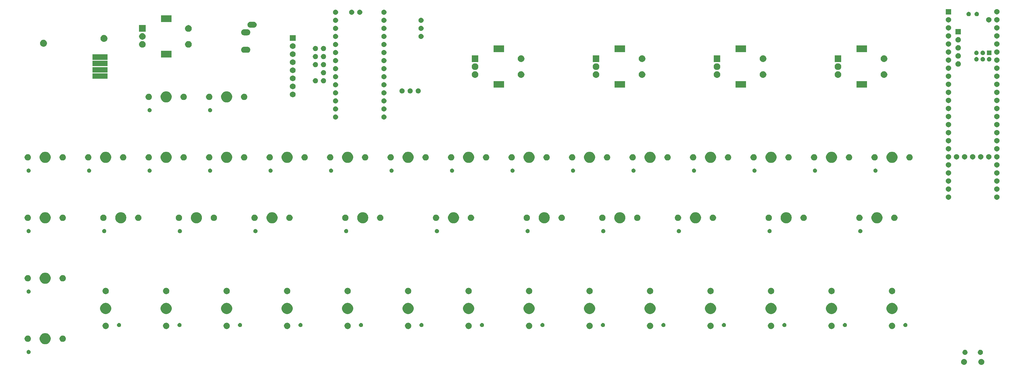
<source format=gts>
G04 #@! TF.GenerationSoftware,KiCad,Pcbnew,(5.1.4)-1*
G04 #@! TF.CreationDate,2022-01-07T23:34:50-05:00*
G04 #@! TF.ProjectId,the_TOP-1,7468655f-544f-4502-9d31-2e6b69636164,rev?*
G04 #@! TF.SameCoordinates,Original*
G04 #@! TF.FileFunction,Soldermask,Top*
G04 #@! TF.FilePolarity,Negative*
%FSLAX46Y46*%
G04 Gerber Fmt 4.6, Leading zero omitted, Abs format (unit mm)*
G04 Created by KiCad (PCBNEW (5.1.4)-1) date 2022-01-07 23:34:50*
%MOMM*%
%LPD*%
G04 APERTURE LIST*
%ADD10C,0.100000*%
G04 APERTURE END LIST*
D10*
G36*
X285486425Y-92119010D02*
G01*
X285486428Y-92119011D01*
X285486429Y-92119011D01*
X285665693Y-92173390D01*
X285665696Y-92173392D01*
X285665697Y-92173392D01*
X285830903Y-92261696D01*
X285975712Y-92380538D01*
X286094554Y-92525347D01*
X286182858Y-92690553D01*
X286182860Y-92690557D01*
X286237239Y-92869821D01*
X286237240Y-92869825D01*
X286255601Y-93056250D01*
X286237240Y-93242675D01*
X286237239Y-93242678D01*
X286237239Y-93242679D01*
X286182860Y-93421943D01*
X286182858Y-93421946D01*
X286182858Y-93421947D01*
X286094554Y-93587153D01*
X285975712Y-93731962D01*
X285830903Y-93850804D01*
X285665697Y-93939108D01*
X285665693Y-93939110D01*
X285486429Y-93993489D01*
X285486428Y-93993489D01*
X285486425Y-93993490D01*
X285346718Y-94007250D01*
X285253282Y-94007250D01*
X285113575Y-93993490D01*
X285113572Y-93993489D01*
X285113571Y-93993489D01*
X284934307Y-93939110D01*
X284934303Y-93939108D01*
X284769097Y-93850804D01*
X284624288Y-93731962D01*
X284505446Y-93587153D01*
X284417142Y-93421947D01*
X284417142Y-93421946D01*
X284417140Y-93421943D01*
X284362761Y-93242679D01*
X284362761Y-93242678D01*
X284362760Y-93242675D01*
X284344399Y-93056250D01*
X284362760Y-92869825D01*
X284362761Y-92869821D01*
X284417140Y-92690557D01*
X284417142Y-92690553D01*
X284505446Y-92525347D01*
X284624288Y-92380538D01*
X284769097Y-92261696D01*
X284934303Y-92173392D01*
X284934304Y-92173392D01*
X284934307Y-92173390D01*
X285113571Y-92119011D01*
X285113572Y-92119011D01*
X285113575Y-92119010D01*
X285253282Y-92105250D01*
X285346718Y-92105250D01*
X285486425Y-92119010D01*
X285486425Y-92119010D01*
G37*
G36*
X280036425Y-92119010D02*
G01*
X280036428Y-92119011D01*
X280036429Y-92119011D01*
X280215693Y-92173390D01*
X280215696Y-92173392D01*
X280215697Y-92173392D01*
X280380903Y-92261696D01*
X280525712Y-92380538D01*
X280644554Y-92525347D01*
X280732858Y-92690553D01*
X280732860Y-92690557D01*
X280787239Y-92869821D01*
X280787240Y-92869825D01*
X280805601Y-93056250D01*
X280787240Y-93242675D01*
X280787239Y-93242678D01*
X280787239Y-93242679D01*
X280732860Y-93421943D01*
X280732858Y-93421946D01*
X280732858Y-93421947D01*
X280644554Y-93587153D01*
X280525712Y-93731962D01*
X280380903Y-93850804D01*
X280215697Y-93939108D01*
X280215693Y-93939110D01*
X280036429Y-93993489D01*
X280036428Y-93993489D01*
X280036425Y-93993490D01*
X279896718Y-94007250D01*
X279803282Y-94007250D01*
X279663575Y-93993490D01*
X279663572Y-93993489D01*
X279663571Y-93993489D01*
X279484307Y-93939110D01*
X279484303Y-93939108D01*
X279319097Y-93850804D01*
X279174288Y-93731962D01*
X279055446Y-93587153D01*
X278967142Y-93421947D01*
X278967142Y-93421946D01*
X278967140Y-93421943D01*
X278912761Y-93242679D01*
X278912761Y-93242678D01*
X278912760Y-93242675D01*
X278894399Y-93056250D01*
X278912760Y-92869825D01*
X278912761Y-92869821D01*
X278967140Y-92690557D01*
X278967142Y-92690553D01*
X279055446Y-92525347D01*
X279174288Y-92380538D01*
X279319097Y-92261696D01*
X279484303Y-92173392D01*
X279484304Y-92173392D01*
X279484307Y-92173390D01*
X279663571Y-92119011D01*
X279663572Y-92119011D01*
X279663575Y-92119010D01*
X279803282Y-92105250D01*
X279896718Y-92105250D01*
X280036425Y-92119010D01*
X280036425Y-92119010D01*
G37*
G36*
X285078571Y-89229113D02*
G01*
X285157023Y-89236840D01*
X285257682Y-89267375D01*
X285308013Y-89282642D01*
X285447165Y-89357021D01*
X285569133Y-89457117D01*
X285669229Y-89579085D01*
X285743608Y-89718237D01*
X285743608Y-89718238D01*
X285789410Y-89869227D01*
X285804875Y-90026250D01*
X285789410Y-90183273D01*
X285774215Y-90233364D01*
X285743608Y-90334263D01*
X285669229Y-90473415D01*
X285569133Y-90595383D01*
X285447165Y-90695479D01*
X285308013Y-90769858D01*
X285257682Y-90785125D01*
X285157023Y-90815660D01*
X285078571Y-90823387D01*
X285039346Y-90827250D01*
X284960654Y-90827250D01*
X284921429Y-90823387D01*
X284842977Y-90815660D01*
X284742318Y-90785125D01*
X284691987Y-90769858D01*
X284552835Y-90695479D01*
X284430867Y-90595383D01*
X284330771Y-90473415D01*
X284256392Y-90334263D01*
X284225785Y-90233364D01*
X284210590Y-90183273D01*
X284195125Y-90026250D01*
X284210590Y-89869227D01*
X284256392Y-89718238D01*
X284256392Y-89718237D01*
X284330771Y-89579085D01*
X284430867Y-89457117D01*
X284552835Y-89357021D01*
X284691987Y-89282642D01*
X284742318Y-89267375D01*
X284842977Y-89236840D01*
X284921429Y-89229113D01*
X284960654Y-89225250D01*
X285039346Y-89225250D01*
X285078571Y-89229113D01*
X285078571Y-89229113D01*
G37*
G36*
X280228571Y-89229113D02*
G01*
X280307023Y-89236840D01*
X280407682Y-89267375D01*
X280458013Y-89282642D01*
X280597165Y-89357021D01*
X280719133Y-89457117D01*
X280819229Y-89579085D01*
X280893608Y-89718237D01*
X280893608Y-89718238D01*
X280939410Y-89869227D01*
X280954875Y-90026250D01*
X280939410Y-90183273D01*
X280924215Y-90233364D01*
X280893608Y-90334263D01*
X280819229Y-90473415D01*
X280719133Y-90595383D01*
X280597165Y-90695479D01*
X280458013Y-90769858D01*
X280407682Y-90785125D01*
X280307023Y-90815660D01*
X280228571Y-90823387D01*
X280189346Y-90827250D01*
X280110654Y-90827250D01*
X280071429Y-90823387D01*
X279992977Y-90815660D01*
X279892318Y-90785125D01*
X279841987Y-90769858D01*
X279702835Y-90695479D01*
X279580867Y-90595383D01*
X279480771Y-90473415D01*
X279406392Y-90334263D01*
X279375785Y-90233364D01*
X279360590Y-90183273D01*
X279345125Y-90026250D01*
X279360590Y-89869227D01*
X279406392Y-89718238D01*
X279406392Y-89718237D01*
X279480771Y-89579085D01*
X279580867Y-89457117D01*
X279702835Y-89357021D01*
X279841987Y-89282642D01*
X279892318Y-89267375D01*
X279992977Y-89236840D01*
X280071429Y-89229113D01*
X280110654Y-89225250D01*
X280189346Y-89225250D01*
X280228571Y-89229113D01*
X280228571Y-89229113D01*
G37*
G36*
X-14555110Y-89299017D02*
G01*
X-14436636Y-89348091D01*
X-14330012Y-89419335D01*
X-14239335Y-89510012D01*
X-14168091Y-89616636D01*
X-14119017Y-89735110D01*
X-14094000Y-89860882D01*
X-14094000Y-89989118D01*
X-14119017Y-90114890D01*
X-14168091Y-90233364D01*
X-14239335Y-90339988D01*
X-14330012Y-90430665D01*
X-14436636Y-90501909D01*
X-14436637Y-90501910D01*
X-14436638Y-90501910D01*
X-14555110Y-90550983D01*
X-14680881Y-90576000D01*
X-14809119Y-90576000D01*
X-14934890Y-90550983D01*
X-15053362Y-90501910D01*
X-15053363Y-90501910D01*
X-15053364Y-90501909D01*
X-15159988Y-90430665D01*
X-15250665Y-90339988D01*
X-15321909Y-90233364D01*
X-15370983Y-90114890D01*
X-15396000Y-89989118D01*
X-15396000Y-89860882D01*
X-15370983Y-89735110D01*
X-15321909Y-89616636D01*
X-15250665Y-89510012D01*
X-15159988Y-89419335D01*
X-15053364Y-89348091D01*
X-14934890Y-89299017D01*
X-14809119Y-89274000D01*
X-14680881Y-89274000D01*
X-14555110Y-89299017D01*
X-14555110Y-89299017D01*
G37*
G36*
X-9127015Y-84018860D02*
G01*
X-9014252Y-84041290D01*
X-8882259Y-84095963D01*
X-8695592Y-84173283D01*
X-8408804Y-84364909D01*
X-8164909Y-84608804D01*
X-7973283Y-84895592D01*
X-7895963Y-85082259D01*
X-7841290Y-85214252D01*
X-7834010Y-85250851D01*
X-7774000Y-85552540D01*
X-7774000Y-85897460D01*
X-7818860Y-86122985D01*
X-7834010Y-86199151D01*
X-7841290Y-86235747D01*
X-7973283Y-86554408D01*
X-8164909Y-86841196D01*
X-8408804Y-87085091D01*
X-8695592Y-87276717D01*
X-8882259Y-87354037D01*
X-9014252Y-87408710D01*
X-9127015Y-87431140D01*
X-9352540Y-87476000D01*
X-9697460Y-87476000D01*
X-9922985Y-87431140D01*
X-10035748Y-87408710D01*
X-10167741Y-87354037D01*
X-10354408Y-87276717D01*
X-10641196Y-87085091D01*
X-10885091Y-86841196D01*
X-11076717Y-86554408D01*
X-11208710Y-86235747D01*
X-11215989Y-86199151D01*
X-11231140Y-86122985D01*
X-11276000Y-85897460D01*
X-11276000Y-85552540D01*
X-11215990Y-85250851D01*
X-11208710Y-85214252D01*
X-11154037Y-85082259D01*
X-11076717Y-84895592D01*
X-10885091Y-84608804D01*
X-10641196Y-84364909D01*
X-10354408Y-84173283D01*
X-10167741Y-84095963D01*
X-10035748Y-84041290D01*
X-9922985Y-84018860D01*
X-9697460Y-83974000D01*
X-9352540Y-83974000D01*
X-9127015Y-84018860D01*
X-9127015Y-84018860D01*
G37*
G36*
X-14733019Y-84762468D02*
G01*
X-14550849Y-84837926D01*
X-14386900Y-84947473D01*
X-14247473Y-85086900D01*
X-14137926Y-85250849D01*
X-14062468Y-85433019D01*
X-14024000Y-85626410D01*
X-14024000Y-85823590D01*
X-14062468Y-86016981D01*
X-14137926Y-86199151D01*
X-14247473Y-86363100D01*
X-14386900Y-86502527D01*
X-14550849Y-86612074D01*
X-14733019Y-86687532D01*
X-14926409Y-86726000D01*
X-15123591Y-86726000D01*
X-15316981Y-86687532D01*
X-15499151Y-86612074D01*
X-15663100Y-86502527D01*
X-15802527Y-86363100D01*
X-15912074Y-86199151D01*
X-15987532Y-86016981D01*
X-16026000Y-85823590D01*
X-16026000Y-85626410D01*
X-15987532Y-85433019D01*
X-15912074Y-85250849D01*
X-15802527Y-85086900D01*
X-15663100Y-84947473D01*
X-15499151Y-84837926D01*
X-15316981Y-84762468D01*
X-15123591Y-84724000D01*
X-14926409Y-84724000D01*
X-14733019Y-84762468D01*
X-14733019Y-84762468D01*
G37*
G36*
X-3733019Y-84762468D02*
G01*
X-3550849Y-84837926D01*
X-3386900Y-84947473D01*
X-3247473Y-85086900D01*
X-3137926Y-85250849D01*
X-3062468Y-85433019D01*
X-3024000Y-85626410D01*
X-3024000Y-85823590D01*
X-3062468Y-86016981D01*
X-3137926Y-86199151D01*
X-3247473Y-86363100D01*
X-3386900Y-86502527D01*
X-3550849Y-86612074D01*
X-3733019Y-86687532D01*
X-3926409Y-86726000D01*
X-4123591Y-86726000D01*
X-4316981Y-86687532D01*
X-4499151Y-86612074D01*
X-4663100Y-86502527D01*
X-4802527Y-86363100D01*
X-4912074Y-86199151D01*
X-4987532Y-86016981D01*
X-5026000Y-85823590D01*
X-5026000Y-85626410D01*
X-4987532Y-85433019D01*
X-4912074Y-85250849D01*
X-4802527Y-85086900D01*
X-4663100Y-84947473D01*
X-4499151Y-84837926D01*
X-4316981Y-84762468D01*
X-4123591Y-84724000D01*
X-3926409Y-84724000D01*
X-3733019Y-84762468D01*
X-3733019Y-84762468D01*
G37*
G36*
X200220285Y-80718234D02*
G01*
X200316981Y-80737468D01*
X200499151Y-80812926D01*
X200663100Y-80922473D01*
X200802527Y-81061900D01*
X200912074Y-81225849D01*
X200987532Y-81408019D01*
X201026000Y-81601410D01*
X201026000Y-81798590D01*
X200987532Y-81991981D01*
X200912074Y-82174151D01*
X200802527Y-82338100D01*
X200663100Y-82477527D01*
X200499151Y-82587074D01*
X200316981Y-82662532D01*
X200220285Y-82681766D01*
X200123591Y-82701000D01*
X199926409Y-82701000D01*
X199733019Y-82662532D01*
X199550849Y-82587074D01*
X199386900Y-82477527D01*
X199247473Y-82338100D01*
X199137926Y-82174151D01*
X199062468Y-81991981D01*
X199024000Y-81798590D01*
X199024000Y-81601410D01*
X199062468Y-81408019D01*
X199137926Y-81225849D01*
X199247473Y-81061900D01*
X199386900Y-80922473D01*
X199550849Y-80812926D01*
X199733019Y-80737468D01*
X199926409Y-80699000D01*
X200123591Y-80699000D01*
X200220285Y-80718234D01*
X200220285Y-80718234D01*
G37*
G36*
X238320285Y-80718234D02*
G01*
X238416981Y-80737468D01*
X238599151Y-80812926D01*
X238763100Y-80922473D01*
X238902527Y-81061900D01*
X239012074Y-81225849D01*
X239087532Y-81408019D01*
X239126000Y-81601410D01*
X239126000Y-81798590D01*
X239087532Y-81991981D01*
X239012074Y-82174151D01*
X238902527Y-82338100D01*
X238763100Y-82477527D01*
X238599151Y-82587074D01*
X238416981Y-82662532D01*
X238320285Y-82681766D01*
X238223591Y-82701000D01*
X238026409Y-82701000D01*
X237833019Y-82662532D01*
X237650849Y-82587074D01*
X237486900Y-82477527D01*
X237347473Y-82338100D01*
X237237926Y-82174151D01*
X237162468Y-81991981D01*
X237124000Y-81798590D01*
X237124000Y-81601410D01*
X237162468Y-81408019D01*
X237237926Y-81225849D01*
X237347473Y-81061900D01*
X237486900Y-80922473D01*
X237650849Y-80812926D01*
X237833019Y-80737468D01*
X238026409Y-80699000D01*
X238223591Y-80699000D01*
X238320285Y-80718234D01*
X238320285Y-80718234D01*
G37*
G36*
X66870285Y-80718234D02*
G01*
X66966981Y-80737468D01*
X67149151Y-80812926D01*
X67313100Y-80922473D01*
X67452527Y-81061900D01*
X67562074Y-81225849D01*
X67637532Y-81408019D01*
X67676000Y-81601410D01*
X67676000Y-81798590D01*
X67637532Y-81991981D01*
X67562074Y-82174151D01*
X67452527Y-82338100D01*
X67313100Y-82477527D01*
X67149151Y-82587074D01*
X66966981Y-82662532D01*
X66773591Y-82701000D01*
X66576409Y-82701000D01*
X66383019Y-82662532D01*
X66200849Y-82587074D01*
X66036900Y-82477527D01*
X65897473Y-82338100D01*
X65787926Y-82174151D01*
X65712468Y-81991981D01*
X65674000Y-81798590D01*
X65674000Y-81601410D01*
X65712468Y-81408019D01*
X65787926Y-81225849D01*
X65897473Y-81061900D01*
X66036900Y-80922473D01*
X66200849Y-80812926D01*
X66383019Y-80737468D01*
X66479715Y-80718234D01*
X66576409Y-80699000D01*
X66773591Y-80699000D01*
X66870285Y-80718234D01*
X66870285Y-80718234D01*
G37*
G36*
X181170285Y-80718234D02*
G01*
X181266981Y-80737468D01*
X181449151Y-80812926D01*
X181613100Y-80922473D01*
X181752527Y-81061900D01*
X181862074Y-81225849D01*
X181937532Y-81408019D01*
X181976000Y-81601410D01*
X181976000Y-81798590D01*
X181937532Y-81991981D01*
X181862074Y-82174151D01*
X181752527Y-82338100D01*
X181613100Y-82477527D01*
X181449151Y-82587074D01*
X181266981Y-82662532D01*
X181170285Y-82681766D01*
X181073591Y-82701000D01*
X180876409Y-82701000D01*
X180683019Y-82662532D01*
X180500849Y-82587074D01*
X180336900Y-82477527D01*
X180197473Y-82338100D01*
X180087926Y-82174151D01*
X180012468Y-81991981D01*
X179974000Y-81798590D01*
X179974000Y-81601410D01*
X180012468Y-81408019D01*
X180087926Y-81225849D01*
X180197473Y-81061900D01*
X180336900Y-80922473D01*
X180500849Y-80812926D01*
X180683019Y-80737468D01*
X180876409Y-80699000D01*
X181073591Y-80699000D01*
X181170285Y-80718234D01*
X181170285Y-80718234D01*
G37*
G36*
X162120285Y-80718234D02*
G01*
X162216981Y-80737468D01*
X162399151Y-80812926D01*
X162563100Y-80922473D01*
X162702527Y-81061900D01*
X162812074Y-81225849D01*
X162887532Y-81408019D01*
X162926000Y-81601410D01*
X162926000Y-81798590D01*
X162887532Y-81991981D01*
X162812074Y-82174151D01*
X162702527Y-82338100D01*
X162563100Y-82477527D01*
X162399151Y-82587074D01*
X162216981Y-82662532D01*
X162120285Y-82681766D01*
X162023591Y-82701000D01*
X161826409Y-82701000D01*
X161633019Y-82662532D01*
X161450849Y-82587074D01*
X161286900Y-82477527D01*
X161147473Y-82338100D01*
X161037926Y-82174151D01*
X160962468Y-81991981D01*
X160924000Y-81798590D01*
X160924000Y-81601410D01*
X160962468Y-81408019D01*
X161037926Y-81225849D01*
X161147473Y-81061900D01*
X161286900Y-80922473D01*
X161450849Y-80812926D01*
X161633019Y-80737468D01*
X161826409Y-80699000D01*
X162023591Y-80699000D01*
X162120285Y-80718234D01*
X162120285Y-80718234D01*
G37*
G36*
X143070285Y-80718234D02*
G01*
X143166981Y-80737468D01*
X143349151Y-80812926D01*
X143513100Y-80922473D01*
X143652527Y-81061900D01*
X143762074Y-81225849D01*
X143837532Y-81408019D01*
X143876000Y-81601410D01*
X143876000Y-81798590D01*
X143837532Y-81991981D01*
X143762074Y-82174151D01*
X143652527Y-82338100D01*
X143513100Y-82477527D01*
X143349151Y-82587074D01*
X143166981Y-82662532D01*
X143070285Y-82681766D01*
X142973591Y-82701000D01*
X142776409Y-82701000D01*
X142583019Y-82662532D01*
X142400849Y-82587074D01*
X142236900Y-82477527D01*
X142097473Y-82338100D01*
X141987926Y-82174151D01*
X141912468Y-81991981D01*
X141874000Y-81798590D01*
X141874000Y-81601410D01*
X141912468Y-81408019D01*
X141987926Y-81225849D01*
X142097473Y-81061900D01*
X142236900Y-80922473D01*
X142400849Y-80812926D01*
X142583019Y-80737468D01*
X142776409Y-80699000D01*
X142973591Y-80699000D01*
X143070285Y-80718234D01*
X143070285Y-80718234D01*
G37*
G36*
X124020285Y-80718234D02*
G01*
X124116981Y-80737468D01*
X124299151Y-80812926D01*
X124463100Y-80922473D01*
X124602527Y-81061900D01*
X124712074Y-81225849D01*
X124787532Y-81408019D01*
X124826000Y-81601410D01*
X124826000Y-81798590D01*
X124787532Y-81991981D01*
X124712074Y-82174151D01*
X124602527Y-82338100D01*
X124463100Y-82477527D01*
X124299151Y-82587074D01*
X124116981Y-82662532D01*
X124020285Y-82681766D01*
X123923591Y-82701000D01*
X123726409Y-82701000D01*
X123533019Y-82662532D01*
X123350849Y-82587074D01*
X123186900Y-82477527D01*
X123047473Y-82338100D01*
X122937926Y-82174151D01*
X122862468Y-81991981D01*
X122824000Y-81798590D01*
X122824000Y-81601410D01*
X122862468Y-81408019D01*
X122937926Y-81225849D01*
X123047473Y-81061900D01*
X123186900Y-80922473D01*
X123350849Y-80812926D01*
X123533019Y-80737468D01*
X123629715Y-80718234D01*
X123726409Y-80699000D01*
X123923591Y-80699000D01*
X124020285Y-80718234D01*
X124020285Y-80718234D01*
G37*
G36*
X85920285Y-80718234D02*
G01*
X86016981Y-80737468D01*
X86199151Y-80812926D01*
X86363100Y-80922473D01*
X86502527Y-81061900D01*
X86612074Y-81225849D01*
X86687532Y-81408019D01*
X86726000Y-81601410D01*
X86726000Y-81798590D01*
X86687532Y-81991981D01*
X86612074Y-82174151D01*
X86502527Y-82338100D01*
X86363100Y-82477527D01*
X86199151Y-82587074D01*
X86016981Y-82662532D01*
X85823591Y-82701000D01*
X85626409Y-82701000D01*
X85433019Y-82662532D01*
X85250849Y-82587074D01*
X85086900Y-82477527D01*
X84947473Y-82338100D01*
X84837926Y-82174151D01*
X84762468Y-81991981D01*
X84724000Y-81798590D01*
X84724000Y-81601410D01*
X84762468Y-81408019D01*
X84837926Y-81225849D01*
X84947473Y-81061900D01*
X85086900Y-80922473D01*
X85250849Y-80812926D01*
X85433019Y-80737468D01*
X85529715Y-80718234D01*
X85626409Y-80699000D01*
X85823591Y-80699000D01*
X85920285Y-80718234D01*
X85920285Y-80718234D01*
G37*
G36*
X47820285Y-80718234D02*
G01*
X47916981Y-80737468D01*
X48099151Y-80812926D01*
X48263100Y-80922473D01*
X48402527Y-81061900D01*
X48512074Y-81225849D01*
X48587532Y-81408019D01*
X48626000Y-81601410D01*
X48626000Y-81798590D01*
X48587532Y-81991981D01*
X48512074Y-82174151D01*
X48402527Y-82338100D01*
X48263100Y-82477527D01*
X48099151Y-82587074D01*
X47916981Y-82662532D01*
X47723591Y-82701000D01*
X47526409Y-82701000D01*
X47333019Y-82662532D01*
X47150849Y-82587074D01*
X46986900Y-82477527D01*
X46847473Y-82338100D01*
X46737926Y-82174151D01*
X46662468Y-81991981D01*
X46624000Y-81798590D01*
X46624000Y-81601410D01*
X46662468Y-81408019D01*
X46737926Y-81225849D01*
X46847473Y-81061900D01*
X46986900Y-80922473D01*
X47150849Y-80812926D01*
X47333019Y-80737468D01*
X47429715Y-80718234D01*
X47526409Y-80699000D01*
X47723591Y-80699000D01*
X47820285Y-80718234D01*
X47820285Y-80718234D01*
G37*
G36*
X28770285Y-80718234D02*
G01*
X28866981Y-80737468D01*
X29049151Y-80812926D01*
X29213100Y-80922473D01*
X29352527Y-81061900D01*
X29462074Y-81225849D01*
X29537532Y-81408019D01*
X29576000Y-81601410D01*
X29576000Y-81798590D01*
X29537532Y-81991981D01*
X29462074Y-82174151D01*
X29352527Y-82338100D01*
X29213100Y-82477527D01*
X29049151Y-82587074D01*
X28866981Y-82662532D01*
X28673591Y-82701000D01*
X28476409Y-82701000D01*
X28283019Y-82662532D01*
X28100849Y-82587074D01*
X27936900Y-82477527D01*
X27797473Y-82338100D01*
X27687926Y-82174151D01*
X27612468Y-81991981D01*
X27574000Y-81798590D01*
X27574000Y-81601410D01*
X27612468Y-81408019D01*
X27687926Y-81225849D01*
X27797473Y-81061900D01*
X27936900Y-80922473D01*
X28100849Y-80812926D01*
X28283019Y-80737468D01*
X28379715Y-80718234D01*
X28476409Y-80699000D01*
X28673591Y-80699000D01*
X28770285Y-80718234D01*
X28770285Y-80718234D01*
G37*
G36*
X9720285Y-80718234D02*
G01*
X9816981Y-80737468D01*
X9999151Y-80812926D01*
X10163100Y-80922473D01*
X10302527Y-81061900D01*
X10412074Y-81225849D01*
X10487532Y-81408019D01*
X10526000Y-81601410D01*
X10526000Y-81798590D01*
X10487532Y-81991981D01*
X10412074Y-82174151D01*
X10302527Y-82338100D01*
X10163100Y-82477527D01*
X9999151Y-82587074D01*
X9816981Y-82662532D01*
X9623591Y-82701000D01*
X9426409Y-82701000D01*
X9233019Y-82662532D01*
X9050849Y-82587074D01*
X8886900Y-82477527D01*
X8747473Y-82338100D01*
X8637926Y-82174151D01*
X8562468Y-81991981D01*
X8524000Y-81798590D01*
X8524000Y-81601410D01*
X8562468Y-81408019D01*
X8637926Y-81225849D01*
X8747473Y-81061900D01*
X8886900Y-80922473D01*
X9050849Y-80812926D01*
X9233019Y-80737468D01*
X9329715Y-80718234D01*
X9426409Y-80699000D01*
X9623591Y-80699000D01*
X9720285Y-80718234D01*
X9720285Y-80718234D01*
G37*
G36*
X219270285Y-80718234D02*
G01*
X219366981Y-80737468D01*
X219549151Y-80812926D01*
X219713100Y-80922473D01*
X219852527Y-81061900D01*
X219962074Y-81225849D01*
X220037532Y-81408019D01*
X220076000Y-81601410D01*
X220076000Y-81798590D01*
X220037532Y-81991981D01*
X219962074Y-82174151D01*
X219852527Y-82338100D01*
X219713100Y-82477527D01*
X219549151Y-82587074D01*
X219366981Y-82662532D01*
X219270285Y-82681766D01*
X219173591Y-82701000D01*
X218976409Y-82701000D01*
X218783019Y-82662532D01*
X218600849Y-82587074D01*
X218436900Y-82477527D01*
X218297473Y-82338100D01*
X218187926Y-82174151D01*
X218112468Y-81991981D01*
X218074000Y-81798590D01*
X218074000Y-81601410D01*
X218112468Y-81408019D01*
X218187926Y-81225849D01*
X218297473Y-81061900D01*
X218436900Y-80922473D01*
X218600849Y-80812926D01*
X218783019Y-80737468D01*
X218976409Y-80699000D01*
X219173591Y-80699000D01*
X219270285Y-80718234D01*
X219270285Y-80718234D01*
G37*
G36*
X104970285Y-80718234D02*
G01*
X105066981Y-80737468D01*
X105249151Y-80812926D01*
X105413100Y-80922473D01*
X105552527Y-81061900D01*
X105662074Y-81225849D01*
X105737532Y-81408019D01*
X105776000Y-81601410D01*
X105776000Y-81798590D01*
X105737532Y-81991981D01*
X105662074Y-82174151D01*
X105552527Y-82338100D01*
X105413100Y-82477527D01*
X105249151Y-82587074D01*
X105066981Y-82662532D01*
X104873591Y-82701000D01*
X104676409Y-82701000D01*
X104483019Y-82662532D01*
X104300849Y-82587074D01*
X104136900Y-82477527D01*
X103997473Y-82338100D01*
X103887926Y-82174151D01*
X103812468Y-81991981D01*
X103774000Y-81798590D01*
X103774000Y-81601410D01*
X103812468Y-81408019D01*
X103887926Y-81225849D01*
X103997473Y-81061900D01*
X104136900Y-80922473D01*
X104300849Y-80812926D01*
X104483019Y-80737468D01*
X104579715Y-80718234D01*
X104676409Y-80699000D01*
X104873591Y-80699000D01*
X104970285Y-80718234D01*
X104970285Y-80718234D01*
G37*
G36*
X257370285Y-80718234D02*
G01*
X257466981Y-80737468D01*
X257649151Y-80812926D01*
X257813100Y-80922473D01*
X257952527Y-81061900D01*
X258062074Y-81225849D01*
X258137532Y-81408019D01*
X258176000Y-81601410D01*
X258176000Y-81798590D01*
X258137532Y-81991981D01*
X258062074Y-82174151D01*
X257952527Y-82338100D01*
X257813100Y-82477527D01*
X257649151Y-82587074D01*
X257466981Y-82662532D01*
X257370285Y-82681766D01*
X257273591Y-82701000D01*
X257076409Y-82701000D01*
X256883019Y-82662532D01*
X256700849Y-82587074D01*
X256536900Y-82477527D01*
X256397473Y-82338100D01*
X256287926Y-82174151D01*
X256212468Y-81991981D01*
X256174000Y-81798590D01*
X256174000Y-81601410D01*
X256212468Y-81408019D01*
X256287926Y-81225849D01*
X256397473Y-81061900D01*
X256536900Y-80922473D01*
X256700849Y-80812926D01*
X256883019Y-80737468D01*
X257076409Y-80699000D01*
X257273591Y-80699000D01*
X257370285Y-80718234D01*
X257370285Y-80718234D01*
G37*
G36*
X204414890Y-80794017D02*
G01*
X204533364Y-80843091D01*
X204639988Y-80914335D01*
X204730665Y-81005012D01*
X204801909Y-81111636D01*
X204850983Y-81230110D01*
X204876000Y-81355882D01*
X204876000Y-81484118D01*
X204850983Y-81609890D01*
X204801909Y-81728364D01*
X204730665Y-81834988D01*
X204639988Y-81925665D01*
X204533364Y-81996909D01*
X204533363Y-81996910D01*
X204533362Y-81996910D01*
X204414890Y-82045983D01*
X204289119Y-82071000D01*
X204160881Y-82071000D01*
X204035110Y-82045983D01*
X203916638Y-81996910D01*
X203916637Y-81996910D01*
X203916636Y-81996909D01*
X203810012Y-81925665D01*
X203719335Y-81834988D01*
X203648091Y-81728364D01*
X203599017Y-81609890D01*
X203574000Y-81484118D01*
X203574000Y-81355882D01*
X203599017Y-81230110D01*
X203648091Y-81111636D01*
X203719335Y-81005012D01*
X203810012Y-80914335D01*
X203916636Y-80843091D01*
X204035110Y-80794017D01*
X204160881Y-80769000D01*
X204289119Y-80769000D01*
X204414890Y-80794017D01*
X204414890Y-80794017D01*
G37*
G36*
X109164890Y-80794017D02*
G01*
X109283364Y-80843091D01*
X109389988Y-80914335D01*
X109480665Y-81005012D01*
X109551909Y-81111636D01*
X109600983Y-81230110D01*
X109626000Y-81355882D01*
X109626000Y-81484118D01*
X109600983Y-81609890D01*
X109551909Y-81728364D01*
X109480665Y-81834988D01*
X109389988Y-81925665D01*
X109283364Y-81996909D01*
X109283363Y-81996910D01*
X109283362Y-81996910D01*
X109164890Y-82045983D01*
X109039119Y-82071000D01*
X108910881Y-82071000D01*
X108785110Y-82045983D01*
X108666638Y-81996910D01*
X108666637Y-81996910D01*
X108666636Y-81996909D01*
X108560012Y-81925665D01*
X108469335Y-81834988D01*
X108398091Y-81728364D01*
X108349017Y-81609890D01*
X108324000Y-81484118D01*
X108324000Y-81355882D01*
X108349017Y-81230110D01*
X108398091Y-81111636D01*
X108469335Y-81005012D01*
X108560012Y-80914335D01*
X108666636Y-80843091D01*
X108785110Y-80794017D01*
X108910881Y-80769000D01*
X109039119Y-80769000D01*
X109164890Y-80794017D01*
X109164890Y-80794017D01*
G37*
G36*
X52014890Y-80794017D02*
G01*
X52133364Y-80843091D01*
X52239988Y-80914335D01*
X52330665Y-81005012D01*
X52401909Y-81111636D01*
X52450983Y-81230110D01*
X52476000Y-81355882D01*
X52476000Y-81484118D01*
X52450983Y-81609890D01*
X52401909Y-81728364D01*
X52330665Y-81834988D01*
X52239988Y-81925665D01*
X52133364Y-81996909D01*
X52133363Y-81996910D01*
X52133362Y-81996910D01*
X52014890Y-82045983D01*
X51889119Y-82071000D01*
X51760881Y-82071000D01*
X51635110Y-82045983D01*
X51516638Y-81996910D01*
X51516637Y-81996910D01*
X51516636Y-81996909D01*
X51410012Y-81925665D01*
X51319335Y-81834988D01*
X51248091Y-81728364D01*
X51199017Y-81609890D01*
X51174000Y-81484118D01*
X51174000Y-81355882D01*
X51199017Y-81230110D01*
X51248091Y-81111636D01*
X51319335Y-81005012D01*
X51410012Y-80914335D01*
X51516636Y-80843091D01*
X51635110Y-80794017D01*
X51760881Y-80769000D01*
X51889119Y-80769000D01*
X52014890Y-80794017D01*
X52014890Y-80794017D01*
G37*
G36*
X13914890Y-80794017D02*
G01*
X14033364Y-80843091D01*
X14139988Y-80914335D01*
X14230665Y-81005012D01*
X14301909Y-81111636D01*
X14350983Y-81230110D01*
X14376000Y-81355882D01*
X14376000Y-81484118D01*
X14350983Y-81609890D01*
X14301909Y-81728364D01*
X14230665Y-81834988D01*
X14139988Y-81925665D01*
X14033364Y-81996909D01*
X14033363Y-81996910D01*
X14033362Y-81996910D01*
X13914890Y-82045983D01*
X13789119Y-82071000D01*
X13660881Y-82071000D01*
X13535110Y-82045983D01*
X13416638Y-81996910D01*
X13416637Y-81996910D01*
X13416636Y-81996909D01*
X13310012Y-81925665D01*
X13219335Y-81834988D01*
X13148091Y-81728364D01*
X13099017Y-81609890D01*
X13074000Y-81484118D01*
X13074000Y-81355882D01*
X13099017Y-81230110D01*
X13148091Y-81111636D01*
X13219335Y-81005012D01*
X13310012Y-80914335D01*
X13416636Y-80843091D01*
X13535110Y-80794017D01*
X13660881Y-80769000D01*
X13789119Y-80769000D01*
X13914890Y-80794017D01*
X13914890Y-80794017D01*
G37*
G36*
X32964890Y-80794017D02*
G01*
X33083364Y-80843091D01*
X33189988Y-80914335D01*
X33280665Y-81005012D01*
X33351909Y-81111636D01*
X33400983Y-81230110D01*
X33426000Y-81355882D01*
X33426000Y-81484118D01*
X33400983Y-81609890D01*
X33351909Y-81728364D01*
X33280665Y-81834988D01*
X33189988Y-81925665D01*
X33083364Y-81996909D01*
X33083363Y-81996910D01*
X33083362Y-81996910D01*
X32964890Y-82045983D01*
X32839119Y-82071000D01*
X32710881Y-82071000D01*
X32585110Y-82045983D01*
X32466638Y-81996910D01*
X32466637Y-81996910D01*
X32466636Y-81996909D01*
X32360012Y-81925665D01*
X32269335Y-81834988D01*
X32198091Y-81728364D01*
X32149017Y-81609890D01*
X32124000Y-81484118D01*
X32124000Y-81355882D01*
X32149017Y-81230110D01*
X32198091Y-81111636D01*
X32269335Y-81005012D01*
X32360012Y-80914335D01*
X32466636Y-80843091D01*
X32585110Y-80794017D01*
X32710881Y-80769000D01*
X32839119Y-80769000D01*
X32964890Y-80794017D01*
X32964890Y-80794017D01*
G37*
G36*
X223464890Y-80794017D02*
G01*
X223583364Y-80843091D01*
X223689988Y-80914335D01*
X223780665Y-81005012D01*
X223851909Y-81111636D01*
X223900983Y-81230110D01*
X223926000Y-81355882D01*
X223926000Y-81484118D01*
X223900983Y-81609890D01*
X223851909Y-81728364D01*
X223780665Y-81834988D01*
X223689988Y-81925665D01*
X223583364Y-81996909D01*
X223583363Y-81996910D01*
X223583362Y-81996910D01*
X223464890Y-82045983D01*
X223339119Y-82071000D01*
X223210881Y-82071000D01*
X223085110Y-82045983D01*
X222966638Y-81996910D01*
X222966637Y-81996910D01*
X222966636Y-81996909D01*
X222860012Y-81925665D01*
X222769335Y-81834988D01*
X222698091Y-81728364D01*
X222649017Y-81609890D01*
X222624000Y-81484118D01*
X222624000Y-81355882D01*
X222649017Y-81230110D01*
X222698091Y-81111636D01*
X222769335Y-81005012D01*
X222860012Y-80914335D01*
X222966636Y-80843091D01*
X223085110Y-80794017D01*
X223210881Y-80769000D01*
X223339119Y-80769000D01*
X223464890Y-80794017D01*
X223464890Y-80794017D01*
G37*
G36*
X128214890Y-80794017D02*
G01*
X128333364Y-80843091D01*
X128439988Y-80914335D01*
X128530665Y-81005012D01*
X128601909Y-81111636D01*
X128650983Y-81230110D01*
X128676000Y-81355882D01*
X128676000Y-81484118D01*
X128650983Y-81609890D01*
X128601909Y-81728364D01*
X128530665Y-81834988D01*
X128439988Y-81925665D01*
X128333364Y-81996909D01*
X128333363Y-81996910D01*
X128333362Y-81996910D01*
X128214890Y-82045983D01*
X128089119Y-82071000D01*
X127960881Y-82071000D01*
X127835110Y-82045983D01*
X127716638Y-81996910D01*
X127716637Y-81996910D01*
X127716636Y-81996909D01*
X127610012Y-81925665D01*
X127519335Y-81834988D01*
X127448091Y-81728364D01*
X127399017Y-81609890D01*
X127374000Y-81484118D01*
X127374000Y-81355882D01*
X127399017Y-81230110D01*
X127448091Y-81111636D01*
X127519335Y-81005012D01*
X127610012Y-80914335D01*
X127716636Y-80843091D01*
X127835110Y-80794017D01*
X127960881Y-80769000D01*
X128089119Y-80769000D01*
X128214890Y-80794017D01*
X128214890Y-80794017D01*
G37*
G36*
X147264890Y-80794017D02*
G01*
X147383364Y-80843091D01*
X147489988Y-80914335D01*
X147580665Y-81005012D01*
X147651909Y-81111636D01*
X147700983Y-81230110D01*
X147726000Y-81355882D01*
X147726000Y-81484118D01*
X147700983Y-81609890D01*
X147651909Y-81728364D01*
X147580665Y-81834988D01*
X147489988Y-81925665D01*
X147383364Y-81996909D01*
X147383363Y-81996910D01*
X147383362Y-81996910D01*
X147264890Y-82045983D01*
X147139119Y-82071000D01*
X147010881Y-82071000D01*
X146885110Y-82045983D01*
X146766638Y-81996910D01*
X146766637Y-81996910D01*
X146766636Y-81996909D01*
X146660012Y-81925665D01*
X146569335Y-81834988D01*
X146498091Y-81728364D01*
X146449017Y-81609890D01*
X146424000Y-81484118D01*
X146424000Y-81355882D01*
X146449017Y-81230110D01*
X146498091Y-81111636D01*
X146569335Y-81005012D01*
X146660012Y-80914335D01*
X146766636Y-80843091D01*
X146885110Y-80794017D01*
X147010881Y-80769000D01*
X147139119Y-80769000D01*
X147264890Y-80794017D01*
X147264890Y-80794017D01*
G37*
G36*
X242514890Y-80794017D02*
G01*
X242633364Y-80843091D01*
X242739988Y-80914335D01*
X242830665Y-81005012D01*
X242901909Y-81111636D01*
X242950983Y-81230110D01*
X242976000Y-81355882D01*
X242976000Y-81484118D01*
X242950983Y-81609890D01*
X242901909Y-81728364D01*
X242830665Y-81834988D01*
X242739988Y-81925665D01*
X242633364Y-81996909D01*
X242633363Y-81996910D01*
X242633362Y-81996910D01*
X242514890Y-82045983D01*
X242389119Y-82071000D01*
X242260881Y-82071000D01*
X242135110Y-82045983D01*
X242016638Y-81996910D01*
X242016637Y-81996910D01*
X242016636Y-81996909D01*
X241910012Y-81925665D01*
X241819335Y-81834988D01*
X241748091Y-81728364D01*
X241699017Y-81609890D01*
X241674000Y-81484118D01*
X241674000Y-81355882D01*
X241699017Y-81230110D01*
X241748091Y-81111636D01*
X241819335Y-81005012D01*
X241910012Y-80914335D01*
X242016636Y-80843091D01*
X242135110Y-80794017D01*
X242260881Y-80769000D01*
X242389119Y-80769000D01*
X242514890Y-80794017D01*
X242514890Y-80794017D01*
G37*
G36*
X166314890Y-80794017D02*
G01*
X166433364Y-80843091D01*
X166539988Y-80914335D01*
X166630665Y-81005012D01*
X166701909Y-81111636D01*
X166750983Y-81230110D01*
X166776000Y-81355882D01*
X166776000Y-81484118D01*
X166750983Y-81609890D01*
X166701909Y-81728364D01*
X166630665Y-81834988D01*
X166539988Y-81925665D01*
X166433364Y-81996909D01*
X166433363Y-81996910D01*
X166433362Y-81996910D01*
X166314890Y-82045983D01*
X166189119Y-82071000D01*
X166060881Y-82071000D01*
X165935110Y-82045983D01*
X165816638Y-81996910D01*
X165816637Y-81996910D01*
X165816636Y-81996909D01*
X165710012Y-81925665D01*
X165619335Y-81834988D01*
X165548091Y-81728364D01*
X165499017Y-81609890D01*
X165474000Y-81484118D01*
X165474000Y-81355882D01*
X165499017Y-81230110D01*
X165548091Y-81111636D01*
X165619335Y-81005012D01*
X165710012Y-80914335D01*
X165816636Y-80843091D01*
X165935110Y-80794017D01*
X166060881Y-80769000D01*
X166189119Y-80769000D01*
X166314890Y-80794017D01*
X166314890Y-80794017D01*
G37*
G36*
X71064890Y-80794017D02*
G01*
X71183364Y-80843091D01*
X71289988Y-80914335D01*
X71380665Y-81005012D01*
X71451909Y-81111636D01*
X71500983Y-81230110D01*
X71526000Y-81355882D01*
X71526000Y-81484118D01*
X71500983Y-81609890D01*
X71451909Y-81728364D01*
X71380665Y-81834988D01*
X71289988Y-81925665D01*
X71183364Y-81996909D01*
X71183363Y-81996910D01*
X71183362Y-81996910D01*
X71064890Y-82045983D01*
X70939119Y-82071000D01*
X70810881Y-82071000D01*
X70685110Y-82045983D01*
X70566638Y-81996910D01*
X70566637Y-81996910D01*
X70566636Y-81996909D01*
X70460012Y-81925665D01*
X70369335Y-81834988D01*
X70298091Y-81728364D01*
X70249017Y-81609890D01*
X70224000Y-81484118D01*
X70224000Y-81355882D01*
X70249017Y-81230110D01*
X70298091Y-81111636D01*
X70369335Y-81005012D01*
X70460012Y-80914335D01*
X70566636Y-80843091D01*
X70685110Y-80794017D01*
X70810881Y-80769000D01*
X70939119Y-80769000D01*
X71064890Y-80794017D01*
X71064890Y-80794017D01*
G37*
G36*
X185364890Y-80794017D02*
G01*
X185483364Y-80843091D01*
X185589988Y-80914335D01*
X185680665Y-81005012D01*
X185751909Y-81111636D01*
X185800983Y-81230110D01*
X185826000Y-81355882D01*
X185826000Y-81484118D01*
X185800983Y-81609890D01*
X185751909Y-81728364D01*
X185680665Y-81834988D01*
X185589988Y-81925665D01*
X185483364Y-81996909D01*
X185483363Y-81996910D01*
X185483362Y-81996910D01*
X185364890Y-82045983D01*
X185239119Y-82071000D01*
X185110881Y-82071000D01*
X184985110Y-82045983D01*
X184866638Y-81996910D01*
X184866637Y-81996910D01*
X184866636Y-81996909D01*
X184760012Y-81925665D01*
X184669335Y-81834988D01*
X184598091Y-81728364D01*
X184549017Y-81609890D01*
X184524000Y-81484118D01*
X184524000Y-81355882D01*
X184549017Y-81230110D01*
X184598091Y-81111636D01*
X184669335Y-81005012D01*
X184760012Y-80914335D01*
X184866636Y-80843091D01*
X184985110Y-80794017D01*
X185110881Y-80769000D01*
X185239119Y-80769000D01*
X185364890Y-80794017D01*
X185364890Y-80794017D01*
G37*
G36*
X90114890Y-80794017D02*
G01*
X90233364Y-80843091D01*
X90339988Y-80914335D01*
X90430665Y-81005012D01*
X90501909Y-81111636D01*
X90550983Y-81230110D01*
X90576000Y-81355882D01*
X90576000Y-81484118D01*
X90550983Y-81609890D01*
X90501909Y-81728364D01*
X90430665Y-81834988D01*
X90339988Y-81925665D01*
X90233364Y-81996909D01*
X90233363Y-81996910D01*
X90233362Y-81996910D01*
X90114890Y-82045983D01*
X89989119Y-82071000D01*
X89860881Y-82071000D01*
X89735110Y-82045983D01*
X89616638Y-81996910D01*
X89616637Y-81996910D01*
X89616636Y-81996909D01*
X89510012Y-81925665D01*
X89419335Y-81834988D01*
X89348091Y-81728364D01*
X89299017Y-81609890D01*
X89274000Y-81484118D01*
X89274000Y-81355882D01*
X89299017Y-81230110D01*
X89348091Y-81111636D01*
X89419335Y-81005012D01*
X89510012Y-80914335D01*
X89616636Y-80843091D01*
X89735110Y-80794017D01*
X89860881Y-80769000D01*
X89989119Y-80769000D01*
X90114890Y-80794017D01*
X90114890Y-80794017D01*
G37*
G36*
X261564890Y-80794017D02*
G01*
X261683364Y-80843091D01*
X261789988Y-80914335D01*
X261880665Y-81005012D01*
X261951909Y-81111636D01*
X262000983Y-81230110D01*
X262026000Y-81355882D01*
X262026000Y-81484118D01*
X262000983Y-81609890D01*
X261951909Y-81728364D01*
X261880665Y-81834988D01*
X261789988Y-81925665D01*
X261683364Y-81996909D01*
X261683363Y-81996910D01*
X261683362Y-81996910D01*
X261564890Y-82045983D01*
X261439119Y-82071000D01*
X261310881Y-82071000D01*
X261185110Y-82045983D01*
X261066638Y-81996910D01*
X261066637Y-81996910D01*
X261066636Y-81996909D01*
X260960012Y-81925665D01*
X260869335Y-81834988D01*
X260798091Y-81728364D01*
X260749017Y-81609890D01*
X260724000Y-81484118D01*
X260724000Y-81355882D01*
X260749017Y-81230110D01*
X260798091Y-81111636D01*
X260869335Y-81005012D01*
X260960012Y-80914335D01*
X261066636Y-80843091D01*
X261185110Y-80794017D01*
X261310881Y-80769000D01*
X261439119Y-80769000D01*
X261564890Y-80794017D01*
X261564890Y-80794017D01*
G37*
G36*
X181372985Y-74493860D02*
G01*
X181485748Y-74516290D01*
X181617741Y-74570963D01*
X181804408Y-74648283D01*
X182091196Y-74839909D01*
X182335091Y-75083804D01*
X182526717Y-75370592D01*
X182658710Y-75689253D01*
X182726000Y-76027540D01*
X182726000Y-76372460D01*
X182658710Y-76710747D01*
X182526717Y-77029408D01*
X182335091Y-77316196D01*
X182091196Y-77560091D01*
X181804408Y-77751717D01*
X181617741Y-77829037D01*
X181485748Y-77883710D01*
X181372985Y-77906140D01*
X181147460Y-77951000D01*
X180802540Y-77951000D01*
X180577015Y-77906140D01*
X180464252Y-77883710D01*
X180332259Y-77829037D01*
X180145592Y-77751717D01*
X179858804Y-77560091D01*
X179614909Y-77316196D01*
X179423283Y-77029408D01*
X179291290Y-76710747D01*
X179224000Y-76372460D01*
X179224000Y-76027540D01*
X179291290Y-75689253D01*
X179423283Y-75370592D01*
X179614909Y-75083804D01*
X179858804Y-74839909D01*
X180145592Y-74648283D01*
X180332259Y-74570963D01*
X180464252Y-74516290D01*
X180577015Y-74493860D01*
X180802540Y-74449000D01*
X181147460Y-74449000D01*
X181372985Y-74493860D01*
X181372985Y-74493860D01*
G37*
G36*
X257572985Y-74493860D02*
G01*
X257685748Y-74516290D01*
X257817741Y-74570963D01*
X258004408Y-74648283D01*
X258291196Y-74839909D01*
X258535091Y-75083804D01*
X258726717Y-75370592D01*
X258858710Y-75689253D01*
X258926000Y-76027540D01*
X258926000Y-76372460D01*
X258858710Y-76710747D01*
X258726717Y-77029408D01*
X258535091Y-77316196D01*
X258291196Y-77560091D01*
X258004408Y-77751717D01*
X257817741Y-77829037D01*
X257685748Y-77883710D01*
X257572985Y-77906140D01*
X257347460Y-77951000D01*
X257002540Y-77951000D01*
X256777015Y-77906140D01*
X256664252Y-77883710D01*
X256532259Y-77829037D01*
X256345592Y-77751717D01*
X256058804Y-77560091D01*
X255814909Y-77316196D01*
X255623283Y-77029408D01*
X255491290Y-76710747D01*
X255424000Y-76372460D01*
X255424000Y-76027540D01*
X255491290Y-75689253D01*
X255623283Y-75370592D01*
X255814909Y-75083804D01*
X256058804Y-74839909D01*
X256345592Y-74648283D01*
X256532259Y-74570963D01*
X256664252Y-74516290D01*
X256777015Y-74493860D01*
X257002540Y-74449000D01*
X257347460Y-74449000D01*
X257572985Y-74493860D01*
X257572985Y-74493860D01*
G37*
G36*
X238522985Y-74493860D02*
G01*
X238635748Y-74516290D01*
X238767741Y-74570963D01*
X238954408Y-74648283D01*
X239241196Y-74839909D01*
X239485091Y-75083804D01*
X239676717Y-75370592D01*
X239808710Y-75689253D01*
X239876000Y-76027540D01*
X239876000Y-76372460D01*
X239808710Y-76710747D01*
X239676717Y-77029408D01*
X239485091Y-77316196D01*
X239241196Y-77560091D01*
X238954408Y-77751717D01*
X238767741Y-77829037D01*
X238635748Y-77883710D01*
X238522985Y-77906140D01*
X238297460Y-77951000D01*
X237952540Y-77951000D01*
X237727015Y-77906140D01*
X237614252Y-77883710D01*
X237482259Y-77829037D01*
X237295592Y-77751717D01*
X237008804Y-77560091D01*
X236764909Y-77316196D01*
X236573283Y-77029408D01*
X236441290Y-76710747D01*
X236374000Y-76372460D01*
X236374000Y-76027540D01*
X236441290Y-75689253D01*
X236573283Y-75370592D01*
X236764909Y-75083804D01*
X237008804Y-74839909D01*
X237295592Y-74648283D01*
X237482259Y-74570963D01*
X237614252Y-74516290D01*
X237727015Y-74493860D01*
X237952540Y-74449000D01*
X238297460Y-74449000D01*
X238522985Y-74493860D01*
X238522985Y-74493860D01*
G37*
G36*
X124222985Y-74493860D02*
G01*
X124335748Y-74516290D01*
X124467741Y-74570963D01*
X124654408Y-74648283D01*
X124941196Y-74839909D01*
X125185091Y-75083804D01*
X125376717Y-75370592D01*
X125508710Y-75689253D01*
X125576000Y-76027540D01*
X125576000Y-76372460D01*
X125508710Y-76710747D01*
X125376717Y-77029408D01*
X125185091Y-77316196D01*
X124941196Y-77560091D01*
X124654408Y-77751717D01*
X124467741Y-77829037D01*
X124335748Y-77883710D01*
X124222985Y-77906140D01*
X123997460Y-77951000D01*
X123652540Y-77951000D01*
X123427015Y-77906140D01*
X123314252Y-77883710D01*
X123182259Y-77829037D01*
X122995592Y-77751717D01*
X122708804Y-77560091D01*
X122464909Y-77316196D01*
X122273283Y-77029408D01*
X122141290Y-76710747D01*
X122074000Y-76372460D01*
X122074000Y-76027540D01*
X122141290Y-75689253D01*
X122273283Y-75370592D01*
X122464909Y-75083804D01*
X122708804Y-74839909D01*
X122995592Y-74648283D01*
X123182259Y-74570963D01*
X123314252Y-74516290D01*
X123427015Y-74493860D01*
X123652540Y-74449000D01*
X123997460Y-74449000D01*
X124222985Y-74493860D01*
X124222985Y-74493860D01*
G37*
G36*
X105172985Y-74493860D02*
G01*
X105285748Y-74516290D01*
X105417741Y-74570963D01*
X105604408Y-74648283D01*
X105891196Y-74839909D01*
X106135091Y-75083804D01*
X106326717Y-75370592D01*
X106458710Y-75689253D01*
X106526000Y-76027540D01*
X106526000Y-76372460D01*
X106458710Y-76710747D01*
X106326717Y-77029408D01*
X106135091Y-77316196D01*
X105891196Y-77560091D01*
X105604408Y-77751717D01*
X105417741Y-77829037D01*
X105285748Y-77883710D01*
X105172985Y-77906140D01*
X104947460Y-77951000D01*
X104602540Y-77951000D01*
X104377015Y-77906140D01*
X104264252Y-77883710D01*
X104132259Y-77829037D01*
X103945592Y-77751717D01*
X103658804Y-77560091D01*
X103414909Y-77316196D01*
X103223283Y-77029408D01*
X103091290Y-76710747D01*
X103024000Y-76372460D01*
X103024000Y-76027540D01*
X103091290Y-75689253D01*
X103223283Y-75370592D01*
X103414909Y-75083804D01*
X103658804Y-74839909D01*
X103945592Y-74648283D01*
X104132259Y-74570963D01*
X104264252Y-74516290D01*
X104377015Y-74493860D01*
X104602540Y-74449000D01*
X104947460Y-74449000D01*
X105172985Y-74493860D01*
X105172985Y-74493860D01*
G37*
G36*
X143272985Y-74493860D02*
G01*
X143385748Y-74516290D01*
X143517741Y-74570963D01*
X143704408Y-74648283D01*
X143991196Y-74839909D01*
X144235091Y-75083804D01*
X144426717Y-75370592D01*
X144558710Y-75689253D01*
X144626000Y-76027540D01*
X144626000Y-76372460D01*
X144558710Y-76710747D01*
X144426717Y-77029408D01*
X144235091Y-77316196D01*
X143991196Y-77560091D01*
X143704408Y-77751717D01*
X143517741Y-77829037D01*
X143385748Y-77883710D01*
X143272985Y-77906140D01*
X143047460Y-77951000D01*
X142702540Y-77951000D01*
X142477015Y-77906140D01*
X142364252Y-77883710D01*
X142232259Y-77829037D01*
X142045592Y-77751717D01*
X141758804Y-77560091D01*
X141514909Y-77316196D01*
X141323283Y-77029408D01*
X141191290Y-76710747D01*
X141124000Y-76372460D01*
X141124000Y-76027540D01*
X141191290Y-75689253D01*
X141323283Y-75370592D01*
X141514909Y-75083804D01*
X141758804Y-74839909D01*
X142045592Y-74648283D01*
X142232259Y-74570963D01*
X142364252Y-74516290D01*
X142477015Y-74493860D01*
X142702540Y-74449000D01*
X143047460Y-74449000D01*
X143272985Y-74493860D01*
X143272985Y-74493860D01*
G37*
G36*
X86122985Y-74493860D02*
G01*
X86235748Y-74516290D01*
X86367741Y-74570963D01*
X86554408Y-74648283D01*
X86841196Y-74839909D01*
X87085091Y-75083804D01*
X87276717Y-75370592D01*
X87408710Y-75689253D01*
X87476000Y-76027540D01*
X87476000Y-76372460D01*
X87408710Y-76710747D01*
X87276717Y-77029408D01*
X87085091Y-77316196D01*
X86841196Y-77560091D01*
X86554408Y-77751717D01*
X86367741Y-77829037D01*
X86235748Y-77883710D01*
X86122985Y-77906140D01*
X85897460Y-77951000D01*
X85552540Y-77951000D01*
X85327015Y-77906140D01*
X85214252Y-77883710D01*
X85082259Y-77829037D01*
X84895592Y-77751717D01*
X84608804Y-77560091D01*
X84364909Y-77316196D01*
X84173283Y-77029408D01*
X84041290Y-76710747D01*
X83974000Y-76372460D01*
X83974000Y-76027540D01*
X84041290Y-75689253D01*
X84173283Y-75370592D01*
X84364909Y-75083804D01*
X84608804Y-74839909D01*
X84895592Y-74648283D01*
X85082259Y-74570963D01*
X85214252Y-74516290D01*
X85327015Y-74493860D01*
X85552540Y-74449000D01*
X85897460Y-74449000D01*
X86122985Y-74493860D01*
X86122985Y-74493860D01*
G37*
G36*
X162322985Y-74493860D02*
G01*
X162435748Y-74516290D01*
X162567741Y-74570963D01*
X162754408Y-74648283D01*
X163041196Y-74839909D01*
X163285091Y-75083804D01*
X163476717Y-75370592D01*
X163608710Y-75689253D01*
X163676000Y-76027540D01*
X163676000Y-76372460D01*
X163608710Y-76710747D01*
X163476717Y-77029408D01*
X163285091Y-77316196D01*
X163041196Y-77560091D01*
X162754408Y-77751717D01*
X162567741Y-77829037D01*
X162435748Y-77883710D01*
X162322985Y-77906140D01*
X162097460Y-77951000D01*
X161752540Y-77951000D01*
X161527015Y-77906140D01*
X161414252Y-77883710D01*
X161282259Y-77829037D01*
X161095592Y-77751717D01*
X160808804Y-77560091D01*
X160564909Y-77316196D01*
X160373283Y-77029408D01*
X160241290Y-76710747D01*
X160174000Y-76372460D01*
X160174000Y-76027540D01*
X160241290Y-75689253D01*
X160373283Y-75370592D01*
X160564909Y-75083804D01*
X160808804Y-74839909D01*
X161095592Y-74648283D01*
X161282259Y-74570963D01*
X161414252Y-74516290D01*
X161527015Y-74493860D01*
X161752540Y-74449000D01*
X162097460Y-74449000D01*
X162322985Y-74493860D01*
X162322985Y-74493860D01*
G37*
G36*
X48022985Y-74493860D02*
G01*
X48135748Y-74516290D01*
X48267741Y-74570963D01*
X48454408Y-74648283D01*
X48741196Y-74839909D01*
X48985091Y-75083804D01*
X49176717Y-75370592D01*
X49308710Y-75689253D01*
X49376000Y-76027540D01*
X49376000Y-76372460D01*
X49308710Y-76710747D01*
X49176717Y-77029408D01*
X48985091Y-77316196D01*
X48741196Y-77560091D01*
X48454408Y-77751717D01*
X48267741Y-77829037D01*
X48135748Y-77883710D01*
X48022985Y-77906140D01*
X47797460Y-77951000D01*
X47452540Y-77951000D01*
X47227015Y-77906140D01*
X47114252Y-77883710D01*
X46982259Y-77829037D01*
X46795592Y-77751717D01*
X46508804Y-77560091D01*
X46264909Y-77316196D01*
X46073283Y-77029408D01*
X45941290Y-76710747D01*
X45874000Y-76372460D01*
X45874000Y-76027540D01*
X45941290Y-75689253D01*
X46073283Y-75370592D01*
X46264909Y-75083804D01*
X46508804Y-74839909D01*
X46795592Y-74648283D01*
X46982259Y-74570963D01*
X47114252Y-74516290D01*
X47227015Y-74493860D01*
X47452540Y-74449000D01*
X47797460Y-74449000D01*
X48022985Y-74493860D01*
X48022985Y-74493860D01*
G37*
G36*
X28972985Y-74493860D02*
G01*
X29085748Y-74516290D01*
X29217741Y-74570963D01*
X29404408Y-74648283D01*
X29691196Y-74839909D01*
X29935091Y-75083804D01*
X30126717Y-75370592D01*
X30258710Y-75689253D01*
X30326000Y-76027540D01*
X30326000Y-76372460D01*
X30258710Y-76710747D01*
X30126717Y-77029408D01*
X29935091Y-77316196D01*
X29691196Y-77560091D01*
X29404408Y-77751717D01*
X29217741Y-77829037D01*
X29085748Y-77883710D01*
X28972985Y-77906140D01*
X28747460Y-77951000D01*
X28402540Y-77951000D01*
X28177015Y-77906140D01*
X28064252Y-77883710D01*
X27932259Y-77829037D01*
X27745592Y-77751717D01*
X27458804Y-77560091D01*
X27214909Y-77316196D01*
X27023283Y-77029408D01*
X26891290Y-76710747D01*
X26824000Y-76372460D01*
X26824000Y-76027540D01*
X26891290Y-75689253D01*
X27023283Y-75370592D01*
X27214909Y-75083804D01*
X27458804Y-74839909D01*
X27745592Y-74648283D01*
X27932259Y-74570963D01*
X28064252Y-74516290D01*
X28177015Y-74493860D01*
X28402540Y-74449000D01*
X28747460Y-74449000D01*
X28972985Y-74493860D01*
X28972985Y-74493860D01*
G37*
G36*
X9922985Y-74493860D02*
G01*
X10035748Y-74516290D01*
X10167741Y-74570963D01*
X10354408Y-74648283D01*
X10641196Y-74839909D01*
X10885091Y-75083804D01*
X11076717Y-75370592D01*
X11208710Y-75689253D01*
X11276000Y-76027540D01*
X11276000Y-76372460D01*
X11208710Y-76710747D01*
X11076717Y-77029408D01*
X10885091Y-77316196D01*
X10641196Y-77560091D01*
X10354408Y-77751717D01*
X10167741Y-77829037D01*
X10035748Y-77883710D01*
X9922985Y-77906140D01*
X9697460Y-77951000D01*
X9352540Y-77951000D01*
X9127015Y-77906140D01*
X9014252Y-77883710D01*
X8882259Y-77829037D01*
X8695592Y-77751717D01*
X8408804Y-77560091D01*
X8164909Y-77316196D01*
X7973283Y-77029408D01*
X7841290Y-76710747D01*
X7774000Y-76372460D01*
X7774000Y-76027540D01*
X7841290Y-75689253D01*
X7973283Y-75370592D01*
X8164909Y-75083804D01*
X8408804Y-74839909D01*
X8695592Y-74648283D01*
X8882259Y-74570963D01*
X9014252Y-74516290D01*
X9127015Y-74493860D01*
X9352540Y-74449000D01*
X9697460Y-74449000D01*
X9922985Y-74493860D01*
X9922985Y-74493860D01*
G37*
G36*
X200422985Y-74493860D02*
G01*
X200535748Y-74516290D01*
X200667741Y-74570963D01*
X200854408Y-74648283D01*
X201141196Y-74839909D01*
X201385091Y-75083804D01*
X201576717Y-75370592D01*
X201708710Y-75689253D01*
X201776000Y-76027540D01*
X201776000Y-76372460D01*
X201708710Y-76710747D01*
X201576717Y-77029408D01*
X201385091Y-77316196D01*
X201141196Y-77560091D01*
X200854408Y-77751717D01*
X200667741Y-77829037D01*
X200535748Y-77883710D01*
X200422985Y-77906140D01*
X200197460Y-77951000D01*
X199852540Y-77951000D01*
X199627015Y-77906140D01*
X199514252Y-77883710D01*
X199382259Y-77829037D01*
X199195592Y-77751717D01*
X198908804Y-77560091D01*
X198664909Y-77316196D01*
X198473283Y-77029408D01*
X198341290Y-76710747D01*
X198274000Y-76372460D01*
X198274000Y-76027540D01*
X198341290Y-75689253D01*
X198473283Y-75370592D01*
X198664909Y-75083804D01*
X198908804Y-74839909D01*
X199195592Y-74648283D01*
X199382259Y-74570963D01*
X199514252Y-74516290D01*
X199627015Y-74493860D01*
X199852540Y-74449000D01*
X200197460Y-74449000D01*
X200422985Y-74493860D01*
X200422985Y-74493860D01*
G37*
G36*
X219472985Y-74493860D02*
G01*
X219585748Y-74516290D01*
X219717741Y-74570963D01*
X219904408Y-74648283D01*
X220191196Y-74839909D01*
X220435091Y-75083804D01*
X220626717Y-75370592D01*
X220758710Y-75689253D01*
X220826000Y-76027540D01*
X220826000Y-76372460D01*
X220758710Y-76710747D01*
X220626717Y-77029408D01*
X220435091Y-77316196D01*
X220191196Y-77560091D01*
X219904408Y-77751717D01*
X219717741Y-77829037D01*
X219585748Y-77883710D01*
X219472985Y-77906140D01*
X219247460Y-77951000D01*
X218902540Y-77951000D01*
X218677015Y-77906140D01*
X218564252Y-77883710D01*
X218432259Y-77829037D01*
X218245592Y-77751717D01*
X217958804Y-77560091D01*
X217714909Y-77316196D01*
X217523283Y-77029408D01*
X217391290Y-76710747D01*
X217324000Y-76372460D01*
X217324000Y-76027540D01*
X217391290Y-75689253D01*
X217523283Y-75370592D01*
X217714909Y-75083804D01*
X217958804Y-74839909D01*
X218245592Y-74648283D01*
X218432259Y-74570963D01*
X218564252Y-74516290D01*
X218677015Y-74493860D01*
X218902540Y-74449000D01*
X219247460Y-74449000D01*
X219472985Y-74493860D01*
X219472985Y-74493860D01*
G37*
G36*
X67072985Y-74493860D02*
G01*
X67185748Y-74516290D01*
X67317741Y-74570963D01*
X67504408Y-74648283D01*
X67791196Y-74839909D01*
X68035091Y-75083804D01*
X68226717Y-75370592D01*
X68358710Y-75689253D01*
X68426000Y-76027540D01*
X68426000Y-76372460D01*
X68358710Y-76710747D01*
X68226717Y-77029408D01*
X68035091Y-77316196D01*
X67791196Y-77560091D01*
X67504408Y-77751717D01*
X67317741Y-77829037D01*
X67185748Y-77883710D01*
X67072985Y-77906140D01*
X66847460Y-77951000D01*
X66502540Y-77951000D01*
X66277015Y-77906140D01*
X66164252Y-77883710D01*
X66032259Y-77829037D01*
X65845592Y-77751717D01*
X65558804Y-77560091D01*
X65314909Y-77316196D01*
X65123283Y-77029408D01*
X64991290Y-76710747D01*
X64924000Y-76372460D01*
X64924000Y-76027540D01*
X64991290Y-75689253D01*
X65123283Y-75370592D01*
X65314909Y-75083804D01*
X65558804Y-74839909D01*
X65845592Y-74648283D01*
X66032259Y-74570963D01*
X66164252Y-74516290D01*
X66277015Y-74493860D01*
X66502540Y-74449000D01*
X66847460Y-74449000D01*
X67072985Y-74493860D01*
X67072985Y-74493860D01*
G37*
G36*
X143166981Y-69737468D02*
G01*
X143349151Y-69812926D01*
X143513100Y-69922473D01*
X143652527Y-70061900D01*
X143762074Y-70225849D01*
X143762075Y-70225851D01*
X143837532Y-70408020D01*
X143869084Y-70566638D01*
X143876000Y-70601410D01*
X143876000Y-70798590D01*
X143837532Y-70991981D01*
X143762074Y-71174151D01*
X143652527Y-71338100D01*
X143513100Y-71477527D01*
X143349151Y-71587074D01*
X143166981Y-71662532D01*
X143070285Y-71681766D01*
X142973591Y-71701000D01*
X142776409Y-71701000D01*
X142679715Y-71681766D01*
X142583019Y-71662532D01*
X142400849Y-71587074D01*
X142236900Y-71477527D01*
X142097473Y-71338100D01*
X141987926Y-71174151D01*
X141912468Y-70991981D01*
X141874000Y-70798590D01*
X141874000Y-70601410D01*
X141880917Y-70566638D01*
X141912468Y-70408020D01*
X141987925Y-70225851D01*
X141987926Y-70225849D01*
X142097473Y-70061900D01*
X142236900Y-69922473D01*
X142400849Y-69812926D01*
X142583019Y-69737468D01*
X142776409Y-69699000D01*
X142973591Y-69699000D01*
X143166981Y-69737468D01*
X143166981Y-69737468D01*
G37*
G36*
X124116981Y-69737468D02*
G01*
X124299151Y-69812926D01*
X124463100Y-69922473D01*
X124602527Y-70061900D01*
X124712074Y-70225849D01*
X124712075Y-70225851D01*
X124787532Y-70408020D01*
X124819084Y-70566638D01*
X124826000Y-70601410D01*
X124826000Y-70798590D01*
X124787532Y-70991981D01*
X124712074Y-71174151D01*
X124602527Y-71338100D01*
X124463100Y-71477527D01*
X124299151Y-71587074D01*
X124116981Y-71662532D01*
X124020285Y-71681766D01*
X123923591Y-71701000D01*
X123726409Y-71701000D01*
X123629715Y-71681766D01*
X123533019Y-71662532D01*
X123350849Y-71587074D01*
X123186900Y-71477527D01*
X123047473Y-71338100D01*
X122937926Y-71174151D01*
X122862468Y-70991981D01*
X122824000Y-70798590D01*
X122824000Y-70601410D01*
X122830917Y-70566638D01*
X122862468Y-70408020D01*
X122937925Y-70225851D01*
X122937926Y-70225849D01*
X123047473Y-70061900D01*
X123186900Y-69922473D01*
X123350849Y-69812926D01*
X123533019Y-69737468D01*
X123726409Y-69699000D01*
X123923591Y-69699000D01*
X124116981Y-69737468D01*
X124116981Y-69737468D01*
G37*
G36*
X162216981Y-69737468D02*
G01*
X162399151Y-69812926D01*
X162563100Y-69922473D01*
X162702527Y-70061900D01*
X162812074Y-70225849D01*
X162812075Y-70225851D01*
X162887532Y-70408020D01*
X162919084Y-70566638D01*
X162926000Y-70601410D01*
X162926000Y-70798590D01*
X162887532Y-70991981D01*
X162812074Y-71174151D01*
X162702527Y-71338100D01*
X162563100Y-71477527D01*
X162399151Y-71587074D01*
X162216981Y-71662532D01*
X162120285Y-71681766D01*
X162023591Y-71701000D01*
X161826409Y-71701000D01*
X161729715Y-71681766D01*
X161633019Y-71662532D01*
X161450849Y-71587074D01*
X161286900Y-71477527D01*
X161147473Y-71338100D01*
X161037926Y-71174151D01*
X160962468Y-70991981D01*
X160924000Y-70798590D01*
X160924000Y-70601410D01*
X160930917Y-70566638D01*
X160962468Y-70408020D01*
X161037925Y-70225851D01*
X161037926Y-70225849D01*
X161147473Y-70061900D01*
X161286900Y-69922473D01*
X161450849Y-69812926D01*
X161633019Y-69737468D01*
X161826409Y-69699000D01*
X162023591Y-69699000D01*
X162216981Y-69737468D01*
X162216981Y-69737468D01*
G37*
G36*
X181266981Y-69737468D02*
G01*
X181449151Y-69812926D01*
X181613100Y-69922473D01*
X181752527Y-70061900D01*
X181862074Y-70225849D01*
X181862075Y-70225851D01*
X181937532Y-70408020D01*
X181969084Y-70566638D01*
X181976000Y-70601410D01*
X181976000Y-70798590D01*
X181937532Y-70991981D01*
X181862074Y-71174151D01*
X181752527Y-71338100D01*
X181613100Y-71477527D01*
X181449151Y-71587074D01*
X181266981Y-71662532D01*
X181170285Y-71681766D01*
X181073591Y-71701000D01*
X180876409Y-71701000D01*
X180779715Y-71681766D01*
X180683019Y-71662532D01*
X180500849Y-71587074D01*
X180336900Y-71477527D01*
X180197473Y-71338100D01*
X180087926Y-71174151D01*
X180012468Y-70991981D01*
X179974000Y-70798590D01*
X179974000Y-70601410D01*
X179980917Y-70566638D01*
X180012468Y-70408020D01*
X180087925Y-70225851D01*
X180087926Y-70225849D01*
X180197473Y-70061900D01*
X180336900Y-69922473D01*
X180500849Y-69812926D01*
X180683019Y-69737468D01*
X180876409Y-69699000D01*
X181073591Y-69699000D01*
X181266981Y-69737468D01*
X181266981Y-69737468D01*
G37*
G36*
X66966981Y-69737468D02*
G01*
X67149151Y-69812926D01*
X67313100Y-69922473D01*
X67452527Y-70061900D01*
X67562074Y-70225849D01*
X67562075Y-70225851D01*
X67637532Y-70408020D01*
X67669084Y-70566638D01*
X67676000Y-70601410D01*
X67676000Y-70798590D01*
X67637532Y-70991981D01*
X67562074Y-71174151D01*
X67452527Y-71338100D01*
X67313100Y-71477527D01*
X67149151Y-71587074D01*
X66966981Y-71662532D01*
X66870285Y-71681766D01*
X66773591Y-71701000D01*
X66576409Y-71701000D01*
X66479715Y-71681766D01*
X66383019Y-71662532D01*
X66200849Y-71587074D01*
X66036900Y-71477527D01*
X65897473Y-71338100D01*
X65787926Y-71174151D01*
X65712468Y-70991981D01*
X65674000Y-70798590D01*
X65674000Y-70601410D01*
X65680917Y-70566638D01*
X65712468Y-70408020D01*
X65787925Y-70225851D01*
X65787926Y-70225849D01*
X65897473Y-70061900D01*
X66036900Y-69922473D01*
X66200849Y-69812926D01*
X66383019Y-69737468D01*
X66576409Y-69699000D01*
X66773591Y-69699000D01*
X66966981Y-69737468D01*
X66966981Y-69737468D01*
G37*
G36*
X200316981Y-69737468D02*
G01*
X200499151Y-69812926D01*
X200663100Y-69922473D01*
X200802527Y-70061900D01*
X200912074Y-70225849D01*
X200912075Y-70225851D01*
X200987532Y-70408020D01*
X201019084Y-70566638D01*
X201026000Y-70601410D01*
X201026000Y-70798590D01*
X200987532Y-70991981D01*
X200912074Y-71174151D01*
X200802527Y-71338100D01*
X200663100Y-71477527D01*
X200499151Y-71587074D01*
X200316981Y-71662532D01*
X200220285Y-71681766D01*
X200123591Y-71701000D01*
X199926409Y-71701000D01*
X199829715Y-71681766D01*
X199733019Y-71662532D01*
X199550849Y-71587074D01*
X199386900Y-71477527D01*
X199247473Y-71338100D01*
X199137926Y-71174151D01*
X199062468Y-70991981D01*
X199024000Y-70798590D01*
X199024000Y-70601410D01*
X199030917Y-70566638D01*
X199062468Y-70408020D01*
X199137925Y-70225851D01*
X199137926Y-70225849D01*
X199247473Y-70061900D01*
X199386900Y-69922473D01*
X199550849Y-69812926D01*
X199733019Y-69737468D01*
X199926409Y-69699000D01*
X200123591Y-69699000D01*
X200316981Y-69737468D01*
X200316981Y-69737468D01*
G37*
G36*
X105066981Y-69737468D02*
G01*
X105249151Y-69812926D01*
X105413100Y-69922473D01*
X105552527Y-70061900D01*
X105662074Y-70225849D01*
X105662075Y-70225851D01*
X105737532Y-70408020D01*
X105769084Y-70566638D01*
X105776000Y-70601410D01*
X105776000Y-70798590D01*
X105737532Y-70991981D01*
X105662074Y-71174151D01*
X105552527Y-71338100D01*
X105413100Y-71477527D01*
X105249151Y-71587074D01*
X105066981Y-71662532D01*
X104970285Y-71681766D01*
X104873591Y-71701000D01*
X104676409Y-71701000D01*
X104579715Y-71681766D01*
X104483019Y-71662532D01*
X104300849Y-71587074D01*
X104136900Y-71477527D01*
X103997473Y-71338100D01*
X103887926Y-71174151D01*
X103812468Y-70991981D01*
X103774000Y-70798590D01*
X103774000Y-70601410D01*
X103780917Y-70566638D01*
X103812468Y-70408020D01*
X103887925Y-70225851D01*
X103887926Y-70225849D01*
X103997473Y-70061900D01*
X104136900Y-69922473D01*
X104300849Y-69812926D01*
X104483019Y-69737468D01*
X104676409Y-69699000D01*
X104873591Y-69699000D01*
X105066981Y-69737468D01*
X105066981Y-69737468D01*
G37*
G36*
X86016981Y-69737468D02*
G01*
X86199151Y-69812926D01*
X86363100Y-69922473D01*
X86502527Y-70061900D01*
X86612074Y-70225849D01*
X86612075Y-70225851D01*
X86687532Y-70408020D01*
X86719084Y-70566638D01*
X86726000Y-70601410D01*
X86726000Y-70798590D01*
X86687532Y-70991981D01*
X86612074Y-71174151D01*
X86502527Y-71338100D01*
X86363100Y-71477527D01*
X86199151Y-71587074D01*
X86016981Y-71662532D01*
X85920285Y-71681766D01*
X85823591Y-71701000D01*
X85626409Y-71701000D01*
X85529715Y-71681766D01*
X85433019Y-71662532D01*
X85250849Y-71587074D01*
X85086900Y-71477527D01*
X84947473Y-71338100D01*
X84837926Y-71174151D01*
X84762468Y-70991981D01*
X84724000Y-70798590D01*
X84724000Y-70601410D01*
X84730917Y-70566638D01*
X84762468Y-70408020D01*
X84837925Y-70225851D01*
X84837926Y-70225849D01*
X84947473Y-70061900D01*
X85086900Y-69922473D01*
X85250849Y-69812926D01*
X85433019Y-69737468D01*
X85626409Y-69699000D01*
X85823591Y-69699000D01*
X86016981Y-69737468D01*
X86016981Y-69737468D01*
G37*
G36*
X257466981Y-69737468D02*
G01*
X257649151Y-69812926D01*
X257813100Y-69922473D01*
X257952527Y-70061900D01*
X258062074Y-70225849D01*
X258062075Y-70225851D01*
X258137532Y-70408020D01*
X258169084Y-70566638D01*
X258176000Y-70601410D01*
X258176000Y-70798590D01*
X258137532Y-70991981D01*
X258062074Y-71174151D01*
X257952527Y-71338100D01*
X257813100Y-71477527D01*
X257649151Y-71587074D01*
X257466981Y-71662532D01*
X257370285Y-71681766D01*
X257273591Y-71701000D01*
X257076409Y-71701000D01*
X256979715Y-71681766D01*
X256883019Y-71662532D01*
X256700849Y-71587074D01*
X256536900Y-71477527D01*
X256397473Y-71338100D01*
X256287926Y-71174151D01*
X256212468Y-70991981D01*
X256174000Y-70798590D01*
X256174000Y-70601410D01*
X256180917Y-70566638D01*
X256212468Y-70408020D01*
X256287925Y-70225851D01*
X256287926Y-70225849D01*
X256397473Y-70061900D01*
X256536900Y-69922473D01*
X256700849Y-69812926D01*
X256883019Y-69737468D01*
X257076409Y-69699000D01*
X257273591Y-69699000D01*
X257466981Y-69737468D01*
X257466981Y-69737468D01*
G37*
G36*
X219366981Y-69737468D02*
G01*
X219549151Y-69812926D01*
X219713100Y-69922473D01*
X219852527Y-70061900D01*
X219962074Y-70225849D01*
X219962075Y-70225851D01*
X220037532Y-70408020D01*
X220069084Y-70566638D01*
X220076000Y-70601410D01*
X220076000Y-70798590D01*
X220037532Y-70991981D01*
X219962074Y-71174151D01*
X219852527Y-71338100D01*
X219713100Y-71477527D01*
X219549151Y-71587074D01*
X219366981Y-71662532D01*
X219270285Y-71681766D01*
X219173591Y-71701000D01*
X218976409Y-71701000D01*
X218879715Y-71681766D01*
X218783019Y-71662532D01*
X218600849Y-71587074D01*
X218436900Y-71477527D01*
X218297473Y-71338100D01*
X218187926Y-71174151D01*
X218112468Y-70991981D01*
X218074000Y-70798590D01*
X218074000Y-70601410D01*
X218080917Y-70566638D01*
X218112468Y-70408020D01*
X218187925Y-70225851D01*
X218187926Y-70225849D01*
X218297473Y-70061900D01*
X218436900Y-69922473D01*
X218600849Y-69812926D01*
X218783019Y-69737468D01*
X218976409Y-69699000D01*
X219173591Y-69699000D01*
X219366981Y-69737468D01*
X219366981Y-69737468D01*
G37*
G36*
X47916981Y-69737468D02*
G01*
X48099151Y-69812926D01*
X48263100Y-69922473D01*
X48402527Y-70061900D01*
X48512074Y-70225849D01*
X48512075Y-70225851D01*
X48587532Y-70408020D01*
X48619084Y-70566638D01*
X48626000Y-70601410D01*
X48626000Y-70798590D01*
X48587532Y-70991981D01*
X48512074Y-71174151D01*
X48402527Y-71338100D01*
X48263100Y-71477527D01*
X48099151Y-71587074D01*
X47916981Y-71662532D01*
X47820285Y-71681766D01*
X47723591Y-71701000D01*
X47526409Y-71701000D01*
X47429715Y-71681766D01*
X47333019Y-71662532D01*
X47150849Y-71587074D01*
X46986900Y-71477527D01*
X46847473Y-71338100D01*
X46737926Y-71174151D01*
X46662468Y-70991981D01*
X46624000Y-70798590D01*
X46624000Y-70601410D01*
X46630917Y-70566638D01*
X46662468Y-70408020D01*
X46737925Y-70225851D01*
X46737926Y-70225849D01*
X46847473Y-70061900D01*
X46986900Y-69922473D01*
X47150849Y-69812926D01*
X47333019Y-69737468D01*
X47526409Y-69699000D01*
X47723591Y-69699000D01*
X47916981Y-69737468D01*
X47916981Y-69737468D01*
G37*
G36*
X9816981Y-69737468D02*
G01*
X9999151Y-69812926D01*
X10163100Y-69922473D01*
X10302527Y-70061900D01*
X10412074Y-70225849D01*
X10412075Y-70225851D01*
X10487532Y-70408020D01*
X10519084Y-70566638D01*
X10526000Y-70601410D01*
X10526000Y-70798590D01*
X10487532Y-70991981D01*
X10412074Y-71174151D01*
X10302527Y-71338100D01*
X10163100Y-71477527D01*
X9999151Y-71587074D01*
X9816981Y-71662532D01*
X9720285Y-71681766D01*
X9623591Y-71701000D01*
X9426409Y-71701000D01*
X9329715Y-71681766D01*
X9233019Y-71662532D01*
X9050849Y-71587074D01*
X8886900Y-71477527D01*
X8747473Y-71338100D01*
X8637926Y-71174151D01*
X8562468Y-70991981D01*
X8524000Y-70798590D01*
X8524000Y-70601410D01*
X8530917Y-70566638D01*
X8562468Y-70408020D01*
X8637925Y-70225851D01*
X8637926Y-70225849D01*
X8747473Y-70061900D01*
X8886900Y-69922473D01*
X9050849Y-69812926D01*
X9233019Y-69737468D01*
X9426409Y-69699000D01*
X9623591Y-69699000D01*
X9816981Y-69737468D01*
X9816981Y-69737468D01*
G37*
G36*
X28866981Y-69737468D02*
G01*
X29049151Y-69812926D01*
X29213100Y-69922473D01*
X29352527Y-70061900D01*
X29462074Y-70225849D01*
X29462075Y-70225851D01*
X29537532Y-70408020D01*
X29569084Y-70566638D01*
X29576000Y-70601410D01*
X29576000Y-70798590D01*
X29537532Y-70991981D01*
X29462074Y-71174151D01*
X29352527Y-71338100D01*
X29213100Y-71477527D01*
X29049151Y-71587074D01*
X28866981Y-71662532D01*
X28770285Y-71681766D01*
X28673591Y-71701000D01*
X28476409Y-71701000D01*
X28379715Y-71681766D01*
X28283019Y-71662532D01*
X28100849Y-71587074D01*
X27936900Y-71477527D01*
X27797473Y-71338100D01*
X27687926Y-71174151D01*
X27612468Y-70991981D01*
X27574000Y-70798590D01*
X27574000Y-70601410D01*
X27580917Y-70566638D01*
X27612468Y-70408020D01*
X27687925Y-70225851D01*
X27687926Y-70225849D01*
X27797473Y-70061900D01*
X27936900Y-69922473D01*
X28100849Y-69812926D01*
X28283019Y-69737468D01*
X28476409Y-69699000D01*
X28673591Y-69699000D01*
X28866981Y-69737468D01*
X28866981Y-69737468D01*
G37*
G36*
X238416981Y-69737468D02*
G01*
X238599151Y-69812926D01*
X238763100Y-69922473D01*
X238902527Y-70061900D01*
X239012074Y-70225849D01*
X239012075Y-70225851D01*
X239087532Y-70408020D01*
X239119084Y-70566638D01*
X239126000Y-70601410D01*
X239126000Y-70798590D01*
X239087532Y-70991981D01*
X239012074Y-71174151D01*
X238902527Y-71338100D01*
X238763100Y-71477527D01*
X238599151Y-71587074D01*
X238416981Y-71662532D01*
X238320285Y-71681766D01*
X238223591Y-71701000D01*
X238026409Y-71701000D01*
X237929715Y-71681766D01*
X237833019Y-71662532D01*
X237650849Y-71587074D01*
X237486900Y-71477527D01*
X237347473Y-71338100D01*
X237237926Y-71174151D01*
X237162468Y-70991981D01*
X237124000Y-70798590D01*
X237124000Y-70601410D01*
X237130917Y-70566638D01*
X237162468Y-70408020D01*
X237237925Y-70225851D01*
X237237926Y-70225849D01*
X237347473Y-70061900D01*
X237486900Y-69922473D01*
X237650849Y-69812926D01*
X237833019Y-69737468D01*
X238026409Y-69699000D01*
X238223591Y-69699000D01*
X238416981Y-69737468D01*
X238416981Y-69737468D01*
G37*
G36*
X-14555110Y-70249017D02*
G01*
X-14436636Y-70298091D01*
X-14330012Y-70369335D01*
X-14239335Y-70460012D01*
X-14168091Y-70566636D01*
X-14119017Y-70685110D01*
X-14094000Y-70810882D01*
X-14094000Y-70939118D01*
X-14119017Y-71064890D01*
X-14168091Y-71183364D01*
X-14239335Y-71289988D01*
X-14330012Y-71380665D01*
X-14436636Y-71451909D01*
X-14436637Y-71451910D01*
X-14436638Y-71451910D01*
X-14555110Y-71500983D01*
X-14680881Y-71526000D01*
X-14809119Y-71526000D01*
X-14934890Y-71500983D01*
X-15053362Y-71451910D01*
X-15053363Y-71451910D01*
X-15053364Y-71451909D01*
X-15159988Y-71380665D01*
X-15250665Y-71289988D01*
X-15321909Y-71183364D01*
X-15370983Y-71064890D01*
X-15396000Y-70939118D01*
X-15396000Y-70810882D01*
X-15370983Y-70685110D01*
X-15321909Y-70566636D01*
X-15250665Y-70460012D01*
X-15159988Y-70369335D01*
X-15053364Y-70298091D01*
X-14934890Y-70249017D01*
X-14809119Y-70224000D01*
X-14680881Y-70224000D01*
X-14555110Y-70249017D01*
X-14555110Y-70249017D01*
G37*
G36*
X-9127015Y-64968860D02*
G01*
X-9014252Y-64991290D01*
X-8882259Y-65045963D01*
X-8695592Y-65123283D01*
X-8408804Y-65314909D01*
X-8164909Y-65558804D01*
X-7973283Y-65845592D01*
X-7895963Y-66032259D01*
X-7841290Y-66164252D01*
X-7834010Y-66200851D01*
X-7774000Y-66502540D01*
X-7774000Y-66847460D01*
X-7818860Y-67072985D01*
X-7834010Y-67149151D01*
X-7841290Y-67185747D01*
X-7973283Y-67504408D01*
X-8164909Y-67791196D01*
X-8408804Y-68035091D01*
X-8695592Y-68226717D01*
X-8882259Y-68304037D01*
X-9014252Y-68358710D01*
X-9127015Y-68381140D01*
X-9352540Y-68426000D01*
X-9697460Y-68426000D01*
X-9922985Y-68381140D01*
X-10035748Y-68358710D01*
X-10167741Y-68304037D01*
X-10354408Y-68226717D01*
X-10641196Y-68035091D01*
X-10885091Y-67791196D01*
X-11076717Y-67504408D01*
X-11208710Y-67185747D01*
X-11215989Y-67149151D01*
X-11231140Y-67072985D01*
X-11276000Y-66847460D01*
X-11276000Y-66502540D01*
X-11215990Y-66200851D01*
X-11208710Y-66164252D01*
X-11154037Y-66032259D01*
X-11076717Y-65845592D01*
X-10885091Y-65558804D01*
X-10641196Y-65314909D01*
X-10354408Y-65123283D01*
X-10167741Y-65045963D01*
X-10035748Y-64991290D01*
X-9922985Y-64968860D01*
X-9697460Y-64924000D01*
X-9352540Y-64924000D01*
X-9127015Y-64968860D01*
X-9127015Y-64968860D01*
G37*
G36*
X-3733019Y-65712468D02*
G01*
X-3550849Y-65787926D01*
X-3386900Y-65897473D01*
X-3247473Y-66036900D01*
X-3137926Y-66200849D01*
X-3062468Y-66383019D01*
X-3024000Y-66576410D01*
X-3024000Y-66773590D01*
X-3062468Y-66966981D01*
X-3137926Y-67149151D01*
X-3247473Y-67313100D01*
X-3386900Y-67452527D01*
X-3550849Y-67562074D01*
X-3733019Y-67637532D01*
X-3926409Y-67676000D01*
X-4123591Y-67676000D01*
X-4316981Y-67637532D01*
X-4499151Y-67562074D01*
X-4663100Y-67452527D01*
X-4802527Y-67313100D01*
X-4912074Y-67149151D01*
X-4987532Y-66966981D01*
X-5026000Y-66773590D01*
X-5026000Y-66576410D01*
X-4987532Y-66383019D01*
X-4912074Y-66200849D01*
X-4802527Y-66036900D01*
X-4663100Y-65897473D01*
X-4499151Y-65787926D01*
X-4316981Y-65712468D01*
X-4123591Y-65674000D01*
X-3926409Y-65674000D01*
X-3733019Y-65712468D01*
X-3733019Y-65712468D01*
G37*
G36*
X-14733019Y-65712468D02*
G01*
X-14550849Y-65787926D01*
X-14386900Y-65897473D01*
X-14247473Y-66036900D01*
X-14137926Y-66200849D01*
X-14062468Y-66383019D01*
X-14024000Y-66576410D01*
X-14024000Y-66773590D01*
X-14062468Y-66966981D01*
X-14137926Y-67149151D01*
X-14247473Y-67313100D01*
X-14386900Y-67452527D01*
X-14550849Y-67562074D01*
X-14733019Y-67637532D01*
X-14926409Y-67676000D01*
X-15123591Y-67676000D01*
X-15316981Y-67637532D01*
X-15499151Y-67562074D01*
X-15663100Y-67452527D01*
X-15802527Y-67313100D01*
X-15912074Y-67149151D01*
X-15987532Y-66966981D01*
X-16026000Y-66773590D01*
X-16026000Y-66576410D01*
X-15987532Y-66383019D01*
X-15912074Y-66200849D01*
X-15802527Y-66036900D01*
X-15663100Y-65897473D01*
X-15499151Y-65787926D01*
X-15316981Y-65712468D01*
X-15123591Y-65674000D01*
X-14926409Y-65674000D01*
X-14733019Y-65712468D01*
X-14733019Y-65712468D01*
G37*
G36*
X166419890Y-51199017D02*
G01*
X166538364Y-51248091D01*
X166644988Y-51319335D01*
X166735665Y-51410012D01*
X166806909Y-51516636D01*
X166855983Y-51635110D01*
X166881000Y-51760882D01*
X166881000Y-51889118D01*
X166855983Y-52014890D01*
X166806909Y-52133364D01*
X166735665Y-52239988D01*
X166644988Y-52330665D01*
X166538364Y-52401909D01*
X166538363Y-52401910D01*
X166538362Y-52401910D01*
X166419890Y-52450983D01*
X166294119Y-52476000D01*
X166165881Y-52476000D01*
X166040110Y-52450983D01*
X165921638Y-52401910D01*
X165921637Y-52401910D01*
X165921636Y-52401909D01*
X165815012Y-52330665D01*
X165724335Y-52239988D01*
X165653091Y-52133364D01*
X165604017Y-52014890D01*
X165579000Y-51889118D01*
X165579000Y-51760882D01*
X165604017Y-51635110D01*
X165653091Y-51516636D01*
X165724335Y-51410012D01*
X165815012Y-51319335D01*
X165921636Y-51248091D01*
X166040110Y-51199017D01*
X166165881Y-51174000D01*
X166294119Y-51174000D01*
X166419890Y-51199017D01*
X166419890Y-51199017D01*
G37*
G36*
X142607390Y-51199017D02*
G01*
X142725864Y-51248091D01*
X142832488Y-51319335D01*
X142923165Y-51410012D01*
X142994409Y-51516636D01*
X143043483Y-51635110D01*
X143068500Y-51760882D01*
X143068500Y-51889118D01*
X143043483Y-52014890D01*
X142994409Y-52133364D01*
X142923165Y-52239988D01*
X142832488Y-52330665D01*
X142725864Y-52401909D01*
X142725863Y-52401910D01*
X142725862Y-52401910D01*
X142607390Y-52450983D01*
X142481619Y-52476000D01*
X142353381Y-52476000D01*
X142227610Y-52450983D01*
X142109138Y-52401910D01*
X142109137Y-52401910D01*
X142109136Y-52401909D01*
X142002512Y-52330665D01*
X141911835Y-52239988D01*
X141840591Y-52133364D01*
X141791517Y-52014890D01*
X141766500Y-51889118D01*
X141766500Y-51760882D01*
X141791517Y-51635110D01*
X141840591Y-51516636D01*
X141911835Y-51410012D01*
X142002512Y-51319335D01*
X142109136Y-51248091D01*
X142227610Y-51199017D01*
X142353381Y-51174000D01*
X142481619Y-51174000D01*
X142607390Y-51199017D01*
X142607390Y-51199017D01*
G37*
G36*
X-14555110Y-51199017D02*
G01*
X-14436636Y-51248091D01*
X-14330012Y-51319335D01*
X-14239335Y-51410012D01*
X-14168091Y-51516636D01*
X-14119017Y-51635110D01*
X-14094000Y-51760882D01*
X-14094000Y-51889118D01*
X-14119017Y-52014890D01*
X-14168091Y-52133364D01*
X-14239335Y-52239988D01*
X-14330012Y-52330665D01*
X-14436636Y-52401909D01*
X-14436637Y-52401910D01*
X-14436638Y-52401910D01*
X-14555110Y-52450983D01*
X-14680881Y-52476000D01*
X-14809119Y-52476000D01*
X-14934890Y-52450983D01*
X-15053362Y-52401910D01*
X-15053363Y-52401910D01*
X-15053364Y-52401909D01*
X-15159988Y-52330665D01*
X-15250665Y-52239988D01*
X-15321909Y-52133364D01*
X-15370983Y-52014890D01*
X-15396000Y-51889118D01*
X-15396000Y-51760882D01*
X-15370983Y-51635110D01*
X-15321909Y-51516636D01*
X-15250665Y-51410012D01*
X-15159988Y-51319335D01*
X-15053364Y-51248091D01*
X-14934890Y-51199017D01*
X-14809119Y-51174000D01*
X-14680881Y-51174000D01*
X-14555110Y-51199017D01*
X-14555110Y-51199017D01*
G37*
G36*
X218807390Y-51199017D02*
G01*
X218925864Y-51248091D01*
X219032488Y-51319335D01*
X219123165Y-51410012D01*
X219194409Y-51516636D01*
X219243483Y-51635110D01*
X219268500Y-51760882D01*
X219268500Y-51889118D01*
X219243483Y-52014890D01*
X219194409Y-52133364D01*
X219123165Y-52239988D01*
X219032488Y-52330665D01*
X218925864Y-52401909D01*
X218925863Y-52401910D01*
X218925862Y-52401910D01*
X218807390Y-52450983D01*
X218681619Y-52476000D01*
X218553381Y-52476000D01*
X218427610Y-52450983D01*
X218309138Y-52401910D01*
X218309137Y-52401910D01*
X218309136Y-52401909D01*
X218202512Y-52330665D01*
X218111835Y-52239988D01*
X218040591Y-52133364D01*
X217991517Y-52014890D01*
X217966500Y-51889118D01*
X217966500Y-51760882D01*
X217991517Y-51635110D01*
X218040591Y-51516636D01*
X218111835Y-51410012D01*
X218202512Y-51319335D01*
X218309136Y-51248091D01*
X218427610Y-51199017D01*
X218553381Y-51174000D01*
X218681619Y-51174000D01*
X218807390Y-51199017D01*
X218807390Y-51199017D01*
G37*
G36*
X247382390Y-51199017D02*
G01*
X247500864Y-51248091D01*
X247607488Y-51319335D01*
X247698165Y-51410012D01*
X247769409Y-51516636D01*
X247818483Y-51635110D01*
X247843500Y-51760882D01*
X247843500Y-51889118D01*
X247818483Y-52014890D01*
X247769409Y-52133364D01*
X247698165Y-52239988D01*
X247607488Y-52330665D01*
X247500864Y-52401909D01*
X247500863Y-52401910D01*
X247500862Y-52401910D01*
X247382390Y-52450983D01*
X247256619Y-52476000D01*
X247128381Y-52476000D01*
X247002610Y-52450983D01*
X246884138Y-52401910D01*
X246884137Y-52401910D01*
X246884136Y-52401909D01*
X246777512Y-52330665D01*
X246686835Y-52239988D01*
X246615591Y-52133364D01*
X246566517Y-52014890D01*
X246541500Y-51889118D01*
X246541500Y-51760882D01*
X246566517Y-51635110D01*
X246615591Y-51516636D01*
X246686835Y-51410012D01*
X246777512Y-51319335D01*
X246884136Y-51248091D01*
X247002610Y-51199017D01*
X247128381Y-51174000D01*
X247256619Y-51174000D01*
X247382390Y-51199017D01*
X247382390Y-51199017D01*
G37*
G36*
X85457390Y-51199017D02*
G01*
X85575864Y-51248091D01*
X85682488Y-51319335D01*
X85773165Y-51410012D01*
X85844409Y-51516636D01*
X85893483Y-51635110D01*
X85918500Y-51760882D01*
X85918500Y-51889118D01*
X85893483Y-52014890D01*
X85844409Y-52133364D01*
X85773165Y-52239988D01*
X85682488Y-52330665D01*
X85575864Y-52401909D01*
X85575863Y-52401910D01*
X85575862Y-52401910D01*
X85457390Y-52450983D01*
X85331619Y-52476000D01*
X85203381Y-52476000D01*
X85077610Y-52450983D01*
X84959138Y-52401910D01*
X84959137Y-52401910D01*
X84959136Y-52401909D01*
X84852512Y-52330665D01*
X84761835Y-52239988D01*
X84690591Y-52133364D01*
X84641517Y-52014890D01*
X84616500Y-51889118D01*
X84616500Y-51760882D01*
X84641517Y-51635110D01*
X84690591Y-51516636D01*
X84761835Y-51410012D01*
X84852512Y-51319335D01*
X84959136Y-51248091D01*
X85077610Y-51199017D01*
X85203381Y-51174000D01*
X85331619Y-51174000D01*
X85457390Y-51199017D01*
X85457390Y-51199017D01*
G37*
G36*
X190232390Y-51199017D02*
G01*
X190350864Y-51248091D01*
X190457488Y-51319335D01*
X190548165Y-51410012D01*
X190619409Y-51516636D01*
X190668483Y-51635110D01*
X190693500Y-51760882D01*
X190693500Y-51889118D01*
X190668483Y-52014890D01*
X190619409Y-52133364D01*
X190548165Y-52239988D01*
X190457488Y-52330665D01*
X190350864Y-52401909D01*
X190350863Y-52401910D01*
X190350862Y-52401910D01*
X190232390Y-52450983D01*
X190106619Y-52476000D01*
X189978381Y-52476000D01*
X189852610Y-52450983D01*
X189734138Y-52401910D01*
X189734137Y-52401910D01*
X189734136Y-52401909D01*
X189627512Y-52330665D01*
X189536835Y-52239988D01*
X189465591Y-52133364D01*
X189416517Y-52014890D01*
X189391500Y-51889118D01*
X189391500Y-51760882D01*
X189416517Y-51635110D01*
X189465591Y-51516636D01*
X189536835Y-51410012D01*
X189627512Y-51319335D01*
X189734136Y-51248091D01*
X189852610Y-51199017D01*
X189978381Y-51174000D01*
X190106619Y-51174000D01*
X190232390Y-51199017D01*
X190232390Y-51199017D01*
G37*
G36*
X33069890Y-51199017D02*
G01*
X33188364Y-51248091D01*
X33294988Y-51319335D01*
X33385665Y-51410012D01*
X33456909Y-51516636D01*
X33505983Y-51635110D01*
X33531000Y-51760882D01*
X33531000Y-51889118D01*
X33505983Y-52014890D01*
X33456909Y-52133364D01*
X33385665Y-52239988D01*
X33294988Y-52330665D01*
X33188364Y-52401909D01*
X33188363Y-52401910D01*
X33188362Y-52401910D01*
X33069890Y-52450983D01*
X32944119Y-52476000D01*
X32815881Y-52476000D01*
X32690110Y-52450983D01*
X32571638Y-52401910D01*
X32571637Y-52401910D01*
X32571636Y-52401909D01*
X32465012Y-52330665D01*
X32374335Y-52239988D01*
X32303091Y-52133364D01*
X32254017Y-52014890D01*
X32229000Y-51889118D01*
X32229000Y-51760882D01*
X32254017Y-51635110D01*
X32303091Y-51516636D01*
X32374335Y-51410012D01*
X32465012Y-51319335D01*
X32571636Y-51248091D01*
X32690110Y-51199017D01*
X32815881Y-51174000D01*
X32944119Y-51174000D01*
X33069890Y-51199017D01*
X33069890Y-51199017D01*
G37*
G36*
X56882390Y-51199017D02*
G01*
X57000864Y-51248091D01*
X57107488Y-51319335D01*
X57198165Y-51410012D01*
X57269409Y-51516636D01*
X57318483Y-51635110D01*
X57343500Y-51760882D01*
X57343500Y-51889118D01*
X57318483Y-52014890D01*
X57269409Y-52133364D01*
X57198165Y-52239988D01*
X57107488Y-52330665D01*
X57000864Y-52401909D01*
X57000863Y-52401910D01*
X57000862Y-52401910D01*
X56882390Y-52450983D01*
X56756619Y-52476000D01*
X56628381Y-52476000D01*
X56502610Y-52450983D01*
X56384138Y-52401910D01*
X56384137Y-52401910D01*
X56384136Y-52401909D01*
X56277512Y-52330665D01*
X56186835Y-52239988D01*
X56115591Y-52133364D01*
X56066517Y-52014890D01*
X56041500Y-51889118D01*
X56041500Y-51760882D01*
X56066517Y-51635110D01*
X56115591Y-51516636D01*
X56186835Y-51410012D01*
X56277512Y-51319335D01*
X56384136Y-51248091D01*
X56502610Y-51199017D01*
X56628381Y-51174000D01*
X56756619Y-51174000D01*
X56882390Y-51199017D01*
X56882390Y-51199017D01*
G37*
G36*
X114032390Y-51199017D02*
G01*
X114150864Y-51248091D01*
X114257488Y-51319335D01*
X114348165Y-51410012D01*
X114419409Y-51516636D01*
X114468483Y-51635110D01*
X114493500Y-51760882D01*
X114493500Y-51889118D01*
X114468483Y-52014890D01*
X114419409Y-52133364D01*
X114348165Y-52239988D01*
X114257488Y-52330665D01*
X114150864Y-52401909D01*
X114150863Y-52401910D01*
X114150862Y-52401910D01*
X114032390Y-52450983D01*
X113906619Y-52476000D01*
X113778381Y-52476000D01*
X113652610Y-52450983D01*
X113534138Y-52401910D01*
X113534137Y-52401910D01*
X113534136Y-52401909D01*
X113427512Y-52330665D01*
X113336835Y-52239988D01*
X113265591Y-52133364D01*
X113216517Y-52014890D01*
X113191500Y-51889118D01*
X113191500Y-51760882D01*
X113216517Y-51635110D01*
X113265591Y-51516636D01*
X113336835Y-51410012D01*
X113427512Y-51319335D01*
X113534136Y-51248091D01*
X113652610Y-51199017D01*
X113778381Y-51174000D01*
X113906619Y-51174000D01*
X114032390Y-51199017D01*
X114032390Y-51199017D01*
G37*
G36*
X9257390Y-51199017D02*
G01*
X9375864Y-51248091D01*
X9482488Y-51319335D01*
X9573165Y-51410012D01*
X9644409Y-51516636D01*
X9693483Y-51635110D01*
X9718500Y-51760882D01*
X9718500Y-51889118D01*
X9693483Y-52014890D01*
X9644409Y-52133364D01*
X9573165Y-52239988D01*
X9482488Y-52330665D01*
X9375864Y-52401909D01*
X9375863Y-52401910D01*
X9375862Y-52401910D01*
X9257390Y-52450983D01*
X9131619Y-52476000D01*
X9003381Y-52476000D01*
X8877610Y-52450983D01*
X8759138Y-52401910D01*
X8759137Y-52401910D01*
X8759136Y-52401909D01*
X8652512Y-52330665D01*
X8561835Y-52239988D01*
X8490591Y-52133364D01*
X8441517Y-52014890D01*
X8416500Y-51889118D01*
X8416500Y-51760882D01*
X8441517Y-51635110D01*
X8490591Y-51516636D01*
X8561835Y-51410012D01*
X8652512Y-51319335D01*
X8759136Y-51248091D01*
X8877610Y-51199017D01*
X9003381Y-51174000D01*
X9131619Y-51174000D01*
X9257390Y-51199017D01*
X9257390Y-51199017D01*
G37*
G36*
X171847985Y-45918860D02*
G01*
X171960748Y-45941290D01*
X172092741Y-45995963D01*
X172279408Y-46073283D01*
X172566196Y-46264909D01*
X172810091Y-46508804D01*
X173001717Y-46795592D01*
X173079037Y-46982259D01*
X173133710Y-47114252D01*
X173140990Y-47150851D01*
X173201000Y-47452540D01*
X173201000Y-47797460D01*
X173156140Y-48022985D01*
X173140990Y-48099151D01*
X173133710Y-48135747D01*
X173001717Y-48454408D01*
X172810091Y-48741196D01*
X172566196Y-48985091D01*
X172279408Y-49176717D01*
X172092741Y-49254037D01*
X171960748Y-49308710D01*
X171847985Y-49331140D01*
X171622460Y-49376000D01*
X171277540Y-49376000D01*
X171052015Y-49331140D01*
X170939252Y-49308710D01*
X170807259Y-49254037D01*
X170620592Y-49176717D01*
X170333804Y-48985091D01*
X170089909Y-48741196D01*
X169898283Y-48454408D01*
X169766290Y-48135747D01*
X169759011Y-48099151D01*
X169743860Y-48022985D01*
X169699000Y-47797460D01*
X169699000Y-47452540D01*
X169759010Y-47150851D01*
X169766290Y-47114252D01*
X169820963Y-46982259D01*
X169898283Y-46795592D01*
X170089909Y-46508804D01*
X170333804Y-46264909D01*
X170620592Y-46073283D01*
X170807259Y-45995963D01*
X170939252Y-45941290D01*
X171052015Y-45918860D01*
X171277540Y-45874000D01*
X171622460Y-45874000D01*
X171847985Y-45918860D01*
X171847985Y-45918860D01*
G37*
G36*
X62310485Y-45918860D02*
G01*
X62423248Y-45941290D01*
X62555241Y-45995963D01*
X62741908Y-46073283D01*
X63028696Y-46264909D01*
X63272591Y-46508804D01*
X63464217Y-46795592D01*
X63541537Y-46982259D01*
X63596210Y-47114252D01*
X63603490Y-47150851D01*
X63663500Y-47452540D01*
X63663500Y-47797460D01*
X63618640Y-48022985D01*
X63603490Y-48099151D01*
X63596210Y-48135747D01*
X63464217Y-48454408D01*
X63272591Y-48741196D01*
X63028696Y-48985091D01*
X62741908Y-49176717D01*
X62555241Y-49254037D01*
X62423248Y-49308710D01*
X62310485Y-49331140D01*
X62084960Y-49376000D01*
X61740040Y-49376000D01*
X61514515Y-49331140D01*
X61401752Y-49308710D01*
X61269759Y-49254037D01*
X61083092Y-49176717D01*
X60796304Y-48985091D01*
X60552409Y-48741196D01*
X60360783Y-48454408D01*
X60228790Y-48135747D01*
X60221511Y-48099151D01*
X60206360Y-48022985D01*
X60161500Y-47797460D01*
X60161500Y-47452540D01*
X60221510Y-47150851D01*
X60228790Y-47114252D01*
X60283463Y-46982259D01*
X60360783Y-46795592D01*
X60552409Y-46508804D01*
X60796304Y-46264909D01*
X61083092Y-46073283D01*
X61269759Y-45995963D01*
X61401752Y-45941290D01*
X61514515Y-45918860D01*
X61740040Y-45874000D01*
X62084960Y-45874000D01*
X62310485Y-45918860D01*
X62310485Y-45918860D01*
G37*
G36*
X148035485Y-45918860D02*
G01*
X148148248Y-45941290D01*
X148280241Y-45995963D01*
X148466908Y-46073283D01*
X148753696Y-46264909D01*
X148997591Y-46508804D01*
X149189217Y-46795592D01*
X149266537Y-46982259D01*
X149321210Y-47114252D01*
X149328490Y-47150851D01*
X149388500Y-47452540D01*
X149388500Y-47797460D01*
X149343640Y-48022985D01*
X149328490Y-48099151D01*
X149321210Y-48135747D01*
X149189217Y-48454408D01*
X148997591Y-48741196D01*
X148753696Y-48985091D01*
X148466908Y-49176717D01*
X148280241Y-49254037D01*
X148148248Y-49308710D01*
X148035485Y-49331140D01*
X147809960Y-49376000D01*
X147465040Y-49376000D01*
X147239515Y-49331140D01*
X147126752Y-49308710D01*
X146994759Y-49254037D01*
X146808092Y-49176717D01*
X146521304Y-48985091D01*
X146277409Y-48741196D01*
X146085783Y-48454408D01*
X145953790Y-48135747D01*
X145946511Y-48099151D01*
X145931360Y-48022985D01*
X145886500Y-47797460D01*
X145886500Y-47452540D01*
X145946510Y-47150851D01*
X145953790Y-47114252D01*
X146008463Y-46982259D01*
X146085783Y-46795592D01*
X146277409Y-46508804D01*
X146521304Y-46264909D01*
X146808092Y-46073283D01*
X146994759Y-45995963D01*
X147126752Y-45941290D01*
X147239515Y-45918860D01*
X147465040Y-45874000D01*
X147809960Y-45874000D01*
X148035485Y-45918860D01*
X148035485Y-45918860D01*
G37*
G36*
X119460485Y-45918860D02*
G01*
X119573248Y-45941290D01*
X119705241Y-45995963D01*
X119891908Y-46073283D01*
X120178696Y-46264909D01*
X120422591Y-46508804D01*
X120614217Y-46795592D01*
X120691537Y-46982259D01*
X120746210Y-47114252D01*
X120753490Y-47150851D01*
X120813500Y-47452540D01*
X120813500Y-47797460D01*
X120768640Y-48022985D01*
X120753490Y-48099151D01*
X120746210Y-48135747D01*
X120614217Y-48454408D01*
X120422591Y-48741196D01*
X120178696Y-48985091D01*
X119891908Y-49176717D01*
X119705241Y-49254037D01*
X119573248Y-49308710D01*
X119460485Y-49331140D01*
X119234960Y-49376000D01*
X118890040Y-49376000D01*
X118664515Y-49331140D01*
X118551752Y-49308710D01*
X118419759Y-49254037D01*
X118233092Y-49176717D01*
X117946304Y-48985091D01*
X117702409Y-48741196D01*
X117510783Y-48454408D01*
X117378790Y-48135747D01*
X117371511Y-48099151D01*
X117356360Y-48022985D01*
X117311500Y-47797460D01*
X117311500Y-47452540D01*
X117371510Y-47150851D01*
X117378790Y-47114252D01*
X117433463Y-46982259D01*
X117510783Y-46795592D01*
X117702409Y-46508804D01*
X117946304Y-46264909D01*
X118233092Y-46073283D01*
X118419759Y-45995963D01*
X118551752Y-45941290D01*
X118664515Y-45918860D01*
X118890040Y-45874000D01*
X119234960Y-45874000D01*
X119460485Y-45918860D01*
X119460485Y-45918860D01*
G37*
G36*
X90885485Y-45918860D02*
G01*
X90998248Y-45941290D01*
X91130241Y-45995963D01*
X91316908Y-46073283D01*
X91603696Y-46264909D01*
X91847591Y-46508804D01*
X92039217Y-46795592D01*
X92116537Y-46982259D01*
X92171210Y-47114252D01*
X92178490Y-47150851D01*
X92238500Y-47452540D01*
X92238500Y-47797460D01*
X92193640Y-48022985D01*
X92178490Y-48099151D01*
X92171210Y-48135747D01*
X92039217Y-48454408D01*
X91847591Y-48741196D01*
X91603696Y-48985091D01*
X91316908Y-49176717D01*
X91130241Y-49254037D01*
X90998248Y-49308710D01*
X90885485Y-49331140D01*
X90659960Y-49376000D01*
X90315040Y-49376000D01*
X90089515Y-49331140D01*
X89976752Y-49308710D01*
X89844759Y-49254037D01*
X89658092Y-49176717D01*
X89371304Y-48985091D01*
X89127409Y-48741196D01*
X88935783Y-48454408D01*
X88803790Y-48135747D01*
X88796511Y-48099151D01*
X88781360Y-48022985D01*
X88736500Y-47797460D01*
X88736500Y-47452540D01*
X88796510Y-47150851D01*
X88803790Y-47114252D01*
X88858463Y-46982259D01*
X88935783Y-46795592D01*
X89127409Y-46508804D01*
X89371304Y-46264909D01*
X89658092Y-46073283D01*
X89844759Y-45995963D01*
X89976752Y-45941290D01*
X90089515Y-45918860D01*
X90315040Y-45874000D01*
X90659960Y-45874000D01*
X90885485Y-45918860D01*
X90885485Y-45918860D01*
G37*
G36*
X-9127015Y-45918860D02*
G01*
X-9014252Y-45941290D01*
X-8882259Y-45995963D01*
X-8695592Y-46073283D01*
X-8408804Y-46264909D01*
X-8164909Y-46508804D01*
X-7973283Y-46795592D01*
X-7895963Y-46982259D01*
X-7841290Y-47114252D01*
X-7834010Y-47150851D01*
X-7774000Y-47452540D01*
X-7774000Y-47797460D01*
X-7818860Y-48022985D01*
X-7834010Y-48099151D01*
X-7841290Y-48135747D01*
X-7973283Y-48454408D01*
X-8164909Y-48741196D01*
X-8408804Y-48985091D01*
X-8695592Y-49176717D01*
X-8882259Y-49254037D01*
X-9014252Y-49308710D01*
X-9127015Y-49331140D01*
X-9352540Y-49376000D01*
X-9697460Y-49376000D01*
X-9922985Y-49331140D01*
X-10035748Y-49308710D01*
X-10167741Y-49254037D01*
X-10354408Y-49176717D01*
X-10641196Y-48985091D01*
X-10885091Y-48741196D01*
X-11076717Y-48454408D01*
X-11208710Y-48135747D01*
X-11215989Y-48099151D01*
X-11231140Y-48022985D01*
X-11276000Y-47797460D01*
X-11276000Y-47452540D01*
X-11215990Y-47150851D01*
X-11208710Y-47114252D01*
X-11154037Y-46982259D01*
X-11076717Y-46795592D01*
X-10885091Y-46508804D01*
X-10641196Y-46264909D01*
X-10354408Y-46073283D01*
X-10167741Y-45995963D01*
X-10035748Y-45941290D01*
X-9922985Y-45918860D01*
X-9697460Y-45874000D01*
X-9352540Y-45874000D01*
X-9127015Y-45918860D01*
X-9127015Y-45918860D01*
G37*
G36*
X14685485Y-45918860D02*
G01*
X14798248Y-45941290D01*
X14930241Y-45995963D01*
X15116908Y-46073283D01*
X15403696Y-46264909D01*
X15647591Y-46508804D01*
X15839217Y-46795592D01*
X15916537Y-46982259D01*
X15971210Y-47114252D01*
X15978490Y-47150851D01*
X16038500Y-47452540D01*
X16038500Y-47797460D01*
X15993640Y-48022985D01*
X15978490Y-48099151D01*
X15971210Y-48135747D01*
X15839217Y-48454408D01*
X15647591Y-48741196D01*
X15403696Y-48985091D01*
X15116908Y-49176717D01*
X14930241Y-49254037D01*
X14798248Y-49308710D01*
X14685485Y-49331140D01*
X14459960Y-49376000D01*
X14115040Y-49376000D01*
X13889515Y-49331140D01*
X13776752Y-49308710D01*
X13644759Y-49254037D01*
X13458092Y-49176717D01*
X13171304Y-48985091D01*
X12927409Y-48741196D01*
X12735783Y-48454408D01*
X12603790Y-48135747D01*
X12596511Y-48099151D01*
X12581360Y-48022985D01*
X12536500Y-47797460D01*
X12536500Y-47452540D01*
X12596510Y-47150851D01*
X12603790Y-47114252D01*
X12658463Y-46982259D01*
X12735783Y-46795592D01*
X12927409Y-46508804D01*
X13171304Y-46264909D01*
X13458092Y-46073283D01*
X13644759Y-45995963D01*
X13776752Y-45941290D01*
X13889515Y-45918860D01*
X14115040Y-45874000D01*
X14459960Y-45874000D01*
X14685485Y-45918860D01*
X14685485Y-45918860D01*
G37*
G36*
X38497985Y-45918860D02*
G01*
X38610748Y-45941290D01*
X38742741Y-45995963D01*
X38929408Y-46073283D01*
X39216196Y-46264909D01*
X39460091Y-46508804D01*
X39651717Y-46795592D01*
X39729037Y-46982259D01*
X39783710Y-47114252D01*
X39790990Y-47150851D01*
X39851000Y-47452540D01*
X39851000Y-47797460D01*
X39806140Y-48022985D01*
X39790990Y-48099151D01*
X39783710Y-48135747D01*
X39651717Y-48454408D01*
X39460091Y-48741196D01*
X39216196Y-48985091D01*
X38929408Y-49176717D01*
X38742741Y-49254037D01*
X38610748Y-49308710D01*
X38497985Y-49331140D01*
X38272460Y-49376000D01*
X37927540Y-49376000D01*
X37702015Y-49331140D01*
X37589252Y-49308710D01*
X37457259Y-49254037D01*
X37270592Y-49176717D01*
X36983804Y-48985091D01*
X36739909Y-48741196D01*
X36548283Y-48454408D01*
X36416290Y-48135747D01*
X36409011Y-48099151D01*
X36393860Y-48022985D01*
X36349000Y-47797460D01*
X36349000Y-47452540D01*
X36409010Y-47150851D01*
X36416290Y-47114252D01*
X36470963Y-46982259D01*
X36548283Y-46795592D01*
X36739909Y-46508804D01*
X36983804Y-46264909D01*
X37270592Y-46073283D01*
X37457259Y-45995963D01*
X37589252Y-45941290D01*
X37702015Y-45918860D01*
X37927540Y-45874000D01*
X38272460Y-45874000D01*
X38497985Y-45918860D01*
X38497985Y-45918860D01*
G37*
G36*
X252810485Y-45918860D02*
G01*
X252923248Y-45941290D01*
X253055241Y-45995963D01*
X253241908Y-46073283D01*
X253528696Y-46264909D01*
X253772591Y-46508804D01*
X253964217Y-46795592D01*
X254041537Y-46982259D01*
X254096210Y-47114252D01*
X254103490Y-47150851D01*
X254163500Y-47452540D01*
X254163500Y-47797460D01*
X254118640Y-48022985D01*
X254103490Y-48099151D01*
X254096210Y-48135747D01*
X253964217Y-48454408D01*
X253772591Y-48741196D01*
X253528696Y-48985091D01*
X253241908Y-49176717D01*
X253055241Y-49254037D01*
X252923248Y-49308710D01*
X252810485Y-49331140D01*
X252584960Y-49376000D01*
X252240040Y-49376000D01*
X252014515Y-49331140D01*
X251901752Y-49308710D01*
X251769759Y-49254037D01*
X251583092Y-49176717D01*
X251296304Y-48985091D01*
X251052409Y-48741196D01*
X250860783Y-48454408D01*
X250728790Y-48135747D01*
X250721511Y-48099151D01*
X250706360Y-48022985D01*
X250661500Y-47797460D01*
X250661500Y-47452540D01*
X250721510Y-47150851D01*
X250728790Y-47114252D01*
X250783463Y-46982259D01*
X250860783Y-46795592D01*
X251052409Y-46508804D01*
X251296304Y-46264909D01*
X251583092Y-46073283D01*
X251769759Y-45995963D01*
X251901752Y-45941290D01*
X252014515Y-45918860D01*
X252240040Y-45874000D01*
X252584960Y-45874000D01*
X252810485Y-45918860D01*
X252810485Y-45918860D01*
G37*
G36*
X224235485Y-45918860D02*
G01*
X224348248Y-45941290D01*
X224480241Y-45995963D01*
X224666908Y-46073283D01*
X224953696Y-46264909D01*
X225197591Y-46508804D01*
X225389217Y-46795592D01*
X225466537Y-46982259D01*
X225521210Y-47114252D01*
X225528490Y-47150851D01*
X225588500Y-47452540D01*
X225588500Y-47797460D01*
X225543640Y-48022985D01*
X225528490Y-48099151D01*
X225521210Y-48135747D01*
X225389217Y-48454408D01*
X225197591Y-48741196D01*
X224953696Y-48985091D01*
X224666908Y-49176717D01*
X224480241Y-49254037D01*
X224348248Y-49308710D01*
X224235485Y-49331140D01*
X224009960Y-49376000D01*
X223665040Y-49376000D01*
X223439515Y-49331140D01*
X223326752Y-49308710D01*
X223194759Y-49254037D01*
X223008092Y-49176717D01*
X222721304Y-48985091D01*
X222477409Y-48741196D01*
X222285783Y-48454408D01*
X222153790Y-48135747D01*
X222146511Y-48099151D01*
X222131360Y-48022985D01*
X222086500Y-47797460D01*
X222086500Y-47452540D01*
X222146510Y-47150851D01*
X222153790Y-47114252D01*
X222208463Y-46982259D01*
X222285783Y-46795592D01*
X222477409Y-46508804D01*
X222721304Y-46264909D01*
X223008092Y-46073283D01*
X223194759Y-45995963D01*
X223326752Y-45941290D01*
X223439515Y-45918860D01*
X223665040Y-45874000D01*
X224009960Y-45874000D01*
X224235485Y-45918860D01*
X224235485Y-45918860D01*
G37*
G36*
X195660485Y-45918860D02*
G01*
X195773248Y-45941290D01*
X195905241Y-45995963D01*
X196091908Y-46073283D01*
X196378696Y-46264909D01*
X196622591Y-46508804D01*
X196814217Y-46795592D01*
X196891537Y-46982259D01*
X196946210Y-47114252D01*
X196953490Y-47150851D01*
X197013500Y-47452540D01*
X197013500Y-47797460D01*
X196968640Y-48022985D01*
X196953490Y-48099151D01*
X196946210Y-48135747D01*
X196814217Y-48454408D01*
X196622591Y-48741196D01*
X196378696Y-48985091D01*
X196091908Y-49176717D01*
X195905241Y-49254037D01*
X195773248Y-49308710D01*
X195660485Y-49331140D01*
X195434960Y-49376000D01*
X195090040Y-49376000D01*
X194864515Y-49331140D01*
X194751752Y-49308710D01*
X194619759Y-49254037D01*
X194433092Y-49176717D01*
X194146304Y-48985091D01*
X193902409Y-48741196D01*
X193710783Y-48454408D01*
X193578790Y-48135747D01*
X193571511Y-48099151D01*
X193556360Y-48022985D01*
X193511500Y-47797460D01*
X193511500Y-47452540D01*
X193571510Y-47150851D01*
X193578790Y-47114252D01*
X193633463Y-46982259D01*
X193710783Y-46795592D01*
X193902409Y-46508804D01*
X194146304Y-46264909D01*
X194433092Y-46073283D01*
X194619759Y-45995963D01*
X194751752Y-45941290D01*
X194864515Y-45918860D01*
X195090040Y-45874000D01*
X195434960Y-45874000D01*
X195660485Y-45918860D01*
X195660485Y-45918860D01*
G37*
G36*
X142332785Y-46643234D02*
G01*
X142429481Y-46662468D01*
X142611651Y-46737926D01*
X142775600Y-46847473D01*
X142915027Y-46986900D01*
X143024574Y-47150849D01*
X143100032Y-47333019D01*
X143138500Y-47526410D01*
X143138500Y-47723590D01*
X143100032Y-47916981D01*
X143024574Y-48099151D01*
X142915027Y-48263100D01*
X142775600Y-48402527D01*
X142611651Y-48512074D01*
X142429481Y-48587532D01*
X142332785Y-48606766D01*
X142236091Y-48626000D01*
X142038909Y-48626000D01*
X141942215Y-48606766D01*
X141845519Y-48587532D01*
X141663349Y-48512074D01*
X141499400Y-48402527D01*
X141359973Y-48263100D01*
X141250426Y-48099151D01*
X141174968Y-47916981D01*
X141136500Y-47723590D01*
X141136500Y-47526410D01*
X141174968Y-47333019D01*
X141250426Y-47150849D01*
X141359973Y-46986900D01*
X141499400Y-46847473D01*
X141663349Y-46737926D01*
X141845519Y-46662468D01*
X141942215Y-46643234D01*
X142038909Y-46624000D01*
X142236091Y-46624000D01*
X142332785Y-46643234D01*
X142332785Y-46643234D01*
G37*
G36*
X43795285Y-46643234D02*
G01*
X43891981Y-46662468D01*
X44074151Y-46737926D01*
X44238100Y-46847473D01*
X44377527Y-46986900D01*
X44487074Y-47150849D01*
X44562532Y-47333019D01*
X44601000Y-47526410D01*
X44601000Y-47723590D01*
X44562532Y-47916981D01*
X44487074Y-48099151D01*
X44377527Y-48263100D01*
X44238100Y-48402527D01*
X44074151Y-48512074D01*
X43891981Y-48587532D01*
X43795285Y-48606766D01*
X43698591Y-48626000D01*
X43501409Y-48626000D01*
X43404715Y-48606766D01*
X43308019Y-48587532D01*
X43125849Y-48512074D01*
X42961900Y-48402527D01*
X42822473Y-48263100D01*
X42712926Y-48099151D01*
X42637468Y-47916981D01*
X42599000Y-47723590D01*
X42599000Y-47526410D01*
X42637468Y-47333019D01*
X42712926Y-47150849D01*
X42822473Y-46986900D01*
X42961900Y-46847473D01*
X43125849Y-46737926D01*
X43308019Y-46662468D01*
X43404715Y-46643234D01*
X43501409Y-46624000D01*
X43698591Y-46624000D01*
X43795285Y-46643234D01*
X43795285Y-46643234D01*
G37*
G36*
X32795285Y-46643234D02*
G01*
X32891981Y-46662468D01*
X33074151Y-46737926D01*
X33238100Y-46847473D01*
X33377527Y-46986900D01*
X33487074Y-47150849D01*
X33562532Y-47333019D01*
X33601000Y-47526410D01*
X33601000Y-47723590D01*
X33562532Y-47916981D01*
X33487074Y-48099151D01*
X33377527Y-48263100D01*
X33238100Y-48402527D01*
X33074151Y-48512074D01*
X32891981Y-48587532D01*
X32795285Y-48606766D01*
X32698591Y-48626000D01*
X32501409Y-48626000D01*
X32404715Y-48606766D01*
X32308019Y-48587532D01*
X32125849Y-48512074D01*
X31961900Y-48402527D01*
X31822473Y-48263100D01*
X31712926Y-48099151D01*
X31637468Y-47916981D01*
X31599000Y-47723590D01*
X31599000Y-47526410D01*
X31637468Y-47333019D01*
X31712926Y-47150849D01*
X31822473Y-46986900D01*
X31961900Y-46847473D01*
X32125849Y-46737926D01*
X32308019Y-46662468D01*
X32404715Y-46643234D01*
X32501409Y-46624000D01*
X32698591Y-46624000D01*
X32795285Y-46643234D01*
X32795285Y-46643234D01*
G37*
G36*
X-3829715Y-46643234D02*
G01*
X-3733019Y-46662468D01*
X-3550849Y-46737926D01*
X-3386900Y-46847473D01*
X-3247473Y-46986900D01*
X-3137926Y-47150849D01*
X-3062468Y-47333019D01*
X-3024000Y-47526410D01*
X-3024000Y-47723590D01*
X-3062468Y-47916981D01*
X-3137926Y-48099151D01*
X-3247473Y-48263100D01*
X-3386900Y-48402527D01*
X-3550849Y-48512074D01*
X-3733019Y-48587532D01*
X-3829715Y-48606766D01*
X-3926409Y-48626000D01*
X-4123591Y-48626000D01*
X-4220285Y-48606766D01*
X-4316981Y-48587532D01*
X-4499151Y-48512074D01*
X-4663100Y-48402527D01*
X-4802527Y-48263100D01*
X-4912074Y-48099151D01*
X-4987532Y-47916981D01*
X-5026000Y-47723590D01*
X-5026000Y-47526410D01*
X-4987532Y-47333019D01*
X-4912074Y-47150849D01*
X-4802527Y-46986900D01*
X-4663100Y-46847473D01*
X-4499151Y-46737926D01*
X-4316981Y-46662468D01*
X-4220285Y-46643234D01*
X-4123591Y-46624000D01*
X-3926409Y-46624000D01*
X-3829715Y-46643234D01*
X-3829715Y-46643234D01*
G37*
G36*
X-14829715Y-46643234D02*
G01*
X-14733019Y-46662468D01*
X-14550849Y-46737926D01*
X-14386900Y-46847473D01*
X-14247473Y-46986900D01*
X-14137926Y-47150849D01*
X-14062468Y-47333019D01*
X-14024000Y-47526410D01*
X-14024000Y-47723590D01*
X-14062468Y-47916981D01*
X-14137926Y-48099151D01*
X-14247473Y-48263100D01*
X-14386900Y-48402527D01*
X-14550849Y-48512074D01*
X-14733019Y-48587532D01*
X-14829715Y-48606766D01*
X-14926409Y-48626000D01*
X-15123591Y-48626000D01*
X-15220285Y-48606766D01*
X-15316981Y-48587532D01*
X-15499151Y-48512074D01*
X-15663100Y-48402527D01*
X-15802527Y-48263100D01*
X-15912074Y-48099151D01*
X-15987532Y-47916981D01*
X-16026000Y-47723590D01*
X-16026000Y-47526410D01*
X-15987532Y-47333019D01*
X-15912074Y-47150849D01*
X-15802527Y-46986900D01*
X-15663100Y-46847473D01*
X-15499151Y-46737926D01*
X-15316981Y-46662468D01*
X-15220285Y-46643234D01*
X-15123591Y-46624000D01*
X-14926409Y-46624000D01*
X-14829715Y-46643234D01*
X-14829715Y-46643234D01*
G37*
G36*
X153332785Y-46643234D02*
G01*
X153429481Y-46662468D01*
X153611651Y-46737926D01*
X153775600Y-46847473D01*
X153915027Y-46986900D01*
X154024574Y-47150849D01*
X154100032Y-47333019D01*
X154138500Y-47526410D01*
X154138500Y-47723590D01*
X154100032Y-47916981D01*
X154024574Y-48099151D01*
X153915027Y-48263100D01*
X153775600Y-48402527D01*
X153611651Y-48512074D01*
X153429481Y-48587532D01*
X153332785Y-48606766D01*
X153236091Y-48626000D01*
X153038909Y-48626000D01*
X152942215Y-48606766D01*
X152845519Y-48587532D01*
X152663349Y-48512074D01*
X152499400Y-48402527D01*
X152359973Y-48263100D01*
X152250426Y-48099151D01*
X152174968Y-47916981D01*
X152136500Y-47723590D01*
X152136500Y-47526410D01*
X152174968Y-47333019D01*
X152250426Y-47150849D01*
X152359973Y-46986900D01*
X152499400Y-46847473D01*
X152663349Y-46737926D01*
X152845519Y-46662468D01*
X152942215Y-46643234D01*
X153038909Y-46624000D01*
X153236091Y-46624000D01*
X153332785Y-46643234D01*
X153332785Y-46643234D01*
G37*
G36*
X124757785Y-46643234D02*
G01*
X124854481Y-46662468D01*
X125036651Y-46737926D01*
X125200600Y-46847473D01*
X125340027Y-46986900D01*
X125449574Y-47150849D01*
X125525032Y-47333019D01*
X125563500Y-47526410D01*
X125563500Y-47723590D01*
X125525032Y-47916981D01*
X125449574Y-48099151D01*
X125340027Y-48263100D01*
X125200600Y-48402527D01*
X125036651Y-48512074D01*
X124854481Y-48587532D01*
X124757785Y-48606766D01*
X124661091Y-48626000D01*
X124463909Y-48626000D01*
X124367215Y-48606766D01*
X124270519Y-48587532D01*
X124088349Y-48512074D01*
X123924400Y-48402527D01*
X123784973Y-48263100D01*
X123675426Y-48099151D01*
X123599968Y-47916981D01*
X123561500Y-47723590D01*
X123561500Y-47526410D01*
X123599968Y-47333019D01*
X123675426Y-47150849D01*
X123784973Y-46986900D01*
X123924400Y-46847473D01*
X124088349Y-46737926D01*
X124270519Y-46662468D01*
X124367215Y-46643234D01*
X124463909Y-46624000D01*
X124661091Y-46624000D01*
X124757785Y-46643234D01*
X124757785Y-46643234D01*
G37*
G36*
X113757785Y-46643234D02*
G01*
X113854481Y-46662468D01*
X114036651Y-46737926D01*
X114200600Y-46847473D01*
X114340027Y-46986900D01*
X114449574Y-47150849D01*
X114525032Y-47333019D01*
X114563500Y-47526410D01*
X114563500Y-47723590D01*
X114525032Y-47916981D01*
X114449574Y-48099151D01*
X114340027Y-48263100D01*
X114200600Y-48402527D01*
X114036651Y-48512074D01*
X113854481Y-48587532D01*
X113757785Y-48606766D01*
X113661091Y-48626000D01*
X113463909Y-48626000D01*
X113367215Y-48606766D01*
X113270519Y-48587532D01*
X113088349Y-48512074D01*
X112924400Y-48402527D01*
X112784973Y-48263100D01*
X112675426Y-48099151D01*
X112599968Y-47916981D01*
X112561500Y-47723590D01*
X112561500Y-47526410D01*
X112599968Y-47333019D01*
X112675426Y-47150849D01*
X112784973Y-46986900D01*
X112924400Y-46847473D01*
X113088349Y-46737926D01*
X113270519Y-46662468D01*
X113367215Y-46643234D01*
X113463909Y-46624000D01*
X113661091Y-46624000D01*
X113757785Y-46643234D01*
X113757785Y-46643234D01*
G37*
G36*
X67607785Y-46643234D02*
G01*
X67704481Y-46662468D01*
X67886651Y-46737926D01*
X68050600Y-46847473D01*
X68190027Y-46986900D01*
X68299574Y-47150849D01*
X68375032Y-47333019D01*
X68413500Y-47526410D01*
X68413500Y-47723590D01*
X68375032Y-47916981D01*
X68299574Y-48099151D01*
X68190027Y-48263100D01*
X68050600Y-48402527D01*
X67886651Y-48512074D01*
X67704481Y-48587532D01*
X67607785Y-48606766D01*
X67511091Y-48626000D01*
X67313909Y-48626000D01*
X67217215Y-48606766D01*
X67120519Y-48587532D01*
X66938349Y-48512074D01*
X66774400Y-48402527D01*
X66634973Y-48263100D01*
X66525426Y-48099151D01*
X66449968Y-47916981D01*
X66411500Y-47723590D01*
X66411500Y-47526410D01*
X66449968Y-47333019D01*
X66525426Y-47150849D01*
X66634973Y-46986900D01*
X66774400Y-46847473D01*
X66938349Y-46737926D01*
X67120519Y-46662468D01*
X67217215Y-46643234D01*
X67313909Y-46624000D01*
X67511091Y-46624000D01*
X67607785Y-46643234D01*
X67607785Y-46643234D01*
G37*
G36*
X56607785Y-46643234D02*
G01*
X56704481Y-46662468D01*
X56886651Y-46737926D01*
X57050600Y-46847473D01*
X57190027Y-46986900D01*
X57299574Y-47150849D01*
X57375032Y-47333019D01*
X57413500Y-47526410D01*
X57413500Y-47723590D01*
X57375032Y-47916981D01*
X57299574Y-48099151D01*
X57190027Y-48263100D01*
X57050600Y-48402527D01*
X56886651Y-48512074D01*
X56704481Y-48587532D01*
X56607785Y-48606766D01*
X56511091Y-48626000D01*
X56313909Y-48626000D01*
X56217215Y-48606766D01*
X56120519Y-48587532D01*
X55938349Y-48512074D01*
X55774400Y-48402527D01*
X55634973Y-48263100D01*
X55525426Y-48099151D01*
X55449968Y-47916981D01*
X55411500Y-47723590D01*
X55411500Y-47526410D01*
X55449968Y-47333019D01*
X55525426Y-47150849D01*
X55634973Y-46986900D01*
X55774400Y-46847473D01*
X55938349Y-46737926D01*
X56120519Y-46662468D01*
X56217215Y-46643234D01*
X56313909Y-46624000D01*
X56511091Y-46624000D01*
X56607785Y-46643234D01*
X56607785Y-46643234D01*
G37*
G36*
X96182785Y-46643234D02*
G01*
X96279481Y-46662468D01*
X96461651Y-46737926D01*
X96625600Y-46847473D01*
X96765027Y-46986900D01*
X96874574Y-47150849D01*
X96950032Y-47333019D01*
X96988500Y-47526410D01*
X96988500Y-47723590D01*
X96950032Y-47916981D01*
X96874574Y-48099151D01*
X96765027Y-48263100D01*
X96625600Y-48402527D01*
X96461651Y-48512074D01*
X96279481Y-48587532D01*
X96182785Y-48606766D01*
X96086091Y-48626000D01*
X95888909Y-48626000D01*
X95792215Y-48606766D01*
X95695519Y-48587532D01*
X95513349Y-48512074D01*
X95349400Y-48402527D01*
X95209973Y-48263100D01*
X95100426Y-48099151D01*
X95024968Y-47916981D01*
X94986500Y-47723590D01*
X94986500Y-47526410D01*
X95024968Y-47333019D01*
X95100426Y-47150849D01*
X95209973Y-46986900D01*
X95349400Y-46847473D01*
X95513349Y-46737926D01*
X95695519Y-46662468D01*
X95792215Y-46643234D01*
X95888909Y-46624000D01*
X96086091Y-46624000D01*
X96182785Y-46643234D01*
X96182785Y-46643234D01*
G37*
G36*
X19982785Y-46643234D02*
G01*
X20079481Y-46662468D01*
X20261651Y-46737926D01*
X20425600Y-46847473D01*
X20565027Y-46986900D01*
X20674574Y-47150849D01*
X20750032Y-47333019D01*
X20788500Y-47526410D01*
X20788500Y-47723590D01*
X20750032Y-47916981D01*
X20674574Y-48099151D01*
X20565027Y-48263100D01*
X20425600Y-48402527D01*
X20261651Y-48512074D01*
X20079481Y-48587532D01*
X19982785Y-48606766D01*
X19886091Y-48626000D01*
X19688909Y-48626000D01*
X19592215Y-48606766D01*
X19495519Y-48587532D01*
X19313349Y-48512074D01*
X19149400Y-48402527D01*
X19009973Y-48263100D01*
X18900426Y-48099151D01*
X18824968Y-47916981D01*
X18786500Y-47723590D01*
X18786500Y-47526410D01*
X18824968Y-47333019D01*
X18900426Y-47150849D01*
X19009973Y-46986900D01*
X19149400Y-46847473D01*
X19313349Y-46737926D01*
X19495519Y-46662468D01*
X19592215Y-46643234D01*
X19688909Y-46624000D01*
X19886091Y-46624000D01*
X19982785Y-46643234D01*
X19982785Y-46643234D01*
G37*
G36*
X8982785Y-46643234D02*
G01*
X9079481Y-46662468D01*
X9261651Y-46737926D01*
X9425600Y-46847473D01*
X9565027Y-46986900D01*
X9674574Y-47150849D01*
X9750032Y-47333019D01*
X9788500Y-47526410D01*
X9788500Y-47723590D01*
X9750032Y-47916981D01*
X9674574Y-48099151D01*
X9565027Y-48263100D01*
X9425600Y-48402527D01*
X9261651Y-48512074D01*
X9079481Y-48587532D01*
X8982785Y-48606766D01*
X8886091Y-48626000D01*
X8688909Y-48626000D01*
X8592215Y-48606766D01*
X8495519Y-48587532D01*
X8313349Y-48512074D01*
X8149400Y-48402527D01*
X8009973Y-48263100D01*
X7900426Y-48099151D01*
X7824968Y-47916981D01*
X7786500Y-47723590D01*
X7786500Y-47526410D01*
X7824968Y-47333019D01*
X7900426Y-47150849D01*
X8009973Y-46986900D01*
X8149400Y-46847473D01*
X8313349Y-46737926D01*
X8495519Y-46662468D01*
X8592215Y-46643234D01*
X8688909Y-46624000D01*
X8886091Y-46624000D01*
X8982785Y-46643234D01*
X8982785Y-46643234D01*
G37*
G36*
X189957785Y-46643234D02*
G01*
X190054481Y-46662468D01*
X190236651Y-46737926D01*
X190400600Y-46847473D01*
X190540027Y-46986900D01*
X190649574Y-47150849D01*
X190725032Y-47333019D01*
X190763500Y-47526410D01*
X190763500Y-47723590D01*
X190725032Y-47916981D01*
X190649574Y-48099151D01*
X190540027Y-48263100D01*
X190400600Y-48402527D01*
X190236651Y-48512074D01*
X190054481Y-48587532D01*
X189957785Y-48606766D01*
X189861091Y-48626000D01*
X189663909Y-48626000D01*
X189567215Y-48606766D01*
X189470519Y-48587532D01*
X189288349Y-48512074D01*
X189124400Y-48402527D01*
X188984973Y-48263100D01*
X188875426Y-48099151D01*
X188799968Y-47916981D01*
X188761500Y-47723590D01*
X188761500Y-47526410D01*
X188799968Y-47333019D01*
X188875426Y-47150849D01*
X188984973Y-46986900D01*
X189124400Y-46847473D01*
X189288349Y-46737926D01*
X189470519Y-46662468D01*
X189567215Y-46643234D01*
X189663909Y-46624000D01*
X189861091Y-46624000D01*
X189957785Y-46643234D01*
X189957785Y-46643234D01*
G37*
G36*
X218532785Y-46643234D02*
G01*
X218629481Y-46662468D01*
X218811651Y-46737926D01*
X218975600Y-46847473D01*
X219115027Y-46986900D01*
X219224574Y-47150849D01*
X219300032Y-47333019D01*
X219338500Y-47526410D01*
X219338500Y-47723590D01*
X219300032Y-47916981D01*
X219224574Y-48099151D01*
X219115027Y-48263100D01*
X218975600Y-48402527D01*
X218811651Y-48512074D01*
X218629481Y-48587532D01*
X218532785Y-48606766D01*
X218436091Y-48626000D01*
X218238909Y-48626000D01*
X218142215Y-48606766D01*
X218045519Y-48587532D01*
X217863349Y-48512074D01*
X217699400Y-48402527D01*
X217559973Y-48263100D01*
X217450426Y-48099151D01*
X217374968Y-47916981D01*
X217336500Y-47723590D01*
X217336500Y-47526410D01*
X217374968Y-47333019D01*
X217450426Y-47150849D01*
X217559973Y-46986900D01*
X217699400Y-46847473D01*
X217863349Y-46737926D01*
X218045519Y-46662468D01*
X218142215Y-46643234D01*
X218238909Y-46624000D01*
X218436091Y-46624000D01*
X218532785Y-46643234D01*
X218532785Y-46643234D01*
G37*
G36*
X200957785Y-46643234D02*
G01*
X201054481Y-46662468D01*
X201236651Y-46737926D01*
X201400600Y-46847473D01*
X201540027Y-46986900D01*
X201649574Y-47150849D01*
X201725032Y-47333019D01*
X201763500Y-47526410D01*
X201763500Y-47723590D01*
X201725032Y-47916981D01*
X201649574Y-48099151D01*
X201540027Y-48263100D01*
X201400600Y-48402527D01*
X201236651Y-48512074D01*
X201054481Y-48587532D01*
X200957785Y-48606766D01*
X200861091Y-48626000D01*
X200663909Y-48626000D01*
X200567215Y-48606766D01*
X200470519Y-48587532D01*
X200288349Y-48512074D01*
X200124400Y-48402527D01*
X199984973Y-48263100D01*
X199875426Y-48099151D01*
X199799968Y-47916981D01*
X199761500Y-47723590D01*
X199761500Y-47526410D01*
X199799968Y-47333019D01*
X199875426Y-47150849D01*
X199984973Y-46986900D01*
X200124400Y-46847473D01*
X200288349Y-46737926D01*
X200470519Y-46662468D01*
X200567215Y-46643234D01*
X200663909Y-46624000D01*
X200861091Y-46624000D01*
X200957785Y-46643234D01*
X200957785Y-46643234D01*
G37*
G36*
X229532785Y-46643234D02*
G01*
X229629481Y-46662468D01*
X229811651Y-46737926D01*
X229975600Y-46847473D01*
X230115027Y-46986900D01*
X230224574Y-47150849D01*
X230300032Y-47333019D01*
X230338500Y-47526410D01*
X230338500Y-47723590D01*
X230300032Y-47916981D01*
X230224574Y-48099151D01*
X230115027Y-48263100D01*
X229975600Y-48402527D01*
X229811651Y-48512074D01*
X229629481Y-48587532D01*
X229532785Y-48606766D01*
X229436091Y-48626000D01*
X229238909Y-48626000D01*
X229142215Y-48606766D01*
X229045519Y-48587532D01*
X228863349Y-48512074D01*
X228699400Y-48402527D01*
X228559973Y-48263100D01*
X228450426Y-48099151D01*
X228374968Y-47916981D01*
X228336500Y-47723590D01*
X228336500Y-47526410D01*
X228374968Y-47333019D01*
X228450426Y-47150849D01*
X228559973Y-46986900D01*
X228699400Y-46847473D01*
X228863349Y-46737926D01*
X229045519Y-46662468D01*
X229142215Y-46643234D01*
X229238909Y-46624000D01*
X229436091Y-46624000D01*
X229532785Y-46643234D01*
X229532785Y-46643234D01*
G37*
G36*
X247107785Y-46643234D02*
G01*
X247204481Y-46662468D01*
X247386651Y-46737926D01*
X247550600Y-46847473D01*
X247690027Y-46986900D01*
X247799574Y-47150849D01*
X247875032Y-47333019D01*
X247913500Y-47526410D01*
X247913500Y-47723590D01*
X247875032Y-47916981D01*
X247799574Y-48099151D01*
X247690027Y-48263100D01*
X247550600Y-48402527D01*
X247386651Y-48512074D01*
X247204481Y-48587532D01*
X247107785Y-48606766D01*
X247011091Y-48626000D01*
X246813909Y-48626000D01*
X246717215Y-48606766D01*
X246620519Y-48587532D01*
X246438349Y-48512074D01*
X246274400Y-48402527D01*
X246134973Y-48263100D01*
X246025426Y-48099151D01*
X245949968Y-47916981D01*
X245911500Y-47723590D01*
X245911500Y-47526410D01*
X245949968Y-47333019D01*
X246025426Y-47150849D01*
X246134973Y-46986900D01*
X246274400Y-46847473D01*
X246438349Y-46737926D01*
X246620519Y-46662468D01*
X246717215Y-46643234D01*
X246813909Y-46624000D01*
X247011091Y-46624000D01*
X247107785Y-46643234D01*
X247107785Y-46643234D01*
G37*
G36*
X177145285Y-46643234D02*
G01*
X177241981Y-46662468D01*
X177424151Y-46737926D01*
X177588100Y-46847473D01*
X177727527Y-46986900D01*
X177837074Y-47150849D01*
X177912532Y-47333019D01*
X177951000Y-47526410D01*
X177951000Y-47723590D01*
X177912532Y-47916981D01*
X177837074Y-48099151D01*
X177727527Y-48263100D01*
X177588100Y-48402527D01*
X177424151Y-48512074D01*
X177241981Y-48587532D01*
X177145285Y-48606766D01*
X177048591Y-48626000D01*
X176851409Y-48626000D01*
X176754715Y-48606766D01*
X176658019Y-48587532D01*
X176475849Y-48512074D01*
X176311900Y-48402527D01*
X176172473Y-48263100D01*
X176062926Y-48099151D01*
X175987468Y-47916981D01*
X175949000Y-47723590D01*
X175949000Y-47526410D01*
X175987468Y-47333019D01*
X176062926Y-47150849D01*
X176172473Y-46986900D01*
X176311900Y-46847473D01*
X176475849Y-46737926D01*
X176658019Y-46662468D01*
X176754715Y-46643234D01*
X176851409Y-46624000D01*
X177048591Y-46624000D01*
X177145285Y-46643234D01*
X177145285Y-46643234D01*
G37*
G36*
X258107785Y-46643234D02*
G01*
X258204481Y-46662468D01*
X258386651Y-46737926D01*
X258550600Y-46847473D01*
X258690027Y-46986900D01*
X258799574Y-47150849D01*
X258875032Y-47333019D01*
X258913500Y-47526410D01*
X258913500Y-47723590D01*
X258875032Y-47916981D01*
X258799574Y-48099151D01*
X258690027Y-48263100D01*
X258550600Y-48402527D01*
X258386651Y-48512074D01*
X258204481Y-48587532D01*
X258107785Y-48606766D01*
X258011091Y-48626000D01*
X257813909Y-48626000D01*
X257717215Y-48606766D01*
X257620519Y-48587532D01*
X257438349Y-48512074D01*
X257274400Y-48402527D01*
X257134973Y-48263100D01*
X257025426Y-48099151D01*
X256949968Y-47916981D01*
X256911500Y-47723590D01*
X256911500Y-47526410D01*
X256949968Y-47333019D01*
X257025426Y-47150849D01*
X257134973Y-46986900D01*
X257274400Y-46847473D01*
X257438349Y-46737926D01*
X257620519Y-46662468D01*
X257717215Y-46643234D01*
X257813909Y-46624000D01*
X258011091Y-46624000D01*
X258107785Y-46643234D01*
X258107785Y-46643234D01*
G37*
G36*
X166145285Y-46643234D02*
G01*
X166241981Y-46662468D01*
X166424151Y-46737926D01*
X166588100Y-46847473D01*
X166727527Y-46986900D01*
X166837074Y-47150849D01*
X166912532Y-47333019D01*
X166951000Y-47526410D01*
X166951000Y-47723590D01*
X166912532Y-47916981D01*
X166837074Y-48099151D01*
X166727527Y-48263100D01*
X166588100Y-48402527D01*
X166424151Y-48512074D01*
X166241981Y-48587532D01*
X166145285Y-48606766D01*
X166048591Y-48626000D01*
X165851409Y-48626000D01*
X165754715Y-48606766D01*
X165658019Y-48587532D01*
X165475849Y-48512074D01*
X165311900Y-48402527D01*
X165172473Y-48263100D01*
X165062926Y-48099151D01*
X164987468Y-47916981D01*
X164949000Y-47723590D01*
X164949000Y-47526410D01*
X164987468Y-47333019D01*
X165062926Y-47150849D01*
X165172473Y-46986900D01*
X165311900Y-46847473D01*
X165475849Y-46737926D01*
X165658019Y-46662468D01*
X165754715Y-46643234D01*
X165851409Y-46624000D01*
X166048591Y-46624000D01*
X166145285Y-46643234D01*
X166145285Y-46643234D01*
G37*
G36*
X85182785Y-46643234D02*
G01*
X85279481Y-46662468D01*
X85461651Y-46737926D01*
X85625600Y-46847473D01*
X85765027Y-46986900D01*
X85874574Y-47150849D01*
X85950032Y-47333019D01*
X85988500Y-47526410D01*
X85988500Y-47723590D01*
X85950032Y-47916981D01*
X85874574Y-48099151D01*
X85765027Y-48263100D01*
X85625600Y-48402527D01*
X85461651Y-48512074D01*
X85279481Y-48587532D01*
X85182785Y-48606766D01*
X85086091Y-48626000D01*
X84888909Y-48626000D01*
X84792215Y-48606766D01*
X84695519Y-48587532D01*
X84513349Y-48512074D01*
X84349400Y-48402527D01*
X84209973Y-48263100D01*
X84100426Y-48099151D01*
X84024968Y-47916981D01*
X83986500Y-47723590D01*
X83986500Y-47526410D01*
X84024968Y-47333019D01*
X84100426Y-47150849D01*
X84209973Y-46986900D01*
X84349400Y-46847473D01*
X84513349Y-46737926D01*
X84695519Y-46662468D01*
X84792215Y-46643234D01*
X84888909Y-46624000D01*
X85086091Y-46624000D01*
X85182785Y-46643234D01*
X85182785Y-46643234D01*
G37*
G36*
X290443228Y-40297953D02*
G01*
X290598100Y-40362103D01*
X290737481Y-40455235D01*
X290856015Y-40573769D01*
X290949147Y-40713150D01*
X291013297Y-40868022D01*
X291046000Y-41032434D01*
X291046000Y-41200066D01*
X291013297Y-41364478D01*
X290949147Y-41519350D01*
X290856015Y-41658731D01*
X290737481Y-41777265D01*
X290598100Y-41870397D01*
X290443228Y-41934547D01*
X290278816Y-41967250D01*
X290111184Y-41967250D01*
X289946772Y-41934547D01*
X289791900Y-41870397D01*
X289652519Y-41777265D01*
X289533985Y-41658731D01*
X289440853Y-41519350D01*
X289376703Y-41364478D01*
X289344000Y-41200066D01*
X289344000Y-41032434D01*
X289376703Y-40868022D01*
X289440853Y-40713150D01*
X289533985Y-40573769D01*
X289652519Y-40455235D01*
X289791900Y-40362103D01*
X289946772Y-40297953D01*
X290111184Y-40265250D01*
X290278816Y-40265250D01*
X290443228Y-40297953D01*
X290443228Y-40297953D01*
G37*
G36*
X275203228Y-40297953D02*
G01*
X275358100Y-40362103D01*
X275497481Y-40455235D01*
X275616015Y-40573769D01*
X275709147Y-40713150D01*
X275773297Y-40868022D01*
X275806000Y-41032434D01*
X275806000Y-41200066D01*
X275773297Y-41364478D01*
X275709147Y-41519350D01*
X275616015Y-41658731D01*
X275497481Y-41777265D01*
X275358100Y-41870397D01*
X275203228Y-41934547D01*
X275038816Y-41967250D01*
X274871184Y-41967250D01*
X274706772Y-41934547D01*
X274551900Y-41870397D01*
X274412519Y-41777265D01*
X274293985Y-41658731D01*
X274200853Y-41519350D01*
X274136703Y-41364478D01*
X274104000Y-41200066D01*
X274104000Y-41032434D01*
X274136703Y-40868022D01*
X274200853Y-40713150D01*
X274293985Y-40573769D01*
X274412519Y-40455235D01*
X274551900Y-40362103D01*
X274706772Y-40297953D01*
X274871184Y-40265250D01*
X275038816Y-40265250D01*
X275203228Y-40297953D01*
X275203228Y-40297953D01*
G37*
G36*
X275203228Y-37757953D02*
G01*
X275358100Y-37822103D01*
X275497481Y-37915235D01*
X275616015Y-38033769D01*
X275709147Y-38173150D01*
X275773297Y-38328022D01*
X275806000Y-38492434D01*
X275806000Y-38660066D01*
X275773297Y-38824478D01*
X275709147Y-38979350D01*
X275616015Y-39118731D01*
X275497481Y-39237265D01*
X275358100Y-39330397D01*
X275203228Y-39394547D01*
X275038816Y-39427250D01*
X274871184Y-39427250D01*
X274706772Y-39394547D01*
X274551900Y-39330397D01*
X274412519Y-39237265D01*
X274293985Y-39118731D01*
X274200853Y-38979350D01*
X274136703Y-38824478D01*
X274104000Y-38660066D01*
X274104000Y-38492434D01*
X274136703Y-38328022D01*
X274200853Y-38173150D01*
X274293985Y-38033769D01*
X274412519Y-37915235D01*
X274551900Y-37822103D01*
X274706772Y-37757953D01*
X274871184Y-37725250D01*
X275038816Y-37725250D01*
X275203228Y-37757953D01*
X275203228Y-37757953D01*
G37*
G36*
X290443228Y-37757953D02*
G01*
X290598100Y-37822103D01*
X290737481Y-37915235D01*
X290856015Y-38033769D01*
X290949147Y-38173150D01*
X291013297Y-38328022D01*
X291046000Y-38492434D01*
X291046000Y-38660066D01*
X291013297Y-38824478D01*
X290949147Y-38979350D01*
X290856015Y-39118731D01*
X290737481Y-39237265D01*
X290598100Y-39330397D01*
X290443228Y-39394547D01*
X290278816Y-39427250D01*
X290111184Y-39427250D01*
X289946772Y-39394547D01*
X289791900Y-39330397D01*
X289652519Y-39237265D01*
X289533985Y-39118731D01*
X289440853Y-38979350D01*
X289376703Y-38824478D01*
X289344000Y-38660066D01*
X289344000Y-38492434D01*
X289376703Y-38328022D01*
X289440853Y-38173150D01*
X289533985Y-38033769D01*
X289652519Y-37915235D01*
X289791900Y-37822103D01*
X289946772Y-37757953D01*
X290111184Y-37725250D01*
X290278816Y-37725250D01*
X290443228Y-37757953D01*
X290443228Y-37757953D01*
G37*
G36*
X275203228Y-35217953D02*
G01*
X275358100Y-35282103D01*
X275497481Y-35375235D01*
X275616015Y-35493769D01*
X275709147Y-35633150D01*
X275773297Y-35788022D01*
X275806000Y-35952434D01*
X275806000Y-36120066D01*
X275773297Y-36284478D01*
X275709147Y-36439350D01*
X275616015Y-36578731D01*
X275497481Y-36697265D01*
X275358100Y-36790397D01*
X275203228Y-36854547D01*
X275038816Y-36887250D01*
X274871184Y-36887250D01*
X274706772Y-36854547D01*
X274551900Y-36790397D01*
X274412519Y-36697265D01*
X274293985Y-36578731D01*
X274200853Y-36439350D01*
X274136703Y-36284478D01*
X274104000Y-36120066D01*
X274104000Y-35952434D01*
X274136703Y-35788022D01*
X274200853Y-35633150D01*
X274293985Y-35493769D01*
X274412519Y-35375235D01*
X274551900Y-35282103D01*
X274706772Y-35217953D01*
X274871184Y-35185250D01*
X275038816Y-35185250D01*
X275203228Y-35217953D01*
X275203228Y-35217953D01*
G37*
G36*
X290443228Y-35217953D02*
G01*
X290598100Y-35282103D01*
X290737481Y-35375235D01*
X290856015Y-35493769D01*
X290949147Y-35633150D01*
X291013297Y-35788022D01*
X291046000Y-35952434D01*
X291046000Y-36120066D01*
X291013297Y-36284478D01*
X290949147Y-36439350D01*
X290856015Y-36578731D01*
X290737481Y-36697265D01*
X290598100Y-36790397D01*
X290443228Y-36854547D01*
X290278816Y-36887250D01*
X290111184Y-36887250D01*
X289946772Y-36854547D01*
X289791900Y-36790397D01*
X289652519Y-36697265D01*
X289533985Y-36578731D01*
X289440853Y-36439350D01*
X289376703Y-36284478D01*
X289344000Y-36120066D01*
X289344000Y-35952434D01*
X289376703Y-35788022D01*
X289440853Y-35633150D01*
X289533985Y-35493769D01*
X289652519Y-35375235D01*
X289791900Y-35282103D01*
X289946772Y-35217953D01*
X290111184Y-35185250D01*
X290278816Y-35185250D01*
X290443228Y-35217953D01*
X290443228Y-35217953D01*
G37*
G36*
X290443228Y-32677953D02*
G01*
X290598100Y-32742103D01*
X290737481Y-32835235D01*
X290856015Y-32953769D01*
X290949147Y-33093150D01*
X291013297Y-33248022D01*
X291046000Y-33412434D01*
X291046000Y-33580066D01*
X291013297Y-33744478D01*
X290949147Y-33899350D01*
X290856015Y-34038731D01*
X290737481Y-34157265D01*
X290598100Y-34250397D01*
X290443228Y-34314547D01*
X290278816Y-34347250D01*
X290111184Y-34347250D01*
X289946772Y-34314547D01*
X289791900Y-34250397D01*
X289652519Y-34157265D01*
X289533985Y-34038731D01*
X289440853Y-33899350D01*
X289376703Y-33744478D01*
X289344000Y-33580066D01*
X289344000Y-33412434D01*
X289376703Y-33248022D01*
X289440853Y-33093150D01*
X289533985Y-32953769D01*
X289652519Y-32835235D01*
X289791900Y-32742103D01*
X289946772Y-32677953D01*
X290111184Y-32645250D01*
X290278816Y-32645250D01*
X290443228Y-32677953D01*
X290443228Y-32677953D01*
G37*
G36*
X275203228Y-32677953D02*
G01*
X275358100Y-32742103D01*
X275497481Y-32835235D01*
X275616015Y-32953769D01*
X275709147Y-33093150D01*
X275773297Y-33248022D01*
X275806000Y-33412434D01*
X275806000Y-33580066D01*
X275773297Y-33744478D01*
X275709147Y-33899350D01*
X275616015Y-34038731D01*
X275497481Y-34157265D01*
X275358100Y-34250397D01*
X275203228Y-34314547D01*
X275038816Y-34347250D01*
X274871184Y-34347250D01*
X274706772Y-34314547D01*
X274551900Y-34250397D01*
X274412519Y-34157265D01*
X274293985Y-34038731D01*
X274200853Y-33899350D01*
X274136703Y-33744478D01*
X274104000Y-33580066D01*
X274104000Y-33412434D01*
X274136703Y-33248022D01*
X274200853Y-33093150D01*
X274293985Y-32953769D01*
X274412519Y-32835235D01*
X274551900Y-32742103D01*
X274706772Y-32677953D01*
X274871184Y-32645250D01*
X275038816Y-32645250D01*
X275203228Y-32677953D01*
X275203228Y-32677953D01*
G37*
G36*
X137844890Y-32149017D02*
G01*
X137963364Y-32198091D01*
X138069988Y-32269335D01*
X138160665Y-32360012D01*
X138231909Y-32466636D01*
X138280983Y-32585110D01*
X138306000Y-32710882D01*
X138306000Y-32839118D01*
X138280983Y-32964890D01*
X138231909Y-33083364D01*
X138160665Y-33189988D01*
X138069988Y-33280665D01*
X137963364Y-33351909D01*
X137963363Y-33351910D01*
X137963362Y-33351910D01*
X137844890Y-33400983D01*
X137719119Y-33426000D01*
X137590881Y-33426000D01*
X137465110Y-33400983D01*
X137346638Y-33351910D01*
X137346637Y-33351910D01*
X137346636Y-33351909D01*
X137240012Y-33280665D01*
X137149335Y-33189988D01*
X137078091Y-33083364D01*
X137029017Y-32964890D01*
X137004000Y-32839118D01*
X137004000Y-32710882D01*
X137029017Y-32585110D01*
X137078091Y-32466636D01*
X137149335Y-32360012D01*
X137240012Y-32269335D01*
X137346636Y-32198091D01*
X137465110Y-32149017D01*
X137590881Y-32124000D01*
X137719119Y-32124000D01*
X137844890Y-32149017D01*
X137844890Y-32149017D01*
G37*
G36*
X252144890Y-32149017D02*
G01*
X252263364Y-32198091D01*
X252369988Y-32269335D01*
X252460665Y-32360012D01*
X252531909Y-32466636D01*
X252580983Y-32585110D01*
X252606000Y-32710882D01*
X252606000Y-32839118D01*
X252580983Y-32964890D01*
X252531909Y-33083364D01*
X252460665Y-33189988D01*
X252369988Y-33280665D01*
X252263364Y-33351909D01*
X252263363Y-33351910D01*
X252263362Y-33351910D01*
X252144890Y-33400983D01*
X252019119Y-33426000D01*
X251890881Y-33426000D01*
X251765110Y-33400983D01*
X251646638Y-33351910D01*
X251646637Y-33351910D01*
X251646636Y-33351909D01*
X251540012Y-33280665D01*
X251449335Y-33189988D01*
X251378091Y-33083364D01*
X251329017Y-32964890D01*
X251304000Y-32839118D01*
X251304000Y-32710882D01*
X251329017Y-32585110D01*
X251378091Y-32466636D01*
X251449335Y-32360012D01*
X251540012Y-32269335D01*
X251646636Y-32198091D01*
X251765110Y-32149017D01*
X251890881Y-32124000D01*
X252019119Y-32124000D01*
X252144890Y-32149017D01*
X252144890Y-32149017D01*
G37*
G36*
X214044890Y-32149017D02*
G01*
X214163364Y-32198091D01*
X214269988Y-32269335D01*
X214360665Y-32360012D01*
X214431909Y-32466636D01*
X214480983Y-32585110D01*
X214506000Y-32710882D01*
X214506000Y-32839118D01*
X214480983Y-32964890D01*
X214431909Y-33083364D01*
X214360665Y-33189988D01*
X214269988Y-33280665D01*
X214163364Y-33351909D01*
X214163363Y-33351910D01*
X214163362Y-33351910D01*
X214044890Y-33400983D01*
X213919119Y-33426000D01*
X213790881Y-33426000D01*
X213665110Y-33400983D01*
X213546638Y-33351910D01*
X213546637Y-33351910D01*
X213546636Y-33351909D01*
X213440012Y-33280665D01*
X213349335Y-33189988D01*
X213278091Y-33083364D01*
X213229017Y-32964890D01*
X213204000Y-32839118D01*
X213204000Y-32710882D01*
X213229017Y-32585110D01*
X213278091Y-32466636D01*
X213349335Y-32360012D01*
X213440012Y-32269335D01*
X213546636Y-32198091D01*
X213665110Y-32149017D01*
X213790881Y-32124000D01*
X213919119Y-32124000D01*
X214044890Y-32149017D01*
X214044890Y-32149017D01*
G37*
G36*
X4494890Y-32149017D02*
G01*
X4613364Y-32198091D01*
X4719988Y-32269335D01*
X4810665Y-32360012D01*
X4881909Y-32466636D01*
X4930983Y-32585110D01*
X4956000Y-32710882D01*
X4956000Y-32839118D01*
X4930983Y-32964890D01*
X4881909Y-33083364D01*
X4810665Y-33189988D01*
X4719988Y-33280665D01*
X4613364Y-33351909D01*
X4613363Y-33351910D01*
X4613362Y-33351910D01*
X4494890Y-33400983D01*
X4369119Y-33426000D01*
X4240881Y-33426000D01*
X4115110Y-33400983D01*
X3996638Y-33351910D01*
X3996637Y-33351910D01*
X3996636Y-33351909D01*
X3890012Y-33280665D01*
X3799335Y-33189988D01*
X3728091Y-33083364D01*
X3679017Y-32964890D01*
X3654000Y-32839118D01*
X3654000Y-32710882D01*
X3679017Y-32585110D01*
X3728091Y-32466636D01*
X3799335Y-32360012D01*
X3890012Y-32269335D01*
X3996636Y-32198091D01*
X4115110Y-32149017D01*
X4240881Y-32124000D01*
X4369119Y-32124000D01*
X4494890Y-32149017D01*
X4494890Y-32149017D01*
G37*
G36*
X-14555110Y-32149017D02*
G01*
X-14436636Y-32198091D01*
X-14330012Y-32269335D01*
X-14239335Y-32360012D01*
X-14168091Y-32466636D01*
X-14119017Y-32585110D01*
X-14094000Y-32710882D01*
X-14094000Y-32839118D01*
X-14119017Y-32964890D01*
X-14168091Y-33083364D01*
X-14239335Y-33189988D01*
X-14330012Y-33280665D01*
X-14436636Y-33351909D01*
X-14436637Y-33351910D01*
X-14436638Y-33351910D01*
X-14555110Y-33400983D01*
X-14680881Y-33426000D01*
X-14809119Y-33426000D01*
X-14934890Y-33400983D01*
X-15053362Y-33351910D01*
X-15053363Y-33351910D01*
X-15053364Y-33351909D01*
X-15159988Y-33280665D01*
X-15250665Y-33189988D01*
X-15321909Y-33083364D01*
X-15370983Y-32964890D01*
X-15396000Y-32839118D01*
X-15396000Y-32710882D01*
X-15370983Y-32585110D01*
X-15321909Y-32466636D01*
X-15250665Y-32360012D01*
X-15159988Y-32269335D01*
X-15053364Y-32198091D01*
X-14934890Y-32149017D01*
X-14809119Y-32124000D01*
X-14680881Y-32124000D01*
X-14555110Y-32149017D01*
X-14555110Y-32149017D01*
G37*
G36*
X233094890Y-32149017D02*
G01*
X233213364Y-32198091D01*
X233319988Y-32269335D01*
X233410665Y-32360012D01*
X233481909Y-32466636D01*
X233530983Y-32585110D01*
X233556000Y-32710882D01*
X233556000Y-32839118D01*
X233530983Y-32964890D01*
X233481909Y-33083364D01*
X233410665Y-33189988D01*
X233319988Y-33280665D01*
X233213364Y-33351909D01*
X233213363Y-33351910D01*
X233213362Y-33351910D01*
X233094890Y-33400983D01*
X232969119Y-33426000D01*
X232840881Y-33426000D01*
X232715110Y-33400983D01*
X232596638Y-33351910D01*
X232596637Y-33351910D01*
X232596636Y-33351909D01*
X232490012Y-33280665D01*
X232399335Y-33189988D01*
X232328091Y-33083364D01*
X232279017Y-32964890D01*
X232254000Y-32839118D01*
X232254000Y-32710882D01*
X232279017Y-32585110D01*
X232328091Y-32466636D01*
X232399335Y-32360012D01*
X232490012Y-32269335D01*
X232596636Y-32198091D01*
X232715110Y-32149017D01*
X232840881Y-32124000D01*
X232969119Y-32124000D01*
X233094890Y-32149017D01*
X233094890Y-32149017D01*
G37*
G36*
X156894890Y-32149017D02*
G01*
X157013364Y-32198091D01*
X157119988Y-32269335D01*
X157210665Y-32360012D01*
X157281909Y-32466636D01*
X157330983Y-32585110D01*
X157356000Y-32710882D01*
X157356000Y-32839118D01*
X157330983Y-32964890D01*
X157281909Y-33083364D01*
X157210665Y-33189988D01*
X157119988Y-33280665D01*
X157013364Y-33351909D01*
X157013363Y-33351910D01*
X157013362Y-33351910D01*
X156894890Y-33400983D01*
X156769119Y-33426000D01*
X156640881Y-33426000D01*
X156515110Y-33400983D01*
X156396638Y-33351910D01*
X156396637Y-33351910D01*
X156396636Y-33351909D01*
X156290012Y-33280665D01*
X156199335Y-33189988D01*
X156128091Y-33083364D01*
X156079017Y-32964890D01*
X156054000Y-32839118D01*
X156054000Y-32710882D01*
X156079017Y-32585110D01*
X156128091Y-32466636D01*
X156199335Y-32360012D01*
X156290012Y-32269335D01*
X156396636Y-32198091D01*
X156515110Y-32149017D01*
X156640881Y-32124000D01*
X156769119Y-32124000D01*
X156894890Y-32149017D01*
X156894890Y-32149017D01*
G37*
G36*
X23544890Y-32149017D02*
G01*
X23663364Y-32198091D01*
X23769988Y-32269335D01*
X23860665Y-32360012D01*
X23931909Y-32466636D01*
X23980983Y-32585110D01*
X24006000Y-32710882D01*
X24006000Y-32839118D01*
X23980983Y-32964890D01*
X23931909Y-33083364D01*
X23860665Y-33189988D01*
X23769988Y-33280665D01*
X23663364Y-33351909D01*
X23663363Y-33351910D01*
X23663362Y-33351910D01*
X23544890Y-33400983D01*
X23419119Y-33426000D01*
X23290881Y-33426000D01*
X23165110Y-33400983D01*
X23046638Y-33351910D01*
X23046637Y-33351910D01*
X23046636Y-33351909D01*
X22940012Y-33280665D01*
X22849335Y-33189988D01*
X22778091Y-33083364D01*
X22729017Y-32964890D01*
X22704000Y-32839118D01*
X22704000Y-32710882D01*
X22729017Y-32585110D01*
X22778091Y-32466636D01*
X22849335Y-32360012D01*
X22940012Y-32269335D01*
X23046636Y-32198091D01*
X23165110Y-32149017D01*
X23290881Y-32124000D01*
X23419119Y-32124000D01*
X23544890Y-32149017D01*
X23544890Y-32149017D01*
G37*
G36*
X61644890Y-32149017D02*
G01*
X61763364Y-32198091D01*
X61869988Y-32269335D01*
X61960665Y-32360012D01*
X62031909Y-32466636D01*
X62080983Y-32585110D01*
X62106000Y-32710882D01*
X62106000Y-32839118D01*
X62080983Y-32964890D01*
X62031909Y-33083364D01*
X61960665Y-33189988D01*
X61869988Y-33280665D01*
X61763364Y-33351909D01*
X61763363Y-33351910D01*
X61763362Y-33351910D01*
X61644890Y-33400983D01*
X61519119Y-33426000D01*
X61390881Y-33426000D01*
X61265110Y-33400983D01*
X61146638Y-33351910D01*
X61146637Y-33351910D01*
X61146636Y-33351909D01*
X61040012Y-33280665D01*
X60949335Y-33189988D01*
X60878091Y-33083364D01*
X60829017Y-32964890D01*
X60804000Y-32839118D01*
X60804000Y-32710882D01*
X60829017Y-32585110D01*
X60878091Y-32466636D01*
X60949335Y-32360012D01*
X61040012Y-32269335D01*
X61146636Y-32198091D01*
X61265110Y-32149017D01*
X61390881Y-32124000D01*
X61519119Y-32124000D01*
X61644890Y-32149017D01*
X61644890Y-32149017D01*
G37*
G36*
X80694890Y-32149017D02*
G01*
X80813364Y-32198091D01*
X80919988Y-32269335D01*
X81010665Y-32360012D01*
X81081909Y-32466636D01*
X81130983Y-32585110D01*
X81156000Y-32710882D01*
X81156000Y-32839118D01*
X81130983Y-32964890D01*
X81081909Y-33083364D01*
X81010665Y-33189988D01*
X80919988Y-33280665D01*
X80813364Y-33351909D01*
X80813363Y-33351910D01*
X80813362Y-33351910D01*
X80694890Y-33400983D01*
X80569119Y-33426000D01*
X80440881Y-33426000D01*
X80315110Y-33400983D01*
X80196638Y-33351910D01*
X80196637Y-33351910D01*
X80196636Y-33351909D01*
X80090012Y-33280665D01*
X79999335Y-33189988D01*
X79928091Y-33083364D01*
X79879017Y-32964890D01*
X79854000Y-32839118D01*
X79854000Y-32710882D01*
X79879017Y-32585110D01*
X79928091Y-32466636D01*
X79999335Y-32360012D01*
X80090012Y-32269335D01*
X80196636Y-32198091D01*
X80315110Y-32149017D01*
X80440881Y-32124000D01*
X80569119Y-32124000D01*
X80694890Y-32149017D01*
X80694890Y-32149017D01*
G37*
G36*
X99744890Y-32149017D02*
G01*
X99863364Y-32198091D01*
X99969988Y-32269335D01*
X100060665Y-32360012D01*
X100131909Y-32466636D01*
X100180983Y-32585110D01*
X100206000Y-32710882D01*
X100206000Y-32839118D01*
X100180983Y-32964890D01*
X100131909Y-33083364D01*
X100060665Y-33189988D01*
X99969988Y-33280665D01*
X99863364Y-33351909D01*
X99863363Y-33351910D01*
X99863362Y-33351910D01*
X99744890Y-33400983D01*
X99619119Y-33426000D01*
X99490881Y-33426000D01*
X99365110Y-33400983D01*
X99246638Y-33351910D01*
X99246637Y-33351910D01*
X99246636Y-33351909D01*
X99140012Y-33280665D01*
X99049335Y-33189988D01*
X98978091Y-33083364D01*
X98929017Y-32964890D01*
X98904000Y-32839118D01*
X98904000Y-32710882D01*
X98929017Y-32585110D01*
X98978091Y-32466636D01*
X99049335Y-32360012D01*
X99140012Y-32269335D01*
X99246636Y-32198091D01*
X99365110Y-32149017D01*
X99490881Y-32124000D01*
X99619119Y-32124000D01*
X99744890Y-32149017D01*
X99744890Y-32149017D01*
G37*
G36*
X118794890Y-32149017D02*
G01*
X118913364Y-32198091D01*
X119019988Y-32269335D01*
X119110665Y-32360012D01*
X119181909Y-32466636D01*
X119230983Y-32585110D01*
X119256000Y-32710882D01*
X119256000Y-32839118D01*
X119230983Y-32964890D01*
X119181909Y-33083364D01*
X119110665Y-33189988D01*
X119019988Y-33280665D01*
X118913364Y-33351909D01*
X118913363Y-33351910D01*
X118913362Y-33351910D01*
X118794890Y-33400983D01*
X118669119Y-33426000D01*
X118540881Y-33426000D01*
X118415110Y-33400983D01*
X118296638Y-33351910D01*
X118296637Y-33351910D01*
X118296636Y-33351909D01*
X118190012Y-33280665D01*
X118099335Y-33189988D01*
X118028091Y-33083364D01*
X117979017Y-32964890D01*
X117954000Y-32839118D01*
X117954000Y-32710882D01*
X117979017Y-32585110D01*
X118028091Y-32466636D01*
X118099335Y-32360012D01*
X118190012Y-32269335D01*
X118296636Y-32198091D01*
X118415110Y-32149017D01*
X118540881Y-32124000D01*
X118669119Y-32124000D01*
X118794890Y-32149017D01*
X118794890Y-32149017D01*
G37*
G36*
X175944890Y-32149017D02*
G01*
X176063364Y-32198091D01*
X176169988Y-32269335D01*
X176260665Y-32360012D01*
X176331909Y-32466636D01*
X176380983Y-32585110D01*
X176406000Y-32710882D01*
X176406000Y-32839118D01*
X176380983Y-32964890D01*
X176331909Y-33083364D01*
X176260665Y-33189988D01*
X176169988Y-33280665D01*
X176063364Y-33351909D01*
X176063363Y-33351910D01*
X176063362Y-33351910D01*
X175944890Y-33400983D01*
X175819119Y-33426000D01*
X175690881Y-33426000D01*
X175565110Y-33400983D01*
X175446638Y-33351910D01*
X175446637Y-33351910D01*
X175446636Y-33351909D01*
X175340012Y-33280665D01*
X175249335Y-33189988D01*
X175178091Y-33083364D01*
X175129017Y-32964890D01*
X175104000Y-32839118D01*
X175104000Y-32710882D01*
X175129017Y-32585110D01*
X175178091Y-32466636D01*
X175249335Y-32360012D01*
X175340012Y-32269335D01*
X175446636Y-32198091D01*
X175565110Y-32149017D01*
X175690881Y-32124000D01*
X175819119Y-32124000D01*
X175944890Y-32149017D01*
X175944890Y-32149017D01*
G37*
G36*
X194994890Y-32149017D02*
G01*
X195113364Y-32198091D01*
X195219988Y-32269335D01*
X195310665Y-32360012D01*
X195381909Y-32466636D01*
X195430983Y-32585110D01*
X195456000Y-32710882D01*
X195456000Y-32839118D01*
X195430983Y-32964890D01*
X195381909Y-33083364D01*
X195310665Y-33189988D01*
X195219988Y-33280665D01*
X195113364Y-33351909D01*
X195113363Y-33351910D01*
X195113362Y-33351910D01*
X194994890Y-33400983D01*
X194869119Y-33426000D01*
X194740881Y-33426000D01*
X194615110Y-33400983D01*
X194496638Y-33351910D01*
X194496637Y-33351910D01*
X194496636Y-33351909D01*
X194390012Y-33280665D01*
X194299335Y-33189988D01*
X194228091Y-33083364D01*
X194179017Y-32964890D01*
X194154000Y-32839118D01*
X194154000Y-32710882D01*
X194179017Y-32585110D01*
X194228091Y-32466636D01*
X194299335Y-32360012D01*
X194390012Y-32269335D01*
X194496636Y-32198091D01*
X194615110Y-32149017D01*
X194740881Y-32124000D01*
X194869119Y-32124000D01*
X194994890Y-32149017D01*
X194994890Y-32149017D01*
G37*
G36*
X42594890Y-32149017D02*
G01*
X42713364Y-32198091D01*
X42819988Y-32269335D01*
X42910665Y-32360012D01*
X42981909Y-32466636D01*
X43030983Y-32585110D01*
X43056000Y-32710882D01*
X43056000Y-32839118D01*
X43030983Y-32964890D01*
X42981909Y-33083364D01*
X42910665Y-33189988D01*
X42819988Y-33280665D01*
X42713364Y-33351909D01*
X42713363Y-33351910D01*
X42713362Y-33351910D01*
X42594890Y-33400983D01*
X42469119Y-33426000D01*
X42340881Y-33426000D01*
X42215110Y-33400983D01*
X42096638Y-33351910D01*
X42096637Y-33351910D01*
X42096636Y-33351909D01*
X41990012Y-33280665D01*
X41899335Y-33189988D01*
X41828091Y-33083364D01*
X41779017Y-32964890D01*
X41754000Y-32839118D01*
X41754000Y-32710882D01*
X41779017Y-32585110D01*
X41828091Y-32466636D01*
X41899335Y-32360012D01*
X41990012Y-32269335D01*
X42096636Y-32198091D01*
X42215110Y-32149017D01*
X42340881Y-32124000D01*
X42469119Y-32124000D01*
X42594890Y-32149017D01*
X42594890Y-32149017D01*
G37*
G36*
X290443228Y-30137953D02*
G01*
X290598100Y-30202103D01*
X290737481Y-30295235D01*
X290856015Y-30413769D01*
X290949147Y-30553150D01*
X291013297Y-30708022D01*
X291046000Y-30872434D01*
X291046000Y-31040066D01*
X291013297Y-31204478D01*
X290949147Y-31359350D01*
X290856015Y-31498731D01*
X290737481Y-31617265D01*
X290598100Y-31710397D01*
X290443228Y-31774547D01*
X290278816Y-31807250D01*
X290111184Y-31807250D01*
X289946772Y-31774547D01*
X289791900Y-31710397D01*
X289652519Y-31617265D01*
X289533985Y-31498731D01*
X289440853Y-31359350D01*
X289376703Y-31204478D01*
X289344000Y-31040066D01*
X289344000Y-30872434D01*
X289376703Y-30708022D01*
X289440853Y-30553150D01*
X289533985Y-30413769D01*
X289652519Y-30295235D01*
X289791900Y-30202103D01*
X289946772Y-30137953D01*
X290111184Y-30105250D01*
X290278816Y-30105250D01*
X290443228Y-30137953D01*
X290443228Y-30137953D01*
G37*
G36*
X275203228Y-30137953D02*
G01*
X275358100Y-30202103D01*
X275497481Y-30295235D01*
X275616015Y-30413769D01*
X275709147Y-30553150D01*
X275773297Y-30708022D01*
X275806000Y-30872434D01*
X275806000Y-31040066D01*
X275773297Y-31204478D01*
X275709147Y-31359350D01*
X275616015Y-31498731D01*
X275497481Y-31617265D01*
X275358100Y-31710397D01*
X275203228Y-31774547D01*
X275038816Y-31807250D01*
X274871184Y-31807250D01*
X274706772Y-31774547D01*
X274551900Y-31710397D01*
X274412519Y-31617265D01*
X274293985Y-31498731D01*
X274200853Y-31359350D01*
X274136703Y-31204478D01*
X274104000Y-31040066D01*
X274104000Y-30872434D01*
X274136703Y-30708022D01*
X274200853Y-30553150D01*
X274293985Y-30413769D01*
X274412519Y-30295235D01*
X274551900Y-30202103D01*
X274706772Y-30137953D01*
X274871184Y-30105250D01*
X275038816Y-30105250D01*
X275203228Y-30137953D01*
X275203228Y-30137953D01*
G37*
G36*
X105172985Y-26868860D02*
G01*
X105285748Y-26891290D01*
X105417741Y-26945963D01*
X105604408Y-27023283D01*
X105891196Y-27214909D01*
X106135091Y-27458804D01*
X106326717Y-27745592D01*
X106379809Y-27873769D01*
X106458710Y-28064252D01*
X106465990Y-28100851D01*
X106526000Y-28402540D01*
X106526000Y-28747460D01*
X106483975Y-28958730D01*
X106465990Y-29049151D01*
X106458710Y-29085747D01*
X106326717Y-29404408D01*
X106135091Y-29691196D01*
X105891196Y-29935091D01*
X105604408Y-30126717D01*
X105422409Y-30202103D01*
X105285748Y-30258710D01*
X105172985Y-30281140D01*
X104947460Y-30326000D01*
X104602540Y-30326000D01*
X104377015Y-30281140D01*
X104264252Y-30258710D01*
X104127591Y-30202103D01*
X103945592Y-30126717D01*
X103658804Y-29935091D01*
X103414909Y-29691196D01*
X103223283Y-29404408D01*
X103091290Y-29085747D01*
X103084011Y-29049151D01*
X103066025Y-28958730D01*
X103024000Y-28747460D01*
X103024000Y-28402540D01*
X103084010Y-28100851D01*
X103091290Y-28064252D01*
X103170191Y-27873769D01*
X103223283Y-27745592D01*
X103414909Y-27458804D01*
X103658804Y-27214909D01*
X103945592Y-27023283D01*
X104132259Y-26945963D01*
X104264252Y-26891290D01*
X104377015Y-26868860D01*
X104602540Y-26824000D01*
X104947460Y-26824000D01*
X105172985Y-26868860D01*
X105172985Y-26868860D01*
G37*
G36*
X200422985Y-26868860D02*
G01*
X200535748Y-26891290D01*
X200667741Y-26945963D01*
X200854408Y-27023283D01*
X201141196Y-27214909D01*
X201385091Y-27458804D01*
X201576717Y-27745592D01*
X201629809Y-27873769D01*
X201708710Y-28064252D01*
X201715990Y-28100851D01*
X201776000Y-28402540D01*
X201776000Y-28747460D01*
X201733975Y-28958730D01*
X201715990Y-29049151D01*
X201708710Y-29085747D01*
X201576717Y-29404408D01*
X201385091Y-29691196D01*
X201141196Y-29935091D01*
X200854408Y-30126717D01*
X200672409Y-30202103D01*
X200535748Y-30258710D01*
X200422985Y-30281140D01*
X200197460Y-30326000D01*
X199852540Y-30326000D01*
X199627015Y-30281140D01*
X199514252Y-30258710D01*
X199377591Y-30202103D01*
X199195592Y-30126717D01*
X198908804Y-29935091D01*
X198664909Y-29691196D01*
X198473283Y-29404408D01*
X198341290Y-29085747D01*
X198334011Y-29049151D01*
X198316025Y-28958730D01*
X198274000Y-28747460D01*
X198274000Y-28402540D01*
X198334010Y-28100851D01*
X198341290Y-28064252D01*
X198420191Y-27873769D01*
X198473283Y-27745592D01*
X198664909Y-27458804D01*
X198908804Y-27214909D01*
X199195592Y-27023283D01*
X199382259Y-26945963D01*
X199514252Y-26891290D01*
X199627015Y-26868860D01*
X199852540Y-26824000D01*
X200197460Y-26824000D01*
X200422985Y-26868860D01*
X200422985Y-26868860D01*
G37*
G36*
X67072985Y-26868860D02*
G01*
X67185748Y-26891290D01*
X67317741Y-26945963D01*
X67504408Y-27023283D01*
X67791196Y-27214909D01*
X68035091Y-27458804D01*
X68226717Y-27745592D01*
X68279809Y-27873769D01*
X68358710Y-28064252D01*
X68365990Y-28100851D01*
X68426000Y-28402540D01*
X68426000Y-28747460D01*
X68383975Y-28958730D01*
X68365990Y-29049151D01*
X68358710Y-29085747D01*
X68226717Y-29404408D01*
X68035091Y-29691196D01*
X67791196Y-29935091D01*
X67504408Y-30126717D01*
X67322409Y-30202103D01*
X67185748Y-30258710D01*
X67072985Y-30281140D01*
X66847460Y-30326000D01*
X66502540Y-30326000D01*
X66277015Y-30281140D01*
X66164252Y-30258710D01*
X66027591Y-30202103D01*
X65845592Y-30126717D01*
X65558804Y-29935091D01*
X65314909Y-29691196D01*
X65123283Y-29404408D01*
X64991290Y-29085747D01*
X64984011Y-29049151D01*
X64966025Y-28958730D01*
X64924000Y-28747460D01*
X64924000Y-28402540D01*
X64984010Y-28100851D01*
X64991290Y-28064252D01*
X65070191Y-27873769D01*
X65123283Y-27745592D01*
X65314909Y-27458804D01*
X65558804Y-27214909D01*
X65845592Y-27023283D01*
X66032259Y-26945963D01*
X66164252Y-26891290D01*
X66277015Y-26868860D01*
X66502540Y-26824000D01*
X66847460Y-26824000D01*
X67072985Y-26868860D01*
X67072985Y-26868860D01*
G37*
G36*
X257572985Y-26868860D02*
G01*
X257685748Y-26891290D01*
X257817741Y-26945963D01*
X258004408Y-27023283D01*
X258291196Y-27214909D01*
X258535091Y-27458804D01*
X258726717Y-27745592D01*
X258779809Y-27873769D01*
X258858710Y-28064252D01*
X258865990Y-28100851D01*
X258926000Y-28402540D01*
X258926000Y-28747460D01*
X258883975Y-28958730D01*
X258865990Y-29049151D01*
X258858710Y-29085747D01*
X258726717Y-29404408D01*
X258535091Y-29691196D01*
X258291196Y-29935091D01*
X258004408Y-30126717D01*
X257822409Y-30202103D01*
X257685748Y-30258710D01*
X257572985Y-30281140D01*
X257347460Y-30326000D01*
X257002540Y-30326000D01*
X256777015Y-30281140D01*
X256664252Y-30258710D01*
X256527591Y-30202103D01*
X256345592Y-30126717D01*
X256058804Y-29935091D01*
X255814909Y-29691196D01*
X255623283Y-29404408D01*
X255491290Y-29085747D01*
X255484011Y-29049151D01*
X255466025Y-28958730D01*
X255424000Y-28747460D01*
X255424000Y-28402540D01*
X255484010Y-28100851D01*
X255491290Y-28064252D01*
X255570191Y-27873769D01*
X255623283Y-27745592D01*
X255814909Y-27458804D01*
X256058804Y-27214909D01*
X256345592Y-27023283D01*
X256532259Y-26945963D01*
X256664252Y-26891290D01*
X256777015Y-26868860D01*
X257002540Y-26824000D01*
X257347460Y-26824000D01*
X257572985Y-26868860D01*
X257572985Y-26868860D01*
G37*
G36*
X219472985Y-26868860D02*
G01*
X219585748Y-26891290D01*
X219717741Y-26945963D01*
X219904408Y-27023283D01*
X220191196Y-27214909D01*
X220435091Y-27458804D01*
X220626717Y-27745592D01*
X220679809Y-27873769D01*
X220758710Y-28064252D01*
X220765990Y-28100851D01*
X220826000Y-28402540D01*
X220826000Y-28747460D01*
X220783975Y-28958730D01*
X220765990Y-29049151D01*
X220758710Y-29085747D01*
X220626717Y-29404408D01*
X220435091Y-29691196D01*
X220191196Y-29935091D01*
X219904408Y-30126717D01*
X219722409Y-30202103D01*
X219585748Y-30258710D01*
X219472985Y-30281140D01*
X219247460Y-30326000D01*
X218902540Y-30326000D01*
X218677015Y-30281140D01*
X218564252Y-30258710D01*
X218427591Y-30202103D01*
X218245592Y-30126717D01*
X217958804Y-29935091D01*
X217714909Y-29691196D01*
X217523283Y-29404408D01*
X217391290Y-29085747D01*
X217384011Y-29049151D01*
X217366025Y-28958730D01*
X217324000Y-28747460D01*
X217324000Y-28402540D01*
X217384010Y-28100851D01*
X217391290Y-28064252D01*
X217470191Y-27873769D01*
X217523283Y-27745592D01*
X217714909Y-27458804D01*
X217958804Y-27214909D01*
X218245592Y-27023283D01*
X218432259Y-26945963D01*
X218564252Y-26891290D01*
X218677015Y-26868860D01*
X218902540Y-26824000D01*
X219247460Y-26824000D01*
X219472985Y-26868860D01*
X219472985Y-26868860D01*
G37*
G36*
X181372985Y-26868860D02*
G01*
X181485748Y-26891290D01*
X181617741Y-26945963D01*
X181804408Y-27023283D01*
X182091196Y-27214909D01*
X182335091Y-27458804D01*
X182526717Y-27745592D01*
X182579809Y-27873769D01*
X182658710Y-28064252D01*
X182665990Y-28100851D01*
X182726000Y-28402540D01*
X182726000Y-28747460D01*
X182683975Y-28958730D01*
X182665990Y-29049151D01*
X182658710Y-29085747D01*
X182526717Y-29404408D01*
X182335091Y-29691196D01*
X182091196Y-29935091D01*
X181804408Y-30126717D01*
X181622409Y-30202103D01*
X181485748Y-30258710D01*
X181372985Y-30281140D01*
X181147460Y-30326000D01*
X180802540Y-30326000D01*
X180577015Y-30281140D01*
X180464252Y-30258710D01*
X180327591Y-30202103D01*
X180145592Y-30126717D01*
X179858804Y-29935091D01*
X179614909Y-29691196D01*
X179423283Y-29404408D01*
X179291290Y-29085747D01*
X179284011Y-29049151D01*
X179266025Y-28958730D01*
X179224000Y-28747460D01*
X179224000Y-28402540D01*
X179284010Y-28100851D01*
X179291290Y-28064252D01*
X179370191Y-27873769D01*
X179423283Y-27745592D01*
X179614909Y-27458804D01*
X179858804Y-27214909D01*
X180145592Y-27023283D01*
X180332259Y-26945963D01*
X180464252Y-26891290D01*
X180577015Y-26868860D01*
X180802540Y-26824000D01*
X181147460Y-26824000D01*
X181372985Y-26868860D01*
X181372985Y-26868860D01*
G37*
G36*
X162322985Y-26868860D02*
G01*
X162435748Y-26891290D01*
X162567741Y-26945963D01*
X162754408Y-27023283D01*
X163041196Y-27214909D01*
X163285091Y-27458804D01*
X163476717Y-27745592D01*
X163529809Y-27873769D01*
X163608710Y-28064252D01*
X163615990Y-28100851D01*
X163676000Y-28402540D01*
X163676000Y-28747460D01*
X163633975Y-28958730D01*
X163615990Y-29049151D01*
X163608710Y-29085747D01*
X163476717Y-29404408D01*
X163285091Y-29691196D01*
X163041196Y-29935091D01*
X162754408Y-30126717D01*
X162572409Y-30202103D01*
X162435748Y-30258710D01*
X162322985Y-30281140D01*
X162097460Y-30326000D01*
X161752540Y-30326000D01*
X161527015Y-30281140D01*
X161414252Y-30258710D01*
X161277591Y-30202103D01*
X161095592Y-30126717D01*
X160808804Y-29935091D01*
X160564909Y-29691196D01*
X160373283Y-29404408D01*
X160241290Y-29085747D01*
X160234011Y-29049151D01*
X160216025Y-28958730D01*
X160174000Y-28747460D01*
X160174000Y-28402540D01*
X160234010Y-28100851D01*
X160241290Y-28064252D01*
X160320191Y-27873769D01*
X160373283Y-27745592D01*
X160564909Y-27458804D01*
X160808804Y-27214909D01*
X161095592Y-27023283D01*
X161282259Y-26945963D01*
X161414252Y-26891290D01*
X161527015Y-26868860D01*
X161752540Y-26824000D01*
X162097460Y-26824000D01*
X162322985Y-26868860D01*
X162322985Y-26868860D01*
G37*
G36*
X143272985Y-26868860D02*
G01*
X143385748Y-26891290D01*
X143517741Y-26945963D01*
X143704408Y-27023283D01*
X143991196Y-27214909D01*
X144235091Y-27458804D01*
X144426717Y-27745592D01*
X144479809Y-27873769D01*
X144558710Y-28064252D01*
X144565990Y-28100851D01*
X144626000Y-28402540D01*
X144626000Y-28747460D01*
X144583975Y-28958730D01*
X144565990Y-29049151D01*
X144558710Y-29085747D01*
X144426717Y-29404408D01*
X144235091Y-29691196D01*
X143991196Y-29935091D01*
X143704408Y-30126717D01*
X143522409Y-30202103D01*
X143385748Y-30258710D01*
X143272985Y-30281140D01*
X143047460Y-30326000D01*
X142702540Y-30326000D01*
X142477015Y-30281140D01*
X142364252Y-30258710D01*
X142227591Y-30202103D01*
X142045592Y-30126717D01*
X141758804Y-29935091D01*
X141514909Y-29691196D01*
X141323283Y-29404408D01*
X141191290Y-29085747D01*
X141184011Y-29049151D01*
X141166025Y-28958730D01*
X141124000Y-28747460D01*
X141124000Y-28402540D01*
X141184010Y-28100851D01*
X141191290Y-28064252D01*
X141270191Y-27873769D01*
X141323283Y-27745592D01*
X141514909Y-27458804D01*
X141758804Y-27214909D01*
X142045592Y-27023283D01*
X142232259Y-26945963D01*
X142364252Y-26891290D01*
X142477015Y-26868860D01*
X142702540Y-26824000D01*
X143047460Y-26824000D01*
X143272985Y-26868860D01*
X143272985Y-26868860D01*
G37*
G36*
X238522985Y-26868860D02*
G01*
X238635748Y-26891290D01*
X238767741Y-26945963D01*
X238954408Y-27023283D01*
X239241196Y-27214909D01*
X239485091Y-27458804D01*
X239676717Y-27745592D01*
X239729809Y-27873769D01*
X239808710Y-28064252D01*
X239815990Y-28100851D01*
X239876000Y-28402540D01*
X239876000Y-28747460D01*
X239833975Y-28958730D01*
X239815990Y-29049151D01*
X239808710Y-29085747D01*
X239676717Y-29404408D01*
X239485091Y-29691196D01*
X239241196Y-29935091D01*
X238954408Y-30126717D01*
X238772409Y-30202103D01*
X238635748Y-30258710D01*
X238522985Y-30281140D01*
X238297460Y-30326000D01*
X237952540Y-30326000D01*
X237727015Y-30281140D01*
X237614252Y-30258710D01*
X237477591Y-30202103D01*
X237295592Y-30126717D01*
X237008804Y-29935091D01*
X236764909Y-29691196D01*
X236573283Y-29404408D01*
X236441290Y-29085747D01*
X236434011Y-29049151D01*
X236416025Y-28958730D01*
X236374000Y-28747460D01*
X236374000Y-28402540D01*
X236434010Y-28100851D01*
X236441290Y-28064252D01*
X236520191Y-27873769D01*
X236573283Y-27745592D01*
X236764909Y-27458804D01*
X237008804Y-27214909D01*
X237295592Y-27023283D01*
X237482259Y-26945963D01*
X237614252Y-26891290D01*
X237727015Y-26868860D01*
X237952540Y-26824000D01*
X238297460Y-26824000D01*
X238522985Y-26868860D01*
X238522985Y-26868860D01*
G37*
G36*
X86122985Y-26868860D02*
G01*
X86235748Y-26891290D01*
X86367741Y-26945963D01*
X86554408Y-27023283D01*
X86841196Y-27214909D01*
X87085091Y-27458804D01*
X87276717Y-27745592D01*
X87329809Y-27873769D01*
X87408710Y-28064252D01*
X87415990Y-28100851D01*
X87476000Y-28402540D01*
X87476000Y-28747460D01*
X87433975Y-28958730D01*
X87415990Y-29049151D01*
X87408710Y-29085747D01*
X87276717Y-29404408D01*
X87085091Y-29691196D01*
X86841196Y-29935091D01*
X86554408Y-30126717D01*
X86372409Y-30202103D01*
X86235748Y-30258710D01*
X86122985Y-30281140D01*
X85897460Y-30326000D01*
X85552540Y-30326000D01*
X85327015Y-30281140D01*
X85214252Y-30258710D01*
X85077591Y-30202103D01*
X84895592Y-30126717D01*
X84608804Y-29935091D01*
X84364909Y-29691196D01*
X84173283Y-29404408D01*
X84041290Y-29085747D01*
X84034011Y-29049151D01*
X84016025Y-28958730D01*
X83974000Y-28747460D01*
X83974000Y-28402540D01*
X84034010Y-28100851D01*
X84041290Y-28064252D01*
X84120191Y-27873769D01*
X84173283Y-27745592D01*
X84364909Y-27458804D01*
X84608804Y-27214909D01*
X84895592Y-27023283D01*
X85082259Y-26945963D01*
X85214252Y-26891290D01*
X85327015Y-26868860D01*
X85552540Y-26824000D01*
X85897460Y-26824000D01*
X86122985Y-26868860D01*
X86122985Y-26868860D01*
G37*
G36*
X48022985Y-26868860D02*
G01*
X48135748Y-26891290D01*
X48267741Y-26945963D01*
X48454408Y-27023283D01*
X48741196Y-27214909D01*
X48985091Y-27458804D01*
X49176717Y-27745592D01*
X49229809Y-27873769D01*
X49308710Y-28064252D01*
X49315990Y-28100851D01*
X49376000Y-28402540D01*
X49376000Y-28747460D01*
X49333975Y-28958730D01*
X49315990Y-29049151D01*
X49308710Y-29085747D01*
X49176717Y-29404408D01*
X48985091Y-29691196D01*
X48741196Y-29935091D01*
X48454408Y-30126717D01*
X48272409Y-30202103D01*
X48135748Y-30258710D01*
X48022985Y-30281140D01*
X47797460Y-30326000D01*
X47452540Y-30326000D01*
X47227015Y-30281140D01*
X47114252Y-30258710D01*
X46977591Y-30202103D01*
X46795592Y-30126717D01*
X46508804Y-29935091D01*
X46264909Y-29691196D01*
X46073283Y-29404408D01*
X45941290Y-29085747D01*
X45934011Y-29049151D01*
X45916025Y-28958730D01*
X45874000Y-28747460D01*
X45874000Y-28402540D01*
X45934010Y-28100851D01*
X45941290Y-28064252D01*
X46020191Y-27873769D01*
X46073283Y-27745592D01*
X46264909Y-27458804D01*
X46508804Y-27214909D01*
X46795592Y-27023283D01*
X46982259Y-26945963D01*
X47114252Y-26891290D01*
X47227015Y-26868860D01*
X47452540Y-26824000D01*
X47797460Y-26824000D01*
X48022985Y-26868860D01*
X48022985Y-26868860D01*
G37*
G36*
X28972985Y-26868860D02*
G01*
X29085748Y-26891290D01*
X29217741Y-26945963D01*
X29404408Y-27023283D01*
X29691196Y-27214909D01*
X29935091Y-27458804D01*
X30126717Y-27745592D01*
X30179809Y-27873769D01*
X30258710Y-28064252D01*
X30265990Y-28100851D01*
X30326000Y-28402540D01*
X30326000Y-28747460D01*
X30283975Y-28958730D01*
X30265990Y-29049151D01*
X30258710Y-29085747D01*
X30126717Y-29404408D01*
X29935091Y-29691196D01*
X29691196Y-29935091D01*
X29404408Y-30126717D01*
X29222409Y-30202103D01*
X29085748Y-30258710D01*
X28972985Y-30281140D01*
X28747460Y-30326000D01*
X28402540Y-30326000D01*
X28177015Y-30281140D01*
X28064252Y-30258710D01*
X27927591Y-30202103D01*
X27745592Y-30126717D01*
X27458804Y-29935091D01*
X27214909Y-29691196D01*
X27023283Y-29404408D01*
X26891290Y-29085747D01*
X26884011Y-29049151D01*
X26866025Y-28958730D01*
X26824000Y-28747460D01*
X26824000Y-28402540D01*
X26884010Y-28100851D01*
X26891290Y-28064252D01*
X26970191Y-27873769D01*
X27023283Y-27745592D01*
X27214909Y-27458804D01*
X27458804Y-27214909D01*
X27745592Y-27023283D01*
X27932259Y-26945963D01*
X28064252Y-26891290D01*
X28177015Y-26868860D01*
X28402540Y-26824000D01*
X28747460Y-26824000D01*
X28972985Y-26868860D01*
X28972985Y-26868860D01*
G37*
G36*
X9922985Y-26868860D02*
G01*
X10035748Y-26891290D01*
X10167741Y-26945963D01*
X10354408Y-27023283D01*
X10641196Y-27214909D01*
X10885091Y-27458804D01*
X11076717Y-27745592D01*
X11129809Y-27873769D01*
X11208710Y-28064252D01*
X11215990Y-28100851D01*
X11276000Y-28402540D01*
X11276000Y-28747460D01*
X11233975Y-28958730D01*
X11215990Y-29049151D01*
X11208710Y-29085747D01*
X11076717Y-29404408D01*
X10885091Y-29691196D01*
X10641196Y-29935091D01*
X10354408Y-30126717D01*
X10172409Y-30202103D01*
X10035748Y-30258710D01*
X9922985Y-30281140D01*
X9697460Y-30326000D01*
X9352540Y-30326000D01*
X9127015Y-30281140D01*
X9014252Y-30258710D01*
X8877591Y-30202103D01*
X8695592Y-30126717D01*
X8408804Y-29935091D01*
X8164909Y-29691196D01*
X7973283Y-29404408D01*
X7841290Y-29085747D01*
X7834011Y-29049151D01*
X7816025Y-28958730D01*
X7774000Y-28747460D01*
X7774000Y-28402540D01*
X7834010Y-28100851D01*
X7841290Y-28064252D01*
X7920191Y-27873769D01*
X7973283Y-27745592D01*
X8164909Y-27458804D01*
X8408804Y-27214909D01*
X8695592Y-27023283D01*
X8882259Y-26945963D01*
X9014252Y-26891290D01*
X9127015Y-26868860D01*
X9352540Y-26824000D01*
X9697460Y-26824000D01*
X9922985Y-26868860D01*
X9922985Y-26868860D01*
G37*
G36*
X-9127015Y-26868860D02*
G01*
X-9014252Y-26891290D01*
X-8882259Y-26945963D01*
X-8695592Y-27023283D01*
X-8408804Y-27214909D01*
X-8164909Y-27458804D01*
X-7973283Y-27745592D01*
X-7920191Y-27873769D01*
X-7841290Y-28064252D01*
X-7834010Y-28100851D01*
X-7774000Y-28402540D01*
X-7774000Y-28747460D01*
X-7816025Y-28958730D01*
X-7834010Y-29049151D01*
X-7841290Y-29085747D01*
X-7973283Y-29404408D01*
X-8164909Y-29691196D01*
X-8408804Y-29935091D01*
X-8695592Y-30126717D01*
X-8877591Y-30202103D01*
X-9014252Y-30258710D01*
X-9127015Y-30281140D01*
X-9352540Y-30326000D01*
X-9697460Y-30326000D01*
X-9922985Y-30281140D01*
X-10035748Y-30258710D01*
X-10172409Y-30202103D01*
X-10354408Y-30126717D01*
X-10641196Y-29935091D01*
X-10885091Y-29691196D01*
X-11076717Y-29404408D01*
X-11208710Y-29085747D01*
X-11215989Y-29049151D01*
X-11233975Y-28958730D01*
X-11276000Y-28747460D01*
X-11276000Y-28402540D01*
X-11215990Y-28100851D01*
X-11208710Y-28064252D01*
X-11129809Y-27873769D01*
X-11076717Y-27745592D01*
X-10885091Y-27458804D01*
X-10641196Y-27214909D01*
X-10354408Y-27023283D01*
X-10167741Y-26945963D01*
X-10035748Y-26891290D01*
X-9922985Y-26868860D01*
X-9697460Y-26824000D01*
X-9352540Y-26824000D01*
X-9127015Y-26868860D01*
X-9127015Y-26868860D01*
G37*
G36*
X124222985Y-26868860D02*
G01*
X124335748Y-26891290D01*
X124467741Y-26945963D01*
X124654408Y-27023283D01*
X124941196Y-27214909D01*
X125185091Y-27458804D01*
X125376717Y-27745592D01*
X125429809Y-27873769D01*
X125508710Y-28064252D01*
X125515990Y-28100851D01*
X125576000Y-28402540D01*
X125576000Y-28747460D01*
X125533975Y-28958730D01*
X125515990Y-29049151D01*
X125508710Y-29085747D01*
X125376717Y-29404408D01*
X125185091Y-29691196D01*
X124941196Y-29935091D01*
X124654408Y-30126717D01*
X124472409Y-30202103D01*
X124335748Y-30258710D01*
X124222985Y-30281140D01*
X123997460Y-30326000D01*
X123652540Y-30326000D01*
X123427015Y-30281140D01*
X123314252Y-30258710D01*
X123177591Y-30202103D01*
X122995592Y-30126717D01*
X122708804Y-29935091D01*
X122464909Y-29691196D01*
X122273283Y-29404408D01*
X122141290Y-29085747D01*
X122134011Y-29049151D01*
X122116025Y-28958730D01*
X122074000Y-28747460D01*
X122074000Y-28402540D01*
X122134010Y-28100851D01*
X122141290Y-28064252D01*
X122220191Y-27873769D01*
X122273283Y-27745592D01*
X122464909Y-27458804D01*
X122708804Y-27214909D01*
X122995592Y-27023283D01*
X123182259Y-26945963D01*
X123314252Y-26891290D01*
X123427015Y-26868860D01*
X123652540Y-26824000D01*
X123997460Y-26824000D01*
X124222985Y-26868860D01*
X124222985Y-26868860D01*
G37*
G36*
X118520285Y-27593234D02*
G01*
X118616981Y-27612468D01*
X118799151Y-27687926D01*
X118963100Y-27797473D01*
X119102527Y-27936900D01*
X119212074Y-28100849D01*
X119287532Y-28283019D01*
X119326000Y-28476410D01*
X119326000Y-28673590D01*
X119287532Y-28866981D01*
X119212074Y-29049151D01*
X119102527Y-29213100D01*
X118963100Y-29352527D01*
X118799151Y-29462074D01*
X118616981Y-29537532D01*
X118520285Y-29556766D01*
X118423591Y-29576000D01*
X118226409Y-29576000D01*
X118129715Y-29556766D01*
X118033019Y-29537532D01*
X117850849Y-29462074D01*
X117686900Y-29352527D01*
X117547473Y-29213100D01*
X117437926Y-29049151D01*
X117362468Y-28866981D01*
X117324000Y-28673590D01*
X117324000Y-28476410D01*
X117362468Y-28283019D01*
X117437926Y-28100849D01*
X117547473Y-27936900D01*
X117686900Y-27797473D01*
X117850849Y-27687926D01*
X118033019Y-27612468D01*
X118129715Y-27593234D01*
X118226409Y-27574000D01*
X118423591Y-27574000D01*
X118520285Y-27593234D01*
X118520285Y-27593234D01*
G37*
G36*
X129520285Y-27593234D02*
G01*
X129616981Y-27612468D01*
X129799151Y-27687926D01*
X129963100Y-27797473D01*
X130102527Y-27936900D01*
X130212074Y-28100849D01*
X130287532Y-28283019D01*
X130326000Y-28476410D01*
X130326000Y-28673590D01*
X130287532Y-28866981D01*
X130212074Y-29049151D01*
X130102527Y-29213100D01*
X129963100Y-29352527D01*
X129799151Y-29462074D01*
X129616981Y-29537532D01*
X129520285Y-29556766D01*
X129423591Y-29576000D01*
X129226409Y-29576000D01*
X129129715Y-29556766D01*
X129033019Y-29537532D01*
X128850849Y-29462074D01*
X128686900Y-29352527D01*
X128547473Y-29213100D01*
X128437926Y-29049151D01*
X128362468Y-28866981D01*
X128324000Y-28673590D01*
X128324000Y-28476410D01*
X128362468Y-28283019D01*
X128437926Y-28100849D01*
X128547473Y-27936900D01*
X128686900Y-27797473D01*
X128850849Y-27687926D01*
X129033019Y-27612468D01*
X129129715Y-27593234D01*
X129226409Y-27574000D01*
X129423591Y-27574000D01*
X129520285Y-27593234D01*
X129520285Y-27593234D01*
G37*
G36*
X213770285Y-27593234D02*
G01*
X213866981Y-27612468D01*
X214049151Y-27687926D01*
X214213100Y-27797473D01*
X214352527Y-27936900D01*
X214462074Y-28100849D01*
X214537532Y-28283019D01*
X214576000Y-28476410D01*
X214576000Y-28673590D01*
X214537532Y-28866981D01*
X214462074Y-29049151D01*
X214352527Y-29213100D01*
X214213100Y-29352527D01*
X214049151Y-29462074D01*
X213866981Y-29537532D01*
X213770285Y-29556766D01*
X213673591Y-29576000D01*
X213476409Y-29576000D01*
X213379715Y-29556766D01*
X213283019Y-29537532D01*
X213100849Y-29462074D01*
X212936900Y-29352527D01*
X212797473Y-29213100D01*
X212687926Y-29049151D01*
X212612468Y-28866981D01*
X212574000Y-28673590D01*
X212574000Y-28476410D01*
X212612468Y-28283019D01*
X212687926Y-28100849D01*
X212797473Y-27936900D01*
X212936900Y-27797473D01*
X213100849Y-27687926D01*
X213283019Y-27612468D01*
X213379715Y-27593234D01*
X213476409Y-27574000D01*
X213673591Y-27574000D01*
X213770285Y-27593234D01*
X213770285Y-27593234D01*
G37*
G36*
X137570285Y-27593234D02*
G01*
X137666981Y-27612468D01*
X137849151Y-27687926D01*
X138013100Y-27797473D01*
X138152527Y-27936900D01*
X138262074Y-28100849D01*
X138337532Y-28283019D01*
X138376000Y-28476410D01*
X138376000Y-28673590D01*
X138337532Y-28866981D01*
X138262074Y-29049151D01*
X138152527Y-29213100D01*
X138013100Y-29352527D01*
X137849151Y-29462074D01*
X137666981Y-29537532D01*
X137570285Y-29556766D01*
X137473591Y-29576000D01*
X137276409Y-29576000D01*
X137179715Y-29556766D01*
X137083019Y-29537532D01*
X136900849Y-29462074D01*
X136736900Y-29352527D01*
X136597473Y-29213100D01*
X136487926Y-29049151D01*
X136412468Y-28866981D01*
X136374000Y-28673590D01*
X136374000Y-28476410D01*
X136412468Y-28283019D01*
X136487926Y-28100849D01*
X136597473Y-27936900D01*
X136736900Y-27797473D01*
X136900849Y-27687926D01*
X137083019Y-27612468D01*
X137179715Y-27593234D01*
X137276409Y-27574000D01*
X137473591Y-27574000D01*
X137570285Y-27593234D01*
X137570285Y-27593234D01*
G37*
G36*
X-14829715Y-27593234D02*
G01*
X-14733019Y-27612468D01*
X-14550849Y-27687926D01*
X-14386900Y-27797473D01*
X-14247473Y-27936900D01*
X-14137926Y-28100849D01*
X-14062468Y-28283019D01*
X-14024000Y-28476410D01*
X-14024000Y-28673590D01*
X-14062468Y-28866981D01*
X-14137926Y-29049151D01*
X-14247473Y-29213100D01*
X-14386900Y-29352527D01*
X-14550849Y-29462074D01*
X-14733019Y-29537532D01*
X-14829715Y-29556766D01*
X-14926409Y-29576000D01*
X-15123591Y-29576000D01*
X-15220285Y-29556766D01*
X-15316981Y-29537532D01*
X-15499151Y-29462074D01*
X-15663100Y-29352527D01*
X-15802527Y-29213100D01*
X-15912074Y-29049151D01*
X-15987532Y-28866981D01*
X-16026000Y-28673590D01*
X-16026000Y-28476410D01*
X-15987532Y-28283019D01*
X-15912074Y-28100849D01*
X-15802527Y-27936900D01*
X-15663100Y-27797473D01*
X-15499151Y-27687926D01*
X-15316981Y-27612468D01*
X-15220285Y-27593234D01*
X-15123591Y-27574000D01*
X-14926409Y-27574000D01*
X-14829715Y-27593234D01*
X-14829715Y-27593234D01*
G37*
G36*
X186670285Y-27593234D02*
G01*
X186766981Y-27612468D01*
X186949151Y-27687926D01*
X187113100Y-27797473D01*
X187252527Y-27936900D01*
X187362074Y-28100849D01*
X187437532Y-28283019D01*
X187476000Y-28476410D01*
X187476000Y-28673590D01*
X187437532Y-28866981D01*
X187362074Y-29049151D01*
X187252527Y-29213100D01*
X187113100Y-29352527D01*
X186949151Y-29462074D01*
X186766981Y-29537532D01*
X186670285Y-29556766D01*
X186573591Y-29576000D01*
X186376409Y-29576000D01*
X186279715Y-29556766D01*
X186183019Y-29537532D01*
X186000849Y-29462074D01*
X185836900Y-29352527D01*
X185697473Y-29213100D01*
X185587926Y-29049151D01*
X185512468Y-28866981D01*
X185474000Y-28673590D01*
X185474000Y-28476410D01*
X185512468Y-28283019D01*
X185587926Y-28100849D01*
X185697473Y-27936900D01*
X185836900Y-27797473D01*
X186000849Y-27687926D01*
X186183019Y-27612468D01*
X186279715Y-27593234D01*
X186376409Y-27574000D01*
X186573591Y-27574000D01*
X186670285Y-27593234D01*
X186670285Y-27593234D01*
G37*
G36*
X175670285Y-27593234D02*
G01*
X175766981Y-27612468D01*
X175949151Y-27687926D01*
X176113100Y-27797473D01*
X176252527Y-27936900D01*
X176362074Y-28100849D01*
X176437532Y-28283019D01*
X176476000Y-28476410D01*
X176476000Y-28673590D01*
X176437532Y-28866981D01*
X176362074Y-29049151D01*
X176252527Y-29213100D01*
X176113100Y-29352527D01*
X175949151Y-29462074D01*
X175766981Y-29537532D01*
X175670285Y-29556766D01*
X175573591Y-29576000D01*
X175376409Y-29576000D01*
X175279715Y-29556766D01*
X175183019Y-29537532D01*
X175000849Y-29462074D01*
X174836900Y-29352527D01*
X174697473Y-29213100D01*
X174587926Y-29049151D01*
X174512468Y-28866981D01*
X174474000Y-28673590D01*
X174474000Y-28476410D01*
X174512468Y-28283019D01*
X174587926Y-28100849D01*
X174697473Y-27936900D01*
X174836900Y-27797473D01*
X175000849Y-27687926D01*
X175183019Y-27612468D01*
X175279715Y-27593234D01*
X175376409Y-27574000D01*
X175573591Y-27574000D01*
X175670285Y-27593234D01*
X175670285Y-27593234D01*
G37*
G36*
X156620285Y-27593234D02*
G01*
X156716981Y-27612468D01*
X156899151Y-27687926D01*
X157063100Y-27797473D01*
X157202527Y-27936900D01*
X157312074Y-28100849D01*
X157387532Y-28283019D01*
X157426000Y-28476410D01*
X157426000Y-28673590D01*
X157387532Y-28866981D01*
X157312074Y-29049151D01*
X157202527Y-29213100D01*
X157063100Y-29352527D01*
X156899151Y-29462074D01*
X156716981Y-29537532D01*
X156620285Y-29556766D01*
X156523591Y-29576000D01*
X156326409Y-29576000D01*
X156229715Y-29556766D01*
X156133019Y-29537532D01*
X155950849Y-29462074D01*
X155786900Y-29352527D01*
X155647473Y-29213100D01*
X155537926Y-29049151D01*
X155462468Y-28866981D01*
X155424000Y-28673590D01*
X155424000Y-28476410D01*
X155462468Y-28283019D01*
X155537926Y-28100849D01*
X155647473Y-27936900D01*
X155786900Y-27797473D01*
X155950849Y-27687926D01*
X156133019Y-27612468D01*
X156229715Y-27593234D01*
X156326409Y-27574000D01*
X156523591Y-27574000D01*
X156620285Y-27593234D01*
X156620285Y-27593234D01*
G37*
G36*
X167620285Y-27593234D02*
G01*
X167716981Y-27612468D01*
X167899151Y-27687926D01*
X168063100Y-27797473D01*
X168202527Y-27936900D01*
X168312074Y-28100849D01*
X168387532Y-28283019D01*
X168426000Y-28476410D01*
X168426000Y-28673590D01*
X168387532Y-28866981D01*
X168312074Y-29049151D01*
X168202527Y-29213100D01*
X168063100Y-29352527D01*
X167899151Y-29462074D01*
X167716981Y-29537532D01*
X167620285Y-29556766D01*
X167523591Y-29576000D01*
X167326409Y-29576000D01*
X167229715Y-29556766D01*
X167133019Y-29537532D01*
X166950849Y-29462074D01*
X166786900Y-29352527D01*
X166647473Y-29213100D01*
X166537926Y-29049151D01*
X166462468Y-28866981D01*
X166424000Y-28673590D01*
X166424000Y-28476410D01*
X166462468Y-28283019D01*
X166537926Y-28100849D01*
X166647473Y-27936900D01*
X166786900Y-27797473D01*
X166950849Y-27687926D01*
X167133019Y-27612468D01*
X167229715Y-27593234D01*
X167326409Y-27574000D01*
X167523591Y-27574000D01*
X167620285Y-27593234D01*
X167620285Y-27593234D01*
G37*
G36*
X194720285Y-27593234D02*
G01*
X194816981Y-27612468D01*
X194999151Y-27687926D01*
X195163100Y-27797473D01*
X195302527Y-27936900D01*
X195412074Y-28100849D01*
X195487532Y-28283019D01*
X195526000Y-28476410D01*
X195526000Y-28673590D01*
X195487532Y-28866981D01*
X195412074Y-29049151D01*
X195302527Y-29213100D01*
X195163100Y-29352527D01*
X194999151Y-29462074D01*
X194816981Y-29537532D01*
X194720285Y-29556766D01*
X194623591Y-29576000D01*
X194426409Y-29576000D01*
X194329715Y-29556766D01*
X194233019Y-29537532D01*
X194050849Y-29462074D01*
X193886900Y-29352527D01*
X193747473Y-29213100D01*
X193637926Y-29049151D01*
X193562468Y-28866981D01*
X193524000Y-28673590D01*
X193524000Y-28476410D01*
X193562468Y-28283019D01*
X193637926Y-28100849D01*
X193747473Y-27936900D01*
X193886900Y-27797473D01*
X194050849Y-27687926D01*
X194233019Y-27612468D01*
X194329715Y-27593234D01*
X194426409Y-27574000D01*
X194623591Y-27574000D01*
X194720285Y-27593234D01*
X194720285Y-27593234D01*
G37*
G36*
X232820285Y-27593234D02*
G01*
X232916981Y-27612468D01*
X233099151Y-27687926D01*
X233263100Y-27797473D01*
X233402527Y-27936900D01*
X233512074Y-28100849D01*
X233587532Y-28283019D01*
X233626000Y-28476410D01*
X233626000Y-28673590D01*
X233587532Y-28866981D01*
X233512074Y-29049151D01*
X233402527Y-29213100D01*
X233263100Y-29352527D01*
X233099151Y-29462074D01*
X232916981Y-29537532D01*
X232820285Y-29556766D01*
X232723591Y-29576000D01*
X232526409Y-29576000D01*
X232429715Y-29556766D01*
X232333019Y-29537532D01*
X232150849Y-29462074D01*
X231986900Y-29352527D01*
X231847473Y-29213100D01*
X231737926Y-29049151D01*
X231662468Y-28866981D01*
X231624000Y-28673590D01*
X231624000Y-28476410D01*
X231662468Y-28283019D01*
X231737926Y-28100849D01*
X231847473Y-27936900D01*
X231986900Y-27797473D01*
X232150849Y-27687926D01*
X232333019Y-27612468D01*
X232429715Y-27593234D01*
X232526409Y-27574000D01*
X232723591Y-27574000D01*
X232820285Y-27593234D01*
X232820285Y-27593234D01*
G37*
G36*
X243820285Y-27593234D02*
G01*
X243916981Y-27612468D01*
X244099151Y-27687926D01*
X244263100Y-27797473D01*
X244402527Y-27936900D01*
X244512074Y-28100849D01*
X244587532Y-28283019D01*
X244626000Y-28476410D01*
X244626000Y-28673590D01*
X244587532Y-28866981D01*
X244512074Y-29049151D01*
X244402527Y-29213100D01*
X244263100Y-29352527D01*
X244099151Y-29462074D01*
X243916981Y-29537532D01*
X243820285Y-29556766D01*
X243723591Y-29576000D01*
X243526409Y-29576000D01*
X243429715Y-29556766D01*
X243333019Y-29537532D01*
X243150849Y-29462074D01*
X242986900Y-29352527D01*
X242847473Y-29213100D01*
X242737926Y-29049151D01*
X242662468Y-28866981D01*
X242624000Y-28673590D01*
X242624000Y-28476410D01*
X242662468Y-28283019D01*
X242737926Y-28100849D01*
X242847473Y-27936900D01*
X242986900Y-27797473D01*
X243150849Y-27687926D01*
X243333019Y-27612468D01*
X243429715Y-27593234D01*
X243526409Y-27574000D01*
X243723591Y-27574000D01*
X243820285Y-27593234D01*
X243820285Y-27593234D01*
G37*
G36*
X205720285Y-27593234D02*
G01*
X205816981Y-27612468D01*
X205999151Y-27687926D01*
X206163100Y-27797473D01*
X206302527Y-27936900D01*
X206412074Y-28100849D01*
X206487532Y-28283019D01*
X206526000Y-28476410D01*
X206526000Y-28673590D01*
X206487532Y-28866981D01*
X206412074Y-29049151D01*
X206302527Y-29213100D01*
X206163100Y-29352527D01*
X205999151Y-29462074D01*
X205816981Y-29537532D01*
X205720285Y-29556766D01*
X205623591Y-29576000D01*
X205426409Y-29576000D01*
X205329715Y-29556766D01*
X205233019Y-29537532D01*
X205050849Y-29462074D01*
X204886900Y-29352527D01*
X204747473Y-29213100D01*
X204637926Y-29049151D01*
X204562468Y-28866981D01*
X204524000Y-28673590D01*
X204524000Y-28476410D01*
X204562468Y-28283019D01*
X204637926Y-28100849D01*
X204747473Y-27936900D01*
X204886900Y-27797473D01*
X205050849Y-27687926D01*
X205233019Y-27612468D01*
X205329715Y-27593234D01*
X205426409Y-27574000D01*
X205623591Y-27574000D01*
X205720285Y-27593234D01*
X205720285Y-27593234D01*
G37*
G36*
X262870285Y-27593234D02*
G01*
X262966981Y-27612468D01*
X263149151Y-27687926D01*
X263313100Y-27797473D01*
X263452527Y-27936900D01*
X263562074Y-28100849D01*
X263637532Y-28283019D01*
X263676000Y-28476410D01*
X263676000Y-28673590D01*
X263637532Y-28866981D01*
X263562074Y-29049151D01*
X263452527Y-29213100D01*
X263313100Y-29352527D01*
X263149151Y-29462074D01*
X262966981Y-29537532D01*
X262870285Y-29556766D01*
X262773591Y-29576000D01*
X262576409Y-29576000D01*
X262479715Y-29556766D01*
X262383019Y-29537532D01*
X262200849Y-29462074D01*
X262036900Y-29352527D01*
X261897473Y-29213100D01*
X261787926Y-29049151D01*
X261712468Y-28866981D01*
X261674000Y-28673590D01*
X261674000Y-28476410D01*
X261712468Y-28283019D01*
X261787926Y-28100849D01*
X261897473Y-27936900D01*
X262036900Y-27797473D01*
X262200849Y-27687926D01*
X262383019Y-27612468D01*
X262479715Y-27593234D01*
X262576409Y-27574000D01*
X262773591Y-27574000D01*
X262870285Y-27593234D01*
X262870285Y-27593234D01*
G37*
G36*
X148570285Y-27593234D02*
G01*
X148666981Y-27612468D01*
X148849151Y-27687926D01*
X149013100Y-27797473D01*
X149152527Y-27936900D01*
X149262074Y-28100849D01*
X149337532Y-28283019D01*
X149376000Y-28476410D01*
X149376000Y-28673590D01*
X149337532Y-28866981D01*
X149262074Y-29049151D01*
X149152527Y-29213100D01*
X149013100Y-29352527D01*
X148849151Y-29462074D01*
X148666981Y-29537532D01*
X148570285Y-29556766D01*
X148473591Y-29576000D01*
X148276409Y-29576000D01*
X148179715Y-29556766D01*
X148083019Y-29537532D01*
X147900849Y-29462074D01*
X147736900Y-29352527D01*
X147597473Y-29213100D01*
X147487926Y-29049151D01*
X147412468Y-28866981D01*
X147374000Y-28673590D01*
X147374000Y-28476410D01*
X147412468Y-28283019D01*
X147487926Y-28100849D01*
X147597473Y-27936900D01*
X147736900Y-27797473D01*
X147900849Y-27687926D01*
X148083019Y-27612468D01*
X148179715Y-27593234D01*
X148276409Y-27574000D01*
X148473591Y-27574000D01*
X148570285Y-27593234D01*
X148570285Y-27593234D01*
G37*
G36*
X224770285Y-27593234D02*
G01*
X224866981Y-27612468D01*
X225049151Y-27687926D01*
X225213100Y-27797473D01*
X225352527Y-27936900D01*
X225462074Y-28100849D01*
X225537532Y-28283019D01*
X225576000Y-28476410D01*
X225576000Y-28673590D01*
X225537532Y-28866981D01*
X225462074Y-29049151D01*
X225352527Y-29213100D01*
X225213100Y-29352527D01*
X225049151Y-29462074D01*
X224866981Y-29537532D01*
X224770285Y-29556766D01*
X224673591Y-29576000D01*
X224476409Y-29576000D01*
X224379715Y-29556766D01*
X224283019Y-29537532D01*
X224100849Y-29462074D01*
X223936900Y-29352527D01*
X223797473Y-29213100D01*
X223687926Y-29049151D01*
X223612468Y-28866981D01*
X223574000Y-28673590D01*
X223574000Y-28476410D01*
X223612468Y-28283019D01*
X223687926Y-28100849D01*
X223797473Y-27936900D01*
X223936900Y-27797473D01*
X224100849Y-27687926D01*
X224283019Y-27612468D01*
X224379715Y-27593234D01*
X224476409Y-27574000D01*
X224673591Y-27574000D01*
X224770285Y-27593234D01*
X224770285Y-27593234D01*
G37*
G36*
X-3829715Y-27593234D02*
G01*
X-3733019Y-27612468D01*
X-3550849Y-27687926D01*
X-3386900Y-27797473D01*
X-3247473Y-27936900D01*
X-3137926Y-28100849D01*
X-3062468Y-28283019D01*
X-3024000Y-28476410D01*
X-3024000Y-28673590D01*
X-3062468Y-28866981D01*
X-3137926Y-29049151D01*
X-3247473Y-29213100D01*
X-3386900Y-29352527D01*
X-3550849Y-29462074D01*
X-3733019Y-29537532D01*
X-3829715Y-29556766D01*
X-3926409Y-29576000D01*
X-4123591Y-29576000D01*
X-4220285Y-29556766D01*
X-4316981Y-29537532D01*
X-4499151Y-29462074D01*
X-4663100Y-29352527D01*
X-4802527Y-29213100D01*
X-4912074Y-29049151D01*
X-4987532Y-28866981D01*
X-5026000Y-28673590D01*
X-5026000Y-28476410D01*
X-4987532Y-28283019D01*
X-4912074Y-28100849D01*
X-4802527Y-27936900D01*
X-4663100Y-27797473D01*
X-4499151Y-27687926D01*
X-4316981Y-27612468D01*
X-4220285Y-27593234D01*
X-4123591Y-27574000D01*
X-3926409Y-27574000D01*
X-3829715Y-27593234D01*
X-3829715Y-27593234D01*
G37*
G36*
X4220285Y-27593234D02*
G01*
X4316981Y-27612468D01*
X4499151Y-27687926D01*
X4663100Y-27797473D01*
X4802527Y-27936900D01*
X4912074Y-28100849D01*
X4987532Y-28283019D01*
X5026000Y-28476410D01*
X5026000Y-28673590D01*
X4987532Y-28866981D01*
X4912074Y-29049151D01*
X4802527Y-29213100D01*
X4663100Y-29352527D01*
X4499151Y-29462074D01*
X4316981Y-29537532D01*
X4220285Y-29556766D01*
X4123591Y-29576000D01*
X3926409Y-29576000D01*
X3829715Y-29556766D01*
X3733019Y-29537532D01*
X3550849Y-29462074D01*
X3386900Y-29352527D01*
X3247473Y-29213100D01*
X3137926Y-29049151D01*
X3062468Y-28866981D01*
X3024000Y-28673590D01*
X3024000Y-28476410D01*
X3062468Y-28283019D01*
X3137926Y-28100849D01*
X3247473Y-27936900D01*
X3386900Y-27797473D01*
X3550849Y-27687926D01*
X3733019Y-27612468D01*
X3829715Y-27593234D01*
X3926409Y-27574000D01*
X4123591Y-27574000D01*
X4220285Y-27593234D01*
X4220285Y-27593234D01*
G37*
G36*
X15220285Y-27593234D02*
G01*
X15316981Y-27612468D01*
X15499151Y-27687926D01*
X15663100Y-27797473D01*
X15802527Y-27936900D01*
X15912074Y-28100849D01*
X15987532Y-28283019D01*
X16026000Y-28476410D01*
X16026000Y-28673590D01*
X15987532Y-28866981D01*
X15912074Y-29049151D01*
X15802527Y-29213100D01*
X15663100Y-29352527D01*
X15499151Y-29462074D01*
X15316981Y-29537532D01*
X15220285Y-29556766D01*
X15123591Y-29576000D01*
X14926409Y-29576000D01*
X14829715Y-29556766D01*
X14733019Y-29537532D01*
X14550849Y-29462074D01*
X14386900Y-29352527D01*
X14247473Y-29213100D01*
X14137926Y-29049151D01*
X14062468Y-28866981D01*
X14024000Y-28673590D01*
X14024000Y-28476410D01*
X14062468Y-28283019D01*
X14137926Y-28100849D01*
X14247473Y-27936900D01*
X14386900Y-27797473D01*
X14550849Y-27687926D01*
X14733019Y-27612468D01*
X14829715Y-27593234D01*
X14926409Y-27574000D01*
X15123591Y-27574000D01*
X15220285Y-27593234D01*
X15220285Y-27593234D01*
G37*
G36*
X23270285Y-27593234D02*
G01*
X23366981Y-27612468D01*
X23549151Y-27687926D01*
X23713100Y-27797473D01*
X23852527Y-27936900D01*
X23962074Y-28100849D01*
X24037532Y-28283019D01*
X24076000Y-28476410D01*
X24076000Y-28673590D01*
X24037532Y-28866981D01*
X23962074Y-29049151D01*
X23852527Y-29213100D01*
X23713100Y-29352527D01*
X23549151Y-29462074D01*
X23366981Y-29537532D01*
X23270285Y-29556766D01*
X23173591Y-29576000D01*
X22976409Y-29576000D01*
X22879715Y-29556766D01*
X22783019Y-29537532D01*
X22600849Y-29462074D01*
X22436900Y-29352527D01*
X22297473Y-29213100D01*
X22187926Y-29049151D01*
X22112468Y-28866981D01*
X22074000Y-28673590D01*
X22074000Y-28476410D01*
X22112468Y-28283019D01*
X22187926Y-28100849D01*
X22297473Y-27936900D01*
X22436900Y-27797473D01*
X22600849Y-27687926D01*
X22783019Y-27612468D01*
X22879715Y-27593234D01*
X22976409Y-27574000D01*
X23173591Y-27574000D01*
X23270285Y-27593234D01*
X23270285Y-27593234D01*
G37*
G36*
X34270285Y-27593234D02*
G01*
X34366981Y-27612468D01*
X34549151Y-27687926D01*
X34713100Y-27797473D01*
X34852527Y-27936900D01*
X34962074Y-28100849D01*
X35037532Y-28283019D01*
X35076000Y-28476410D01*
X35076000Y-28673590D01*
X35037532Y-28866981D01*
X34962074Y-29049151D01*
X34852527Y-29213100D01*
X34713100Y-29352527D01*
X34549151Y-29462074D01*
X34366981Y-29537532D01*
X34270285Y-29556766D01*
X34173591Y-29576000D01*
X33976409Y-29576000D01*
X33879715Y-29556766D01*
X33783019Y-29537532D01*
X33600849Y-29462074D01*
X33436900Y-29352527D01*
X33297473Y-29213100D01*
X33187926Y-29049151D01*
X33112468Y-28866981D01*
X33074000Y-28673590D01*
X33074000Y-28476410D01*
X33112468Y-28283019D01*
X33187926Y-28100849D01*
X33297473Y-27936900D01*
X33436900Y-27797473D01*
X33600849Y-27687926D01*
X33783019Y-27612468D01*
X33879715Y-27593234D01*
X33976409Y-27574000D01*
X34173591Y-27574000D01*
X34270285Y-27593234D01*
X34270285Y-27593234D01*
G37*
G36*
X53320285Y-27593234D02*
G01*
X53416981Y-27612468D01*
X53599151Y-27687926D01*
X53763100Y-27797473D01*
X53902527Y-27936900D01*
X54012074Y-28100849D01*
X54087532Y-28283019D01*
X54126000Y-28476410D01*
X54126000Y-28673590D01*
X54087532Y-28866981D01*
X54012074Y-29049151D01*
X53902527Y-29213100D01*
X53763100Y-29352527D01*
X53599151Y-29462074D01*
X53416981Y-29537532D01*
X53320285Y-29556766D01*
X53223591Y-29576000D01*
X53026409Y-29576000D01*
X52929715Y-29556766D01*
X52833019Y-29537532D01*
X52650849Y-29462074D01*
X52486900Y-29352527D01*
X52347473Y-29213100D01*
X52237926Y-29049151D01*
X52162468Y-28866981D01*
X52124000Y-28673590D01*
X52124000Y-28476410D01*
X52162468Y-28283019D01*
X52237926Y-28100849D01*
X52347473Y-27936900D01*
X52486900Y-27797473D01*
X52650849Y-27687926D01*
X52833019Y-27612468D01*
X52929715Y-27593234D01*
X53026409Y-27574000D01*
X53223591Y-27574000D01*
X53320285Y-27593234D01*
X53320285Y-27593234D01*
G37*
G36*
X91420285Y-27593234D02*
G01*
X91516981Y-27612468D01*
X91699151Y-27687926D01*
X91863100Y-27797473D01*
X92002527Y-27936900D01*
X92112074Y-28100849D01*
X92187532Y-28283019D01*
X92226000Y-28476410D01*
X92226000Y-28673590D01*
X92187532Y-28866981D01*
X92112074Y-29049151D01*
X92002527Y-29213100D01*
X91863100Y-29352527D01*
X91699151Y-29462074D01*
X91516981Y-29537532D01*
X91420285Y-29556766D01*
X91323591Y-29576000D01*
X91126409Y-29576000D01*
X91029715Y-29556766D01*
X90933019Y-29537532D01*
X90750849Y-29462074D01*
X90586900Y-29352527D01*
X90447473Y-29213100D01*
X90337926Y-29049151D01*
X90262468Y-28866981D01*
X90224000Y-28673590D01*
X90224000Y-28476410D01*
X90262468Y-28283019D01*
X90337926Y-28100849D01*
X90447473Y-27936900D01*
X90586900Y-27797473D01*
X90750849Y-27687926D01*
X90933019Y-27612468D01*
X91029715Y-27593234D01*
X91126409Y-27574000D01*
X91323591Y-27574000D01*
X91420285Y-27593234D01*
X91420285Y-27593234D01*
G37*
G36*
X61370285Y-27593234D02*
G01*
X61466981Y-27612468D01*
X61649151Y-27687926D01*
X61813100Y-27797473D01*
X61952527Y-27936900D01*
X62062074Y-28100849D01*
X62137532Y-28283019D01*
X62176000Y-28476410D01*
X62176000Y-28673590D01*
X62137532Y-28866981D01*
X62062074Y-29049151D01*
X61952527Y-29213100D01*
X61813100Y-29352527D01*
X61649151Y-29462074D01*
X61466981Y-29537532D01*
X61370285Y-29556766D01*
X61273591Y-29576000D01*
X61076409Y-29576000D01*
X60979715Y-29556766D01*
X60883019Y-29537532D01*
X60700849Y-29462074D01*
X60536900Y-29352527D01*
X60397473Y-29213100D01*
X60287926Y-29049151D01*
X60212468Y-28866981D01*
X60174000Y-28673590D01*
X60174000Y-28476410D01*
X60212468Y-28283019D01*
X60287926Y-28100849D01*
X60397473Y-27936900D01*
X60536900Y-27797473D01*
X60700849Y-27687926D01*
X60883019Y-27612468D01*
X60979715Y-27593234D01*
X61076409Y-27574000D01*
X61273591Y-27574000D01*
X61370285Y-27593234D01*
X61370285Y-27593234D01*
G37*
G36*
X80420285Y-27593234D02*
G01*
X80516981Y-27612468D01*
X80699151Y-27687926D01*
X80863100Y-27797473D01*
X81002527Y-27936900D01*
X81112074Y-28100849D01*
X81187532Y-28283019D01*
X81226000Y-28476410D01*
X81226000Y-28673590D01*
X81187532Y-28866981D01*
X81112074Y-29049151D01*
X81002527Y-29213100D01*
X80863100Y-29352527D01*
X80699151Y-29462074D01*
X80516981Y-29537532D01*
X80420285Y-29556766D01*
X80323591Y-29576000D01*
X80126409Y-29576000D01*
X80029715Y-29556766D01*
X79933019Y-29537532D01*
X79750849Y-29462074D01*
X79586900Y-29352527D01*
X79447473Y-29213100D01*
X79337926Y-29049151D01*
X79262468Y-28866981D01*
X79224000Y-28673590D01*
X79224000Y-28476410D01*
X79262468Y-28283019D01*
X79337926Y-28100849D01*
X79447473Y-27936900D01*
X79586900Y-27797473D01*
X79750849Y-27687926D01*
X79933019Y-27612468D01*
X80029715Y-27593234D01*
X80126409Y-27574000D01*
X80323591Y-27574000D01*
X80420285Y-27593234D01*
X80420285Y-27593234D01*
G37*
G36*
X251870285Y-27593234D02*
G01*
X251966981Y-27612468D01*
X252149151Y-27687926D01*
X252313100Y-27797473D01*
X252452527Y-27936900D01*
X252562074Y-28100849D01*
X252637532Y-28283019D01*
X252676000Y-28476410D01*
X252676000Y-28673590D01*
X252637532Y-28866981D01*
X252562074Y-29049151D01*
X252452527Y-29213100D01*
X252313100Y-29352527D01*
X252149151Y-29462074D01*
X251966981Y-29537532D01*
X251870285Y-29556766D01*
X251773591Y-29576000D01*
X251576409Y-29576000D01*
X251479715Y-29556766D01*
X251383019Y-29537532D01*
X251200849Y-29462074D01*
X251036900Y-29352527D01*
X250897473Y-29213100D01*
X250787926Y-29049151D01*
X250712468Y-28866981D01*
X250674000Y-28673590D01*
X250674000Y-28476410D01*
X250712468Y-28283019D01*
X250787926Y-28100849D01*
X250897473Y-27936900D01*
X251036900Y-27797473D01*
X251200849Y-27687926D01*
X251383019Y-27612468D01*
X251479715Y-27593234D01*
X251576409Y-27574000D01*
X251773591Y-27574000D01*
X251870285Y-27593234D01*
X251870285Y-27593234D01*
G37*
G36*
X42320285Y-27593234D02*
G01*
X42416981Y-27612468D01*
X42599151Y-27687926D01*
X42763100Y-27797473D01*
X42902527Y-27936900D01*
X43012074Y-28100849D01*
X43087532Y-28283019D01*
X43126000Y-28476410D01*
X43126000Y-28673590D01*
X43087532Y-28866981D01*
X43012074Y-29049151D01*
X42902527Y-29213100D01*
X42763100Y-29352527D01*
X42599151Y-29462074D01*
X42416981Y-29537532D01*
X42320285Y-29556766D01*
X42223591Y-29576000D01*
X42026409Y-29576000D01*
X41929715Y-29556766D01*
X41833019Y-29537532D01*
X41650849Y-29462074D01*
X41486900Y-29352527D01*
X41347473Y-29213100D01*
X41237926Y-29049151D01*
X41162468Y-28866981D01*
X41124000Y-28673590D01*
X41124000Y-28476410D01*
X41162468Y-28283019D01*
X41237926Y-28100849D01*
X41347473Y-27936900D01*
X41486900Y-27797473D01*
X41650849Y-27687926D01*
X41833019Y-27612468D01*
X41929715Y-27593234D01*
X42026409Y-27574000D01*
X42223591Y-27574000D01*
X42320285Y-27593234D01*
X42320285Y-27593234D01*
G37*
G36*
X99470285Y-27593234D02*
G01*
X99566981Y-27612468D01*
X99749151Y-27687926D01*
X99913100Y-27797473D01*
X100052527Y-27936900D01*
X100162074Y-28100849D01*
X100237532Y-28283019D01*
X100276000Y-28476410D01*
X100276000Y-28673590D01*
X100237532Y-28866981D01*
X100162074Y-29049151D01*
X100052527Y-29213100D01*
X99913100Y-29352527D01*
X99749151Y-29462074D01*
X99566981Y-29537532D01*
X99470285Y-29556766D01*
X99373591Y-29576000D01*
X99176409Y-29576000D01*
X99079715Y-29556766D01*
X98983019Y-29537532D01*
X98800849Y-29462074D01*
X98636900Y-29352527D01*
X98497473Y-29213100D01*
X98387926Y-29049151D01*
X98312468Y-28866981D01*
X98274000Y-28673590D01*
X98274000Y-28476410D01*
X98312468Y-28283019D01*
X98387926Y-28100849D01*
X98497473Y-27936900D01*
X98636900Y-27797473D01*
X98800849Y-27687926D01*
X98983019Y-27612468D01*
X99079715Y-27593234D01*
X99176409Y-27574000D01*
X99373591Y-27574000D01*
X99470285Y-27593234D01*
X99470285Y-27593234D01*
G37*
G36*
X110470285Y-27593234D02*
G01*
X110566981Y-27612468D01*
X110749151Y-27687926D01*
X110913100Y-27797473D01*
X111052527Y-27936900D01*
X111162074Y-28100849D01*
X111237532Y-28283019D01*
X111276000Y-28476410D01*
X111276000Y-28673590D01*
X111237532Y-28866981D01*
X111162074Y-29049151D01*
X111052527Y-29213100D01*
X110913100Y-29352527D01*
X110749151Y-29462074D01*
X110566981Y-29537532D01*
X110470285Y-29556766D01*
X110373591Y-29576000D01*
X110176409Y-29576000D01*
X110079715Y-29556766D01*
X109983019Y-29537532D01*
X109800849Y-29462074D01*
X109636900Y-29352527D01*
X109497473Y-29213100D01*
X109387926Y-29049151D01*
X109312468Y-28866981D01*
X109274000Y-28673590D01*
X109274000Y-28476410D01*
X109312468Y-28283019D01*
X109387926Y-28100849D01*
X109497473Y-27936900D01*
X109636900Y-27797473D01*
X109800849Y-27687926D01*
X109983019Y-27612468D01*
X110079715Y-27593234D01*
X110176409Y-27574000D01*
X110373591Y-27574000D01*
X110470285Y-27593234D01*
X110470285Y-27593234D01*
G37*
G36*
X72370285Y-27593234D02*
G01*
X72466981Y-27612468D01*
X72649151Y-27687926D01*
X72813100Y-27797473D01*
X72952527Y-27936900D01*
X73062074Y-28100849D01*
X73137532Y-28283019D01*
X73176000Y-28476410D01*
X73176000Y-28673590D01*
X73137532Y-28866981D01*
X73062074Y-29049151D01*
X72952527Y-29213100D01*
X72813100Y-29352527D01*
X72649151Y-29462074D01*
X72466981Y-29537532D01*
X72370285Y-29556766D01*
X72273591Y-29576000D01*
X72076409Y-29576000D01*
X71979715Y-29556766D01*
X71883019Y-29537532D01*
X71700849Y-29462074D01*
X71536900Y-29352527D01*
X71397473Y-29213100D01*
X71287926Y-29049151D01*
X71212468Y-28866981D01*
X71174000Y-28673590D01*
X71174000Y-28476410D01*
X71212468Y-28283019D01*
X71287926Y-28100849D01*
X71397473Y-27936900D01*
X71536900Y-27797473D01*
X71700849Y-27687926D01*
X71883019Y-27612468D01*
X71979715Y-27593234D01*
X72076409Y-27574000D01*
X72273591Y-27574000D01*
X72370285Y-27593234D01*
X72370285Y-27593234D01*
G37*
G36*
X290443228Y-27597953D02*
G01*
X290598100Y-27662103D01*
X290737481Y-27755235D01*
X290856015Y-27873769D01*
X290949147Y-28013150D01*
X291013297Y-28168022D01*
X291046000Y-28332434D01*
X291046000Y-28500066D01*
X291013297Y-28664478D01*
X290949147Y-28819350D01*
X290856015Y-28958731D01*
X290737481Y-29077265D01*
X290598100Y-29170397D01*
X290443228Y-29234547D01*
X290278816Y-29267250D01*
X290111184Y-29267250D01*
X289946772Y-29234547D01*
X289791900Y-29170397D01*
X289652519Y-29077265D01*
X289533985Y-28958731D01*
X289440853Y-28819350D01*
X289376703Y-28664478D01*
X289344000Y-28500066D01*
X289344000Y-28332434D01*
X289376703Y-28168022D01*
X289440853Y-28013150D01*
X289533985Y-27873769D01*
X289652519Y-27755235D01*
X289791900Y-27662103D01*
X289946772Y-27597953D01*
X290111184Y-27565250D01*
X290278816Y-27565250D01*
X290443228Y-27597953D01*
X290443228Y-27597953D01*
G37*
G36*
X275203228Y-27597953D02*
G01*
X275358100Y-27662103D01*
X275497481Y-27755235D01*
X275616015Y-27873769D01*
X275709147Y-28013150D01*
X275773297Y-28168022D01*
X275806000Y-28332434D01*
X275806000Y-28500066D01*
X275773297Y-28664478D01*
X275709147Y-28819350D01*
X275616015Y-28958731D01*
X275497481Y-29077265D01*
X275358100Y-29170397D01*
X275203228Y-29234547D01*
X275038816Y-29267250D01*
X274871184Y-29267250D01*
X274706772Y-29234547D01*
X274551900Y-29170397D01*
X274412519Y-29077265D01*
X274293985Y-28958731D01*
X274200853Y-28819350D01*
X274136703Y-28664478D01*
X274104000Y-28500066D01*
X274104000Y-28332434D01*
X274136703Y-28168022D01*
X274200853Y-28013150D01*
X274293985Y-27873769D01*
X274412519Y-27755235D01*
X274551900Y-27662103D01*
X274706772Y-27597953D01*
X274871184Y-27565250D01*
X275038816Y-27565250D01*
X275203228Y-27597953D01*
X275203228Y-27597953D01*
G37*
G36*
X277743228Y-27597953D02*
G01*
X277898100Y-27662103D01*
X278037481Y-27755235D01*
X278156015Y-27873769D01*
X278249147Y-28013150D01*
X278313297Y-28168022D01*
X278346000Y-28332434D01*
X278346000Y-28500066D01*
X278313297Y-28664478D01*
X278249147Y-28819350D01*
X278156015Y-28958731D01*
X278037481Y-29077265D01*
X277898100Y-29170397D01*
X277743228Y-29234547D01*
X277578816Y-29267250D01*
X277411184Y-29267250D01*
X277246772Y-29234547D01*
X277091900Y-29170397D01*
X276952519Y-29077265D01*
X276833985Y-28958731D01*
X276740853Y-28819350D01*
X276676703Y-28664478D01*
X276644000Y-28500066D01*
X276644000Y-28332434D01*
X276676703Y-28168022D01*
X276740853Y-28013150D01*
X276833985Y-27873769D01*
X276952519Y-27755235D01*
X277091900Y-27662103D01*
X277246772Y-27597953D01*
X277411184Y-27565250D01*
X277578816Y-27565250D01*
X277743228Y-27597953D01*
X277743228Y-27597953D01*
G37*
G36*
X280283228Y-27597953D02*
G01*
X280438100Y-27662103D01*
X280577481Y-27755235D01*
X280696015Y-27873769D01*
X280789147Y-28013150D01*
X280853297Y-28168022D01*
X280886000Y-28332434D01*
X280886000Y-28500066D01*
X280853297Y-28664478D01*
X280789147Y-28819350D01*
X280696015Y-28958731D01*
X280577481Y-29077265D01*
X280438100Y-29170397D01*
X280283228Y-29234547D01*
X280118816Y-29267250D01*
X279951184Y-29267250D01*
X279786772Y-29234547D01*
X279631900Y-29170397D01*
X279492519Y-29077265D01*
X279373985Y-28958731D01*
X279280853Y-28819350D01*
X279216703Y-28664478D01*
X279184000Y-28500066D01*
X279184000Y-28332434D01*
X279216703Y-28168022D01*
X279280853Y-28013150D01*
X279373985Y-27873769D01*
X279492519Y-27755235D01*
X279631900Y-27662103D01*
X279786772Y-27597953D01*
X279951184Y-27565250D01*
X280118816Y-27565250D01*
X280283228Y-27597953D01*
X280283228Y-27597953D01*
G37*
G36*
X287903228Y-27597953D02*
G01*
X288058100Y-27662103D01*
X288197481Y-27755235D01*
X288316015Y-27873769D01*
X288409147Y-28013150D01*
X288473297Y-28168022D01*
X288506000Y-28332434D01*
X288506000Y-28500066D01*
X288473297Y-28664478D01*
X288409147Y-28819350D01*
X288316015Y-28958731D01*
X288197481Y-29077265D01*
X288058100Y-29170397D01*
X287903228Y-29234547D01*
X287738816Y-29267250D01*
X287571184Y-29267250D01*
X287406772Y-29234547D01*
X287251900Y-29170397D01*
X287112519Y-29077265D01*
X286993985Y-28958731D01*
X286900853Y-28819350D01*
X286836703Y-28664478D01*
X286804000Y-28500066D01*
X286804000Y-28332434D01*
X286836703Y-28168022D01*
X286900853Y-28013150D01*
X286993985Y-27873769D01*
X287112519Y-27755235D01*
X287251900Y-27662103D01*
X287406772Y-27597953D01*
X287571184Y-27565250D01*
X287738816Y-27565250D01*
X287903228Y-27597953D01*
X287903228Y-27597953D01*
G37*
G36*
X282823228Y-27597953D02*
G01*
X282978100Y-27662103D01*
X283117481Y-27755235D01*
X283236015Y-27873769D01*
X283329147Y-28013150D01*
X283393297Y-28168022D01*
X283426000Y-28332434D01*
X283426000Y-28500066D01*
X283393297Y-28664478D01*
X283329147Y-28819350D01*
X283236015Y-28958731D01*
X283117481Y-29077265D01*
X282978100Y-29170397D01*
X282823228Y-29234547D01*
X282658816Y-29267250D01*
X282491184Y-29267250D01*
X282326772Y-29234547D01*
X282171900Y-29170397D01*
X282032519Y-29077265D01*
X281913985Y-28958731D01*
X281820853Y-28819350D01*
X281756703Y-28664478D01*
X281724000Y-28500066D01*
X281724000Y-28332434D01*
X281756703Y-28168022D01*
X281820853Y-28013150D01*
X281913985Y-27873769D01*
X282032519Y-27755235D01*
X282171900Y-27662103D01*
X282326772Y-27597953D01*
X282491184Y-27565250D01*
X282658816Y-27565250D01*
X282823228Y-27597953D01*
X282823228Y-27597953D01*
G37*
G36*
X285363228Y-27597953D02*
G01*
X285518100Y-27662103D01*
X285657481Y-27755235D01*
X285776015Y-27873769D01*
X285869147Y-28013150D01*
X285933297Y-28168022D01*
X285966000Y-28332434D01*
X285966000Y-28500066D01*
X285933297Y-28664478D01*
X285869147Y-28819350D01*
X285776015Y-28958731D01*
X285657481Y-29077265D01*
X285518100Y-29170397D01*
X285363228Y-29234547D01*
X285198816Y-29267250D01*
X285031184Y-29267250D01*
X284866772Y-29234547D01*
X284711900Y-29170397D01*
X284572519Y-29077265D01*
X284453985Y-28958731D01*
X284360853Y-28819350D01*
X284296703Y-28664478D01*
X284264000Y-28500066D01*
X284264000Y-28332434D01*
X284296703Y-28168022D01*
X284360853Y-28013150D01*
X284453985Y-27873769D01*
X284572519Y-27755235D01*
X284711900Y-27662103D01*
X284866772Y-27597953D01*
X285031184Y-27565250D01*
X285198816Y-27565250D01*
X285363228Y-27597953D01*
X285363228Y-27597953D01*
G37*
G36*
X275203228Y-25057953D02*
G01*
X275358100Y-25122103D01*
X275497481Y-25215235D01*
X275616015Y-25333769D01*
X275709147Y-25473150D01*
X275773297Y-25628022D01*
X275806000Y-25792434D01*
X275806000Y-25960066D01*
X275773297Y-26124478D01*
X275709147Y-26279350D01*
X275616015Y-26418731D01*
X275497481Y-26537265D01*
X275358100Y-26630397D01*
X275203228Y-26694547D01*
X275038816Y-26727250D01*
X274871184Y-26727250D01*
X274706772Y-26694547D01*
X274551900Y-26630397D01*
X274412519Y-26537265D01*
X274293985Y-26418731D01*
X274200853Y-26279350D01*
X274136703Y-26124478D01*
X274104000Y-25960066D01*
X274104000Y-25792434D01*
X274136703Y-25628022D01*
X274200853Y-25473150D01*
X274293985Y-25333769D01*
X274412519Y-25215235D01*
X274551900Y-25122103D01*
X274706772Y-25057953D01*
X274871184Y-25025250D01*
X275038816Y-25025250D01*
X275203228Y-25057953D01*
X275203228Y-25057953D01*
G37*
G36*
X290443228Y-25057953D02*
G01*
X290598100Y-25122103D01*
X290737481Y-25215235D01*
X290856015Y-25333769D01*
X290949147Y-25473150D01*
X291013297Y-25628022D01*
X291046000Y-25792434D01*
X291046000Y-25960066D01*
X291013297Y-26124478D01*
X290949147Y-26279350D01*
X290856015Y-26418731D01*
X290737481Y-26537265D01*
X290598100Y-26630397D01*
X290443228Y-26694547D01*
X290278816Y-26727250D01*
X290111184Y-26727250D01*
X289946772Y-26694547D01*
X289791900Y-26630397D01*
X289652519Y-26537265D01*
X289533985Y-26418731D01*
X289440853Y-26279350D01*
X289376703Y-26124478D01*
X289344000Y-25960066D01*
X289344000Y-25792434D01*
X289376703Y-25628022D01*
X289440853Y-25473150D01*
X289533985Y-25333769D01*
X289652519Y-25215235D01*
X289791900Y-25122103D01*
X289946772Y-25057953D01*
X290111184Y-25025250D01*
X290278816Y-25025250D01*
X290443228Y-25057953D01*
X290443228Y-25057953D01*
G37*
G36*
X275203228Y-22517953D02*
G01*
X275358100Y-22582103D01*
X275497481Y-22675235D01*
X275616015Y-22793769D01*
X275709147Y-22933150D01*
X275773297Y-23088022D01*
X275806000Y-23252434D01*
X275806000Y-23420066D01*
X275773297Y-23584478D01*
X275709147Y-23739350D01*
X275616015Y-23878731D01*
X275497481Y-23997265D01*
X275358100Y-24090397D01*
X275203228Y-24154547D01*
X275038816Y-24187250D01*
X274871184Y-24187250D01*
X274706772Y-24154547D01*
X274551900Y-24090397D01*
X274412519Y-23997265D01*
X274293985Y-23878731D01*
X274200853Y-23739350D01*
X274136703Y-23
... [135545 chars truncated]
</source>
